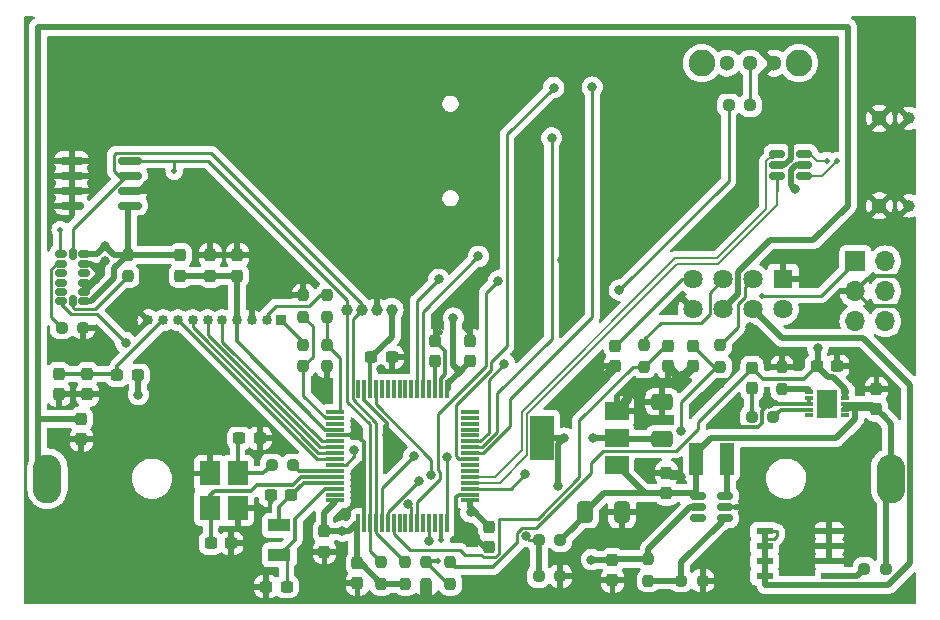
<source format=gbr>
%TF.GenerationSoftware,KiCad,Pcbnew,7.0.8*%
%TF.CreationDate,2023-11-09T17:42:37+01:00*%
%TF.ProjectId,Suspension_telemetry,53757370-656e-4736-996f-6e5f74656c65,rev?*%
%TF.SameCoordinates,Original*%
%TF.FileFunction,Copper,L2,Bot*%
%TF.FilePolarity,Positive*%
%FSLAX46Y46*%
G04 Gerber Fmt 4.6, Leading zero omitted, Abs format (unit mm)*
G04 Created by KiCad (PCBNEW 7.0.8) date 2023-11-09 17:42:37*
%MOMM*%
%LPD*%
G01*
G04 APERTURE LIST*
G04 Aperture macros list*
%AMRoundRect*
0 Rectangle with rounded corners*
0 $1 Rounding radius*
0 $2 $3 $4 $5 $6 $7 $8 $9 X,Y pos of 4 corners*
0 Add a 4 corners polygon primitive as box body*
4,1,4,$2,$3,$4,$5,$6,$7,$8,$9,$2,$3,0*
0 Add four circle primitives for the rounded corners*
1,1,$1+$1,$2,$3*
1,1,$1+$1,$4,$5*
1,1,$1+$1,$6,$7*
1,1,$1+$1,$8,$9*
0 Add four rect primitives between the rounded corners*
20,1,$1+$1,$2,$3,$4,$5,0*
20,1,$1+$1,$4,$5,$6,$7,0*
20,1,$1+$1,$6,$7,$8,$9,0*
20,1,$1+$1,$8,$9,$2,$3,0*%
G04 Aperture macros list end*
%TA.AperFunction,SMDPad,CuDef*%
%ADD10RoundRect,0.237500X-0.237500X0.250000X-0.237500X-0.250000X0.237500X-0.250000X0.237500X0.250000X0*%
%TD*%
%TA.AperFunction,SMDPad,CuDef*%
%ADD11R,1.460500X0.558800*%
%TD*%
%TA.AperFunction,ComponentPad*%
%ADD12R,0.850000X0.850000*%
%TD*%
%TA.AperFunction,ComponentPad*%
%ADD13C,0.850000*%
%TD*%
%TA.AperFunction,SMDPad,CuDef*%
%ADD14R,0.800000X0.300000*%
%TD*%
%TA.AperFunction,SMDPad,CuDef*%
%ADD15R,1.750000X2.450000*%
%TD*%
%TA.AperFunction,ComponentPad*%
%ADD16C,1.300000*%
%TD*%
%TA.AperFunction,ComponentPad*%
%ADD17C,2.250000*%
%TD*%
%TA.AperFunction,ComponentPad*%
%ADD18R,1.700000X1.700000*%
%TD*%
%TA.AperFunction,ComponentPad*%
%ADD19O,1.700000X1.700000*%
%TD*%
%TA.AperFunction,ComponentPad*%
%ADD20C,1.000000*%
%TD*%
%TA.AperFunction,ComponentPad*%
%ADD21O,2.400000X4.140000*%
%TD*%
%TA.AperFunction,ComponentPad*%
%ADD22R,1.635000X1.635000*%
%TD*%
%TA.AperFunction,ComponentPad*%
%ADD23C,1.635000*%
%TD*%
%TA.AperFunction,SMDPad,CuDef*%
%ADD24RoundRect,0.250000X-0.412500X-0.650000X0.412500X-0.650000X0.412500X0.650000X-0.412500X0.650000X0*%
%TD*%
%TA.AperFunction,SMDPad,CuDef*%
%ADD25RoundRect,0.237500X-0.237500X0.287500X-0.237500X-0.287500X0.237500X-0.287500X0.237500X0.287500X0*%
%TD*%
%TA.AperFunction,SMDPad,CuDef*%
%ADD26RoundRect,0.237500X0.250000X0.237500X-0.250000X0.237500X-0.250000X-0.237500X0.250000X-0.237500X0*%
%TD*%
%TA.AperFunction,SMDPad,CuDef*%
%ADD27RoundRect,0.237500X0.237500X-0.250000X0.237500X0.250000X-0.237500X0.250000X-0.237500X-0.250000X0*%
%TD*%
%TA.AperFunction,SMDPad,CuDef*%
%ADD28R,2.000000X1.500000*%
%TD*%
%TA.AperFunction,SMDPad,CuDef*%
%ADD29R,2.000000X3.800000*%
%TD*%
%TA.AperFunction,SMDPad,CuDef*%
%ADD30RoundRect,0.150000X0.512500X0.150000X-0.512500X0.150000X-0.512500X-0.150000X0.512500X-0.150000X0*%
%TD*%
%TA.AperFunction,SMDPad,CuDef*%
%ADD31R,1.800000X2.100000*%
%TD*%
%TA.AperFunction,SMDPad,CuDef*%
%ADD32RoundRect,0.237500X-0.300000X-0.237500X0.300000X-0.237500X0.300000X0.237500X-0.300000X0.237500X0*%
%TD*%
%TA.AperFunction,SMDPad,CuDef*%
%ADD33R,1.205000X2.700000*%
%TD*%
%TA.AperFunction,SMDPad,CuDef*%
%ADD34RoundRect,0.237500X-0.237500X0.300000X-0.237500X-0.300000X0.237500X-0.300000X0.237500X0.300000X0*%
%TD*%
%TA.AperFunction,SMDPad,CuDef*%
%ADD35RoundRect,0.250000X0.650000X-0.412500X0.650000X0.412500X-0.650000X0.412500X-0.650000X-0.412500X0*%
%TD*%
%TA.AperFunction,SMDPad,CuDef*%
%ADD36RoundRect,0.150000X-0.825000X-0.150000X0.825000X-0.150000X0.825000X0.150000X-0.825000X0.150000X0*%
%TD*%
%TA.AperFunction,SMDPad,CuDef*%
%ADD37RoundRect,0.237500X0.237500X-0.300000X0.237500X0.300000X-0.237500X0.300000X-0.237500X-0.300000X0*%
%TD*%
%TA.AperFunction,SMDPad,CuDef*%
%ADD38RoundRect,0.237500X0.237500X-0.287500X0.237500X0.287500X-0.237500X0.287500X-0.237500X-0.287500X0*%
%TD*%
%TA.AperFunction,SMDPad,CuDef*%
%ADD39R,1.900000X1.100000*%
%TD*%
%TA.AperFunction,SMDPad,CuDef*%
%ADD40RoundRect,0.237500X0.300000X0.237500X-0.300000X0.237500X-0.300000X-0.237500X0.300000X-0.237500X0*%
%TD*%
%TA.AperFunction,SMDPad,CuDef*%
%ADD41RoundRect,0.237500X0.287500X0.237500X-0.287500X0.237500X-0.287500X-0.237500X0.287500X-0.237500X0*%
%TD*%
%TA.AperFunction,SMDPad,CuDef*%
%ADD42RoundRect,0.075000X-0.700000X-0.075000X0.700000X-0.075000X0.700000X0.075000X-0.700000X0.075000X0*%
%TD*%
%TA.AperFunction,SMDPad,CuDef*%
%ADD43RoundRect,0.075000X-0.075000X-0.700000X0.075000X-0.700000X0.075000X0.700000X-0.075000X0.700000X0*%
%TD*%
%TA.AperFunction,SMDPad,CuDef*%
%ADD44RoundRect,0.150000X0.325000X0.150000X-0.325000X0.150000X-0.325000X-0.150000X0.325000X-0.150000X0*%
%TD*%
%TA.AperFunction,SMDPad,CuDef*%
%ADD45RoundRect,0.150000X0.150000X0.325000X-0.150000X0.325000X-0.150000X-0.325000X0.150000X-0.325000X0*%
%TD*%
%TA.AperFunction,SMDPad,CuDef*%
%ADD46RoundRect,0.237500X-0.250000X-0.237500X0.250000X-0.237500X0.250000X0.237500X-0.250000X0.237500X0*%
%TD*%
%TA.AperFunction,SMDPad,CuDef*%
%ADD47RoundRect,0.150000X-0.512500X-0.150000X0.512500X-0.150000X0.512500X0.150000X-0.512500X0.150000X0*%
%TD*%
%TA.AperFunction,ViaPad*%
%ADD48C,0.800000*%
%TD*%
%TA.AperFunction,ViaPad*%
%ADD49C,0.500000*%
%TD*%
%TA.AperFunction,Conductor*%
%ADD50C,0.500000*%
%TD*%
%TA.AperFunction,Conductor*%
%ADD51C,1.000000*%
%TD*%
%TA.AperFunction,Conductor*%
%ADD52C,0.300000*%
%TD*%
%TA.AperFunction,Conductor*%
%ADD53C,0.250000*%
%TD*%
%TA.AperFunction,Conductor*%
%ADD54C,0.750000*%
%TD*%
%TA.AperFunction,Conductor*%
%ADD55C,0.200000*%
%TD*%
G04 APERTURE END LIST*
D10*
%TO.P,R23,1*%
%TO.N,5V_USB*%
X106172000Y-116943500D03*
%TO.P,R23,2*%
%TO.N,CHARGE_DETECTION*%
X106172000Y-118768500D03*
%TD*%
%TO.P,R20,1*%
%TO.N,CHARGE_DETECTION*%
X104140000Y-116943500D03*
%TO.P,R20,2*%
%TO.N,GND*%
X104140000Y-118768500D03*
%TD*%
D11*
%TO.P,Q1,1,1*%
%TO.N,GND*%
X138244550Y-114300000D03*
%TO.P,Q1,2,2*%
X138244550Y-115570000D03*
%TO.P,Q1,3,3*%
X138244550Y-116840000D03*
%TO.P,Q1,4,4*%
%TO.N,Net-(Q1-Pad4)*%
X138244550Y-118110000D03*
%TO.P,Q1,5,5*%
%TO.N,PWR_SWITCH_IN*%
X132796250Y-118110000D03*
%TO.P,Q1,6,6*%
X132796250Y-116840000D03*
%TO.P,Q1,7,7*%
X132796250Y-115570000D03*
%TO.P,Q1,8,8*%
X132796250Y-114300000D03*
%TD*%
D12*
%TO.P,J4,1,1*%
%TO.N,PRESSURE_FRONT_OUT*%
X91862200Y-96442000D03*
D13*
%TO.P,J4,2,2*%
%TO.N,PRESSURE_REAR_OUT*%
X90612200Y-96442000D03*
%TO.P,J4,3,3*%
%TO.N,GND*%
X89362200Y-96442000D03*
%TO.P,J4,4,4*%
%TO.N,+3.3VA*%
X88112200Y-96442000D03*
%TO.P,J4,5,5*%
%TO.N,TRAVEL_SENOR_REAR*%
X86862200Y-96442000D03*
%TO.P,J4,6,6*%
%TO.N,TRAVEL_SENSOR_FRONT*%
X85612200Y-96442000D03*
%TO.P,J4,7,7*%
%TO.N,BRAKE_SENSOR_LEFT*%
X84362200Y-96442000D03*
%TO.P,J4,8,8*%
%TO.N,BRAKE_SENSOR_RIGHT*%
X83112200Y-96442000D03*
%TO.P,J4,9,9*%
%TO.N,+5VA*%
X81862200Y-96442000D03*
%TO.P,J4,10,10*%
%TO.N,GND*%
X80612200Y-96442000D03*
%TD*%
D14*
%TO.P,IC1,1,VDD_1*%
%TO.N,5V_USB*%
X139560400Y-102505000D03*
%TO.P,IC1,2,VDD_2*%
X139560400Y-103005000D03*
%TO.P,IC1,3,VBAT_1*%
%TO.N,/Power_Stabilizer_3_3V/V_in_P*%
X139560400Y-103505000D03*
%TO.P,IC1,4,VBAT_2*%
X139560400Y-104005000D03*
%TO.P,IC1,5,NC_1*%
%TO.N,unconnected-(IC1-NC_1-Pad5)*%
X139560400Y-104505000D03*
%TO.P,IC1,6,NC_2*%
%TO.N,unconnected-(IC1-NC_2-Pad6)*%
X136560400Y-104505000D03*
%TO.P,IC1,7,STAT*%
%TO.N,Net-(IC1-STAT)*%
X136560400Y-104005000D03*
%TO.P,IC1,8,VSS_1*%
%TO.N,GND*%
X136560400Y-103505000D03*
%TO.P,IC1,9,VSS_2*%
X136560400Y-103005000D03*
%TO.P,IC1,10,PROG*%
%TO.N,Net-(IC1-PROG)*%
X136560400Y-102505000D03*
D15*
%TO.P,IC1,11,EP*%
%TO.N,unconnected-(IC1-EP-Pad11)*%
X138060400Y-103505000D03*
%TD*%
D16*
%TO.P,S1,1,1*%
%TO.N,GND*%
X133572000Y-74676000D03*
%TO.P,S1,2,2*%
%TO.N,Net-(R9-Pad1)*%
X131572000Y-74676000D03*
%TO.P,S1,3,3*%
%TO.N,+3.3V*%
X129572000Y-74676000D03*
D17*
%TO.P,S1,4*%
%TO.N,N/C*%
X135672000Y-74676000D03*
%TO.P,S1,5*%
X127472000Y-74676000D03*
%TD*%
D18*
%TO.P,J7,1,Pin_1*%
%TO.N,NRST*%
X140468400Y-91455000D03*
D19*
%TO.P,J7,2,Pin_2*%
%TO.N,+3.3V*%
X143008400Y-91455000D03*
%TO.P,J7,3,Pin_3*%
%TO.N,GND*%
X140468400Y-93995000D03*
%TO.P,J7,4,Pin_4*%
%TO.N,SWO*%
X143008400Y-93995000D03*
%TO.P,J7,5,Pin_5*%
%TO.N,SWDIO*%
X140468400Y-96535000D03*
%TO.P,J7,6,Pin_6*%
%TO.N,SWDCLK*%
X143008400Y-96535000D03*
%TD*%
D16*
%TO.P,J1,S1,SHIELD*%
%TO.N,GND*%
X142494000Y-86758000D03*
%TO.P,J1,S2,SHIELD*%
X142494000Y-79358000D03*
D20*
%TO.P,J1,S3,SHIELD*%
X144994000Y-86758000D03*
%TO.P,J1,S4,SHIELD*%
X144994000Y-79358000D03*
%TD*%
D21*
%TO.P,BT2,+*%
%TO.N,/Power_Stabilizer_3_3V/V_in_P*%
X143460400Y-109855000D03*
%TO.P,BT2,-*%
%TO.N,PWR_SWITCH_OUT*%
X72060400Y-109855000D03*
%TD*%
D20*
%TO.P,J2,1,1*%
%TO.N,I2C1_SDA*%
X97450400Y-95562000D03*
%TO.P,J2,2,2*%
%TO.N,I2C1_SCL*%
X98700400Y-95562000D03*
%TO.P,J2,3,3*%
%TO.N,GND*%
X99950400Y-95562000D03*
%TO.P,J2,4,4*%
%TO.N,+3.3V*%
X101200400Y-95562000D03*
%TD*%
D22*
%TO.P,J5,1,1*%
%TO.N,GND*%
X134366000Y-92964000D03*
D23*
%TO.P,J5,2,2*%
%TO.N,+3.3V*%
X134366000Y-95504000D03*
%TO.P,J5,3,3*%
%TO.N,LB_PRE_DEB*%
X131826000Y-92964000D03*
%TO.P,J5,4,4*%
%TO.N,PWR_SWITCH_IN*%
X131826000Y-95504000D03*
%TO.P,J5,5,5*%
%TO.N,RB_PRE_DEB*%
X129286000Y-92964000D03*
%TO.P,J5,6,6*%
%TO.N,PWR_SWITCH_OUT*%
X129286000Y-95504000D03*
%TO.P,J5,7,7*%
%TO.N,NRST*%
X126746000Y-92964000D03*
%TO.P,J5,8,8*%
%TO.N,GND*%
X126746000Y-95504000D03*
%TD*%
D10*
%TO.P,R22,1*%
%TO.N,PRESSURE_REAR_OUT*%
X95758000Y-94337500D03*
%TO.P,R22,2*%
%TO.N,PRESSURE_SENSOR_REAR*%
X95758000Y-96162500D03*
%TD*%
D24*
%TO.P,C9,1*%
%TO.N,/Power_Stabilizer_3_3V/V_in_P*%
X117574900Y-112674400D03*
%TO.P,C9,2*%
%TO.N,GND*%
X120699900Y-112674400D03*
%TD*%
D25*
%TO.P,L2,1*%
%TO.N,+3.3V*%
X83312000Y-90946000D03*
%TO.P,L2,2*%
%TO.N,+3.3VA*%
X83312000Y-92696000D03*
%TD*%
D26*
%TO.P,R7,1*%
%TO.N,GND*%
X115477900Y-118110000D03*
%TO.P,R7,2*%
%TO.N,BATTERY_LEVEL*%
X113652900Y-118110000D03*
%TD*%
D27*
%TO.P,R27,1*%
%TO.N,RIGHT_BUTTON*%
X122555000Y-100380000D03*
%TO.P,R27,2*%
%TO.N,RB_PRE_DEB*%
X122555000Y-98555000D03*
%TD*%
%TO.P,R24,1*%
%TO.N,PRESSURE_SENSOR_FRONT*%
X93726000Y-96162500D03*
%TO.P,R24,2*%
%TO.N,GND*%
X93726000Y-94337500D03*
%TD*%
D26*
%TO.P,R10,1*%
%TO.N,GND*%
X75097900Y-97074200D03*
%TO.P,R10,2*%
%TO.N,Net-(U4-SDO{slash}ADDR)*%
X73272900Y-97074200D03*
%TD*%
D27*
%TO.P,R1,1*%
%TO.N,Net-(IC1-PROG)*%
X134250400Y-102258500D03*
%TO.P,R1,2*%
%TO.N,GND*%
X134250400Y-100433500D03*
%TD*%
D28*
%TO.P,U3,1,GND*%
%TO.N,GND*%
X120255400Y-104126000D03*
%TO.P,U3,2,VO*%
%TO.N,+3.3V*%
X120255400Y-106426000D03*
D29*
X113955400Y-106426000D03*
D28*
%TO.P,U3,3,VI*%
%TO.N,/Power_Stabilizer_3_3V/V_in_P*%
X120255400Y-108726000D03*
%TD*%
D30*
%TO.P,U2,1,SW*%
%TO.N,Net-(U2-SW)*%
X129418900Y-111318000D03*
%TO.P,U2,2,GND*%
%TO.N,GND*%
X129418900Y-112268000D03*
%TO.P,U2,3,FB*%
%TO.N,Net-(U2-FB)*%
X129418900Y-113218000D03*
%TO.P,U2,4,EN*%
%TO.N,unconnected-(U2-EN-Pad4)*%
X127143900Y-113218000D03*
%TO.P,U2,5,VOUT*%
%TO.N,+5V*%
X127143900Y-112268000D03*
%TO.P,U2,6,VI*%
%TO.N,/Power_Stabilizer_3_3V/V_in_P*%
X127143900Y-111318000D03*
%TD*%
D31*
%TO.P,Y1,1,1*%
%TO.N,HSE_IN*%
X85856400Y-112321000D03*
%TO.P,Y1,2,2*%
%TO.N,GND*%
X85856400Y-109421000D03*
%TO.P,Y1,3,3*%
%TO.N,Net-(C19-Pad1)*%
X88156400Y-109421000D03*
%TO.P,Y1,4,4*%
%TO.N,GND*%
X88156400Y-112321000D03*
%TD*%
D32*
%TO.P,C14,1*%
%TO.N,+3.3V*%
X99478900Y-99568000D03*
%TO.P,C14,2*%
%TO.N,GND*%
X101203900Y-99568000D03*
%TD*%
D33*
%TO.P,L1,1,1*%
%TO.N,/Power_Stabilizer_3_3V/V_in_P*%
X126978900Y-108204000D03*
%TO.P,L1,2,2*%
%TO.N,Net-(U2-SW)*%
X129583900Y-108204000D03*
%TD*%
D34*
%TO.P,C12,1*%
%TO.N,+3.3V*%
X109485400Y-113945500D03*
%TO.P,C12,2*%
%TO.N,GND*%
X109485400Y-115670500D03*
%TD*%
D35*
%TO.P,C8,1*%
%TO.N,+3.3V*%
X124090400Y-106464500D03*
%TO.P,C8,2*%
%TO.N,GND*%
X124090400Y-103339500D03*
%TD*%
D36*
%TO.P,U6,1,A0*%
%TO.N,GND*%
X74106000Y-86741000D03*
%TO.P,U6,2,A1*%
X74106000Y-85471000D03*
%TO.P,U6,3,A2*%
X74106000Y-84201000D03*
%TO.P,U6,4,GND*%
X74106000Y-82931000D03*
%TO.P,U6,5,SDA*%
%TO.N,I2C1_SDA*%
X79056000Y-82931000D03*
%TO.P,U6,6,SCL*%
%TO.N,I2C1_SCL*%
X79056000Y-84201000D03*
%TO.P,U6,7,WP*%
%TO.N,GND*%
X79056000Y-85471000D03*
%TO.P,U6,8,VCC*%
%TO.N,+3.3V*%
X79056000Y-86741000D03*
%TD*%
D10*
%TO.P,R2,1*%
%TO.N,+5V*%
X122947400Y-116658500D03*
%TO.P,R2,2*%
%TO.N,Net-(U2-FB)*%
X122947400Y-118483500D03*
%TD*%
D32*
%TO.P,C1,1*%
%TO.N,5V_USB*%
X137197900Y-100330000D03*
%TO.P,C1,2*%
%TO.N,GND*%
X138922900Y-100330000D03*
%TD*%
D37*
%TO.P,C18,1*%
%TO.N,+3.3VA*%
X88138000Y-92683500D03*
%TO.P,C18,2*%
%TO.N,GND*%
X88138000Y-90958500D03*
%TD*%
D38*
%TO.P,D2,1,K*%
%TO.N,Net-(D2-K)*%
X131710400Y-102221000D03*
%TO.P,D2,2,A*%
%TO.N,5V_USB*%
X131710400Y-100471000D03*
%TD*%
D39*
%TO.P,Y2,1,1*%
%TO.N,RCC_32_IN*%
X91705400Y-116312000D03*
%TO.P,Y2,2,2*%
%TO.N,RCC_32_OUT*%
X91705400Y-113812000D03*
%TD*%
D40*
%TO.P,C24,1*%
%TO.N,RCC_32_OUT*%
X92694900Y-111252000D03*
%TO.P,C24,2*%
%TO.N,GND*%
X90969900Y-111252000D03*
%TD*%
D37*
%TO.P,C6,1*%
%TO.N,/Power_Stabilizer_3_3V/V_in_P*%
X142251400Y-103986500D03*
%TO.P,C6,2*%
%TO.N,GND*%
X142251400Y-102261500D03*
%TD*%
D34*
%TO.P,C2,1*%
%TO.N,GND*%
X124471400Y-109373500D03*
%TO.P,C2,2*%
%TO.N,/Power_Stabilizer_3_3V/V_in_P*%
X124471400Y-111098500D03*
%TD*%
D26*
%TO.P,R4,1*%
%TO.N,Net-(IC1-STAT)*%
X133511900Y-104648000D03*
%TO.P,R4,2*%
%TO.N,Net-(D2-K)*%
X131686900Y-104648000D03*
%TD*%
D41*
%TO.P,L3,1*%
%TO.N,+5V*%
X79728000Y-101092000D03*
%TO.P,L3,2*%
%TO.N,+5VA*%
X77978000Y-101092000D03*
%TD*%
D34*
%TO.P,C13,1*%
%TO.N,+3.3V*%
X98309400Y-116993500D03*
%TO.P,C13,2*%
%TO.N,GND*%
X98309400Y-118718500D03*
%TD*%
D10*
%TO.P,R25,1*%
%TO.N,PRESSURE_FRONT_OUT*%
X93726000Y-98505000D03*
%TO.P,R25,2*%
%TO.N,PRESSURE_SENSOR_FRONT*%
X93726000Y-100330000D03*
%TD*%
D42*
%TO.P,U1,1,VBAT*%
%TO.N,+3.3V*%
X96444400Y-111700000D03*
%TO.P,U1,2,PC13*%
%TO.N,unconnected-(U1-PC13-Pad2)*%
X96444400Y-111200000D03*
%TO.P,U1,3,PC14*%
%TO.N,RCC_32_IN*%
X96444400Y-110700000D03*
%TO.P,U1,4,PC15*%
%TO.N,RCC_32_OUT*%
X96444400Y-110200000D03*
%TO.P,U1,5,PH0*%
%TO.N,HSE_IN*%
X96444400Y-109700000D03*
%TO.P,U1,6,PH1*%
%TO.N,HSE_OUT*%
X96444400Y-109200000D03*
%TO.P,U1,7,NRST*%
%TO.N,NRST*%
X96444400Y-108700000D03*
%TO.P,U1,8,PC0*%
%TO.N,BRAKE_SENSOR_RIGHT*%
X96444400Y-108200000D03*
%TO.P,U1,9,PC1*%
%TO.N,BRAKE_SENSOR_LEFT*%
X96444400Y-107700000D03*
%TO.P,U1,10,PC2*%
%TO.N,TRAVEL_SENSOR_FRONT*%
X96444400Y-107200000D03*
%TO.P,U1,11,PC3*%
%TO.N,TRAVEL_SENOR_REAR*%
X96444400Y-106700000D03*
%TO.P,U1,12,VSSA*%
%TO.N,GND*%
X96444400Y-106200000D03*
%TO.P,U1,13,VDDA*%
%TO.N,+3.3VA*%
X96444400Y-105700000D03*
%TO.P,U1,14,PA0*%
%TO.N,unconnected-(U1-PA0-Pad14)*%
X96444400Y-105200000D03*
%TO.P,U1,15,PA1*%
%TO.N,PRESSURE_SENSOR_FRONT*%
X96444400Y-104700000D03*
%TO.P,U1,16,PA2*%
%TO.N,PRESSURE_SENSOR_REAR*%
X96444400Y-104200000D03*
D43*
%TO.P,U1,17,PA3*%
%TO.N,unconnected-(U1-PA3-Pad17)*%
X98369400Y-102275000D03*
%TO.P,U1,18,VSS*%
%TO.N,GND*%
X98869400Y-102275000D03*
%TO.P,U1,19,VDD*%
%TO.N,+3.3V*%
X99369400Y-102275000D03*
%TO.P,U1,20,PA4*%
%TO.N,BATTERY_LEVEL*%
X99869400Y-102275000D03*
%TO.P,U1,21,PA5*%
%TO.N,unconnected-(U1-PA5-Pad21)*%
X100369400Y-102275000D03*
%TO.P,U1,22,PA6*%
%TO.N,unconnected-(U1-PA6-Pad22)*%
X100869400Y-102275000D03*
%TO.P,U1,23,PA7*%
%TO.N,unconnected-(U1-PA7-Pad23)*%
X101369400Y-102275000D03*
%TO.P,U1,24,PC4*%
%TO.N,unconnected-(U1-PC4-Pad24)*%
X101869400Y-102275000D03*
%TO.P,U1,25,PC5*%
%TO.N,unconnected-(U1-PC5-Pad25)*%
X102369400Y-102275000D03*
%TO.P,U1,26,PB0*%
%TO.N,unconnected-(U1-PB0-Pad26)*%
X102869400Y-102275000D03*
%TO.P,U1,27,PB1*%
%TO.N,SDIO_D2*%
X103369400Y-102275000D03*
%TO.P,U1,28,PB2*%
%TO.N,SDIO_CK*%
X103869400Y-102275000D03*
%TO.P,U1,29,PB10*%
%TO.N,unconnected-(U1-PB10-Pad29)*%
X104369400Y-102275000D03*
%TO.P,U1,30,VCAP_1*%
%TO.N,Net-(U1-VCAP_1)*%
X104869400Y-102275000D03*
%TO.P,U1,31,VSS*%
%TO.N,GND*%
X105369400Y-102275000D03*
%TO.P,U1,32,VDD*%
%TO.N,+3.3V*%
X105869400Y-102275000D03*
D42*
%TO.P,U1,33,PB12*%
%TO.N,unconnected-(U1-PB12-Pad33)*%
X107794400Y-104200000D03*
%TO.P,U1,34,PB13*%
%TO.N,unconnected-(U1-PB13-Pad34)*%
X107794400Y-104700000D03*
%TO.P,U1,35,PB14*%
%TO.N,unconnected-(U1-PB14-Pad35)*%
X107794400Y-105200000D03*
%TO.P,U1,36,PB15*%
%TO.N,unconnected-(U1-PB15-Pad36)*%
X107794400Y-105700000D03*
%TO.P,U1,37,PC6*%
%TO.N,unconnected-(U1-PC6-Pad37)*%
X107794400Y-106200000D03*
%TO.P,U1,38,PC7*%
%TO.N,ACCELEROMETER_INT0*%
X107794400Y-106700000D03*
%TO.P,U1,39,PC8*%
%TO.N,SDIO_D0*%
X107794400Y-107200000D03*
%TO.P,U1,40,PC9*%
%TO.N,SDIO_D1*%
X107794400Y-107700000D03*
%TO.P,U1,41,PA8*%
%TO.N,SD_detection*%
X107794400Y-108200000D03*
%TO.P,U1,42,PA9*%
%TO.N,unconnected-(U1-PA9-Pad42)*%
X107794400Y-108700000D03*
%TO.P,U1,43,PA10*%
%TO.N,unconnected-(U1-PA10-Pad43)*%
X107794400Y-109200000D03*
%TO.P,U1,44,PA11*%
%TO.N,USB_OTG_FS_D-*%
X107794400Y-109700000D03*
%TO.P,U1,45,PA12*%
%TO.N,USB_OTG_FS_D+*%
X107794400Y-110200000D03*
%TO.P,U1,46,PA13*%
%TO.N,SWDIO*%
X107794400Y-110700000D03*
%TO.P,U1,47,VSS*%
%TO.N,GND*%
X107794400Y-111200000D03*
%TO.P,U1,48,VDD*%
%TO.N,+3.3V*%
X107794400Y-111700000D03*
D43*
%TO.P,U1,49,PA14*%
%TO.N,SWDCLK*%
X105869400Y-113625000D03*
%TO.P,U1,50,PA15*%
%TO.N,CHARGE_DETECTION*%
X105369400Y-113625000D03*
%TO.P,U1,51,PC10*%
%TO.N,unconnected-(U1-PC10-Pad51)*%
X104869400Y-113625000D03*
%TO.P,U1,52,PC11*%
%TO.N,SDIO_D3*%
X104369400Y-113625000D03*
%TO.P,U1,53,PC12*%
%TO.N,unconnected-(U1-PC12-Pad53)*%
X103869400Y-113625000D03*
%TO.P,U1,54,PD2*%
%TO.N,SDIO_CMD*%
X103369400Y-113625000D03*
%TO.P,U1,55,PB3*%
%TO.N,SWO*%
X102869400Y-113625000D03*
%TO.P,U1,56,PB4*%
%TO.N,unconnected-(U1-PB4-Pad56)*%
X102369400Y-113625000D03*
%TO.P,U1,57,PB5*%
%TO.N,unconnected-(U1-PB5-Pad57)*%
X101869400Y-113625000D03*
%TO.P,U1,58,PB6*%
%TO.N,RIGHT_BUTTON*%
X101369400Y-113625000D03*
%TO.P,U1,59,PB7*%
%TO.N,LEFT_BUTTON*%
X100869400Y-113625000D03*
%TO.P,U1,60,BOOT0*%
%TO.N,BOOT*%
X100369400Y-113625000D03*
%TO.P,U1,61,PB8*%
%TO.N,I2C1_SCL*%
X99869400Y-113625000D03*
%TO.P,U1,62,PB9*%
%TO.N,I2C1_SDA*%
X99369400Y-113625000D03*
%TO.P,U1,63,VSS*%
%TO.N,GND*%
X98869400Y-113625000D03*
%TO.P,U1,64,VDD*%
%TO.N,+3.3V*%
X98369400Y-113625000D03*
%TD*%
D27*
%TO.P,R29,1*%
%TO.N,LEFT_BUTTON*%
X129032000Y-100380000D03*
%TO.P,R29,2*%
%TO.N,LB_PRE_DEB*%
X129032000Y-98555000D03*
%TD*%
D37*
%TO.P,C15,1*%
%TO.N,+3.3V*%
X107823000Y-99922500D03*
%TO.P,C15,2*%
%TO.N,GND*%
X107823000Y-98197500D03*
%TD*%
D26*
%TO.P,R3,1*%
%TO.N,GND*%
X127531500Y-118491000D03*
%TO.P,R3,2*%
%TO.N,Net-(U2-FB)*%
X125706500Y-118491000D03*
%TD*%
D10*
%TO.P,R19,1*%
%TO.N,+3.3V*%
X78867000Y-90908500D03*
%TO.P,R19,2*%
%TO.N,Net-(U4-~{CS})*%
X78867000Y-92733500D03*
%TD*%
D34*
%TO.P,C5,1*%
%TO.N,NRST*%
X120142000Y-98605000D03*
%TO.P,C5,2*%
%TO.N,GND*%
X120142000Y-100330000D03*
%TD*%
D44*
%TO.P,U4,1,Vdd_I/O*%
%TO.N,+3.3V*%
X75195400Y-90856000D03*
%TO.P,U4,2,GND*%
%TO.N,GND*%
X75195400Y-91656000D03*
%TO.P,U4,3,RES*%
%TO.N,unconnected-(U4-RES-Pad3)*%
X75195400Y-92456000D03*
%TO.P,U4,4,GND*%
%TO.N,GND*%
X75195400Y-93256000D03*
%TO.P,U4,5,GND*%
X75195400Y-94056000D03*
%TO.P,U4,6,Vs*%
%TO.N,+3.3V*%
X75195400Y-94856000D03*
D45*
%TO.P,U4,7,~{CS}*%
%TO.N,Net-(U4-~{CS})*%
X74195400Y-94856000D03*
D44*
%TO.P,U4,8,INT1*%
%TO.N,ACCELEROMETER_INT0*%
X73195400Y-94856000D03*
%TO.P,U4,9,INT2*%
%TO.N,unconnected-(U4-INT2-Pad9)*%
X73195400Y-94056000D03*
%TO.P,U4,10,NC*%
%TO.N,unconnected-(U4-NC-Pad10)*%
X73195400Y-93256000D03*
%TO.P,U4,11,RES*%
%TO.N,unconnected-(U4-RES-Pad11)*%
X73195400Y-92456000D03*
%TO.P,U4,12,SDO/ADDR*%
%TO.N,Net-(U4-SDO{slash}ADDR)*%
X73195400Y-91656000D03*
%TO.P,U4,13,SDA/SDI/SDIO*%
%TO.N,I2C1_SDA*%
X73195400Y-90856000D03*
D45*
%TO.P,U4,14,SCL/SCLK*%
%TO.N,I2C1_SCL*%
X74195400Y-90856000D03*
%TD*%
D32*
%TO.P,C19,1*%
%TO.N,Net-(C19-Pad1)*%
X88302900Y-106426000D03*
%TO.P,C19,2*%
%TO.N,GND*%
X90027900Y-106426000D03*
%TD*%
D10*
%TO.P,R12,1*%
%TO.N,I2C1_SDA*%
X100341400Y-116943500D03*
%TO.P,R12,2*%
%TO.N,+3.3V*%
X100341400Y-118768500D03*
%TD*%
D34*
%TO.P,C4,1*%
%TO.N,RIGHT_BUTTON*%
X124587000Y-98605000D03*
%TO.P,C4,2*%
%TO.N,GND*%
X124587000Y-100330000D03*
%TD*%
D37*
%TO.P,C3,1*%
%TO.N,GND*%
X119899400Y-118464500D03*
%TO.P,C3,2*%
%TO.N,+5V*%
X119899400Y-116739500D03*
%TD*%
D34*
%TO.P,C26,1*%
%TO.N,+5VA*%
X75438000Y-100991500D03*
%TO.P,C26,2*%
%TO.N,GND*%
X75438000Y-102716500D03*
%TD*%
%TO.P,C10,1*%
%TO.N,PWR_SWITCH_OUT*%
X74930000Y-104801500D03*
%TO.P,C10,2*%
%TO.N,GND*%
X74930000Y-106526500D03*
%TD*%
D26*
%TO.P,R8,1*%
%TO.N,HSE_OUT*%
X92871900Y-108712000D03*
%TO.P,R8,2*%
%TO.N,Net-(C19-Pad1)*%
X91046900Y-108712000D03*
%TD*%
D34*
%TO.P,C7,1*%
%TO.N,LEFT_BUTTON*%
X126746000Y-98605000D03*
%TO.P,C7,2*%
%TO.N,GND*%
X126746000Y-100330000D03*
%TD*%
D37*
%TO.P,C17,1*%
%TO.N,+3.3VA*%
X85852000Y-92683500D03*
%TO.P,C17,2*%
%TO.N,GND*%
X85852000Y-90958500D03*
%TD*%
D10*
%TO.P,R11,1*%
%TO.N,I2C1_SCL*%
X102373400Y-116943500D03*
%TO.P,R11,2*%
%TO.N,+3.3V*%
X102373400Y-118768500D03*
%TD*%
D40*
%TO.P,C23,1*%
%TO.N,RCC_32_IN*%
X92313900Y-118999000D03*
%TO.P,C23,2*%
%TO.N,GND*%
X90588900Y-118999000D03*
%TD*%
D26*
%TO.P,R5,1*%
%TO.N,/Power_Stabilizer_3_3V/V_in_P*%
X143060400Y-117475000D03*
%TO.P,R5,2*%
%TO.N,Net-(Q1-Pad4)*%
X141235400Y-117475000D03*
%TD*%
D46*
%TO.P,R6,1*%
%TO.N,BATTERY_LEVEL*%
X113652900Y-115062000D03*
%TO.P,R6,2*%
%TO.N,/Power_Stabilizer_3_3V/V_in_P*%
X115477900Y-115062000D03*
%TD*%
D34*
%TO.P,C27,1*%
%TO.N,+5VA*%
X73025000Y-100991500D03*
%TO.P,C27,2*%
%TO.N,GND*%
X73025000Y-102716500D03*
%TD*%
%TO.P,C16,1*%
%TO.N,+3.3V*%
X95515400Y-114326500D03*
%TO.P,C16,2*%
%TO.N,GND*%
X95515400Y-116051500D03*
%TD*%
D10*
%TO.P,R21,1*%
%TO.N,PRESSURE_SENSOR_REAR*%
X95758000Y-98505000D03*
%TO.P,R21,2*%
%TO.N,GND*%
X95758000Y-100330000D03*
%TD*%
D26*
%TO.P,R9,1*%
%TO.N,Net-(R9-Pad1)*%
X131559500Y-78232000D03*
%TO.P,R9,2*%
%TO.N,BOOT*%
X129734500Y-78232000D03*
%TD*%
D47*
%TO.P,U5,1,I/O1*%
%TO.N,USB_OTG_FS_D+*%
X133863500Y-84262000D03*
%TO.P,U5,2,GND*%
%TO.N,GND*%
X133863500Y-83312000D03*
%TO.P,U5,3,I/O2*%
%TO.N,USB_OTG_FS_D-*%
X133863500Y-82362000D03*
%TO.P,U5,4,I/O2*%
%TO.N,DATAN*%
X136138500Y-82362000D03*
%TO.P,U5,5,VBUS*%
%TO.N,5V_USB*%
X136138500Y-83312000D03*
%TO.P,U5,6,I/O1*%
%TO.N,DATAP*%
X136138500Y-84262000D03*
%TD*%
D37*
%TO.P,C22,1*%
%TO.N,Net-(U1-VCAP_1)*%
X104913400Y-99922500D03*
%TO.P,C22,2*%
%TO.N,GND*%
X104913400Y-98197500D03*
%TD*%
D32*
%TO.P,C20,1*%
%TO.N,HSE_IN*%
X85889900Y-115316000D03*
%TO.P,C20,2*%
%TO.N,GND*%
X87614900Y-115316000D03*
%TD*%
D48*
%TO.N,GND*%
X131572000Y-97028000D03*
D49*
%TO.N,CHARGE_DETECTION*%
X105410000Y-115062000D03*
X105156000Y-116840000D03*
D48*
%TO.N,GND*%
X115204800Y-73756000D03*
X142698700Y-81963900D03*
X115655000Y-91333600D03*
X89408000Y-94488000D03*
X86868000Y-94488000D03*
X100838000Y-106172000D03*
X107696000Y-118872000D03*
X107696000Y-114808000D03*
X141732000Y-105918000D03*
X133186548Y-103505000D03*
X104817200Y-90785000D03*
X104817200Y-75554600D03*
X141732000Y-100330000D03*
X124206000Y-112776000D03*
X76962000Y-91440000D03*
X121158000Y-102362000D03*
X98298000Y-106172000D03*
X76962000Y-98298000D03*
X123444000Y-80518000D03*
X125476000Y-101854000D03*
X92710000Y-92202000D03*
X129032000Y-101854000D03*
X95758000Y-101854000D03*
X118872000Y-101346000D03*
X76962000Y-102616000D03*
X100330000Y-100584000D03*
X125730000Y-109728000D03*
X144272000Y-99060000D03*
X115265700Y-79334300D03*
X95250000Y-89662000D03*
X78486000Y-96266000D03*
%TO.N,+3.3V*%
X118237000Y-106426000D03*
X97028000Y-114300000D03*
X106910200Y-100749300D03*
X115316000Y-110490000D03*
X115824000Y-106426000D03*
X76962000Y-90170000D03*
X106426000Y-96266000D03*
X107913400Y-112705900D03*
%TO.N,+5V*%
X79756000Y-102743000D03*
X118110000Y-116713000D03*
D49*
%TO.N,NRST*%
X132588000Y-94361000D03*
D48*
X98044000Y-107455600D03*
%TO.N,SDIO_D2*%
X105181400Y-92984400D03*
%TO.N,SDIO_D3*%
X104335400Y-115177900D03*
%TO.N,SDIO_CMD*%
X110244200Y-93106300D03*
%TO.N,SDIO_CK*%
X108546200Y-91036200D03*
%TO.N,SDIO_D0*%
X114752000Y-81018200D03*
%TO.N,SDIO_D1*%
X118186400Y-76708000D03*
%TO.N,SWDCLK*%
X105888800Y-108009300D03*
%TO.N,SWO*%
X102589900Y-112014800D03*
%TO.N,BOOT*%
X103079800Y-107957300D03*
X120471200Y-93890200D03*
%TO.N,LEFT_BUTTON*%
X125730000Y-105862100D03*
X103500700Y-110031100D03*
D49*
%TO.N,I2C1_SDA*%
X82804000Y-83820000D03*
X73152000Y-88773000D03*
D48*
%TO.N,SWDIO*%
X112522000Y-109460800D03*
%TO.N,SD_detection*%
X114930000Y-76751600D03*
%TO.N,5V_USB*%
X137287000Y-98806000D03*
X135382000Y-85344000D03*
D49*
%TO.N,DATAP*%
X138938000Y-82958500D03*
%TO.N,DATAN*%
X138049520Y-82920689D03*
D48*
%TO.N,BATTERY_LEVEL*%
X112547900Y-114751800D03*
X104566700Y-109587400D03*
%TO.N,ACCELEROMETER_INT0*%
X110744200Y-100115400D03*
X78672900Y-98330400D03*
%TD*%
D50*
%TO.N,GND*%
X131572000Y-97028000D02*
X131826000Y-97028000D01*
D51*
X104140000Y-118768500D02*
X104140000Y-119634000D01*
D52*
X106680000Y-111961642D02*
X106680000Y-112776000D01*
X106669400Y-111448958D02*
X106669400Y-111951042D01*
X106669400Y-111951042D02*
X106680000Y-111961642D01*
X106918358Y-111200000D02*
X106669400Y-111448958D01*
X107794400Y-111200000D02*
X106918358Y-111200000D01*
%TO.N,CHARGE_DETECTION*%
X104243500Y-116840000D02*
X104140000Y-116943500D01*
X105156000Y-116840000D02*
X104243500Y-116840000D01*
X105369400Y-115021400D02*
X105369400Y-113625000D01*
X105410000Y-115062000D02*
X105369400Y-115021400D01*
X105965000Y-118768500D02*
X104140000Y-116943500D01*
X106172000Y-118768500D02*
X105965000Y-118768500D01*
%TO.N,5V_USB*%
X111822900Y-115337747D02*
X109812647Y-117348000D01*
X111822900Y-115302392D02*
X111822900Y-115337747D01*
X109812647Y-117348000D02*
X106576500Y-117348000D01*
X106576500Y-117348000D02*
X106172000Y-116943500D01*
D53*
%TO.N,RIGHT_BUTTON*%
X121616000Y-100380000D02*
X122555000Y-100380000D01*
X117105400Y-104890600D02*
X121616000Y-100380000D01*
X113596705Y-113234600D02*
X117105400Y-109725905D01*
X110285400Y-113234600D02*
X113596705Y-113234600D01*
X110285400Y-116203496D02*
X110285400Y-113234600D01*
X109955896Y-116533000D02*
X110285400Y-116203496D01*
X108776904Y-116295000D02*
X109014904Y-116533000D01*
X107395695Y-116295000D02*
X108776904Y-116295000D01*
X107003595Y-115902900D02*
X107395695Y-116295000D01*
X102735100Y-115902900D02*
X107003595Y-115902900D01*
X117105400Y-109725905D02*
X117105400Y-104890600D01*
X101369400Y-114537200D02*
X102735100Y-115902900D01*
X101369400Y-113625000D02*
X101369400Y-114537200D01*
X109014904Y-116533000D02*
X109955896Y-116533000D01*
%TO.N,5V_USB*%
X111822900Y-114451495D02*
X111822900Y-115302392D01*
X112247595Y-114026800D02*
X111822900Y-114451495D01*
X113440901Y-114026800D02*
X112247595Y-114026800D01*
X118110000Y-108511780D02*
X118110000Y-109357701D01*
X119120780Y-107501000D02*
X118110000Y-108511780D01*
X127151000Y-105619780D02*
X125269780Y-107501000D01*
X118110000Y-109357701D02*
X113440901Y-114026800D01*
X127151000Y-105030400D02*
X127151000Y-105619780D01*
X125269780Y-107501000D02*
X119120780Y-107501000D01*
X131710400Y-100471000D02*
X127151000Y-105030400D01*
%TO.N,LEFT_BUTTON*%
X125730000Y-105862100D02*
X125730000Y-103343300D01*
X125730000Y-103343300D02*
X128693300Y-100380000D01*
D50*
%TO.N,+3.3V*%
X115316000Y-106934000D02*
X115824000Y-106426000D01*
X115316000Y-110490000D02*
X115316000Y-106934000D01*
%TO.N,/Power_Stabilizer_3_3V/V_in_P*%
X130372796Y-106404000D02*
X130394796Y-106426000D01*
D53*
X126979000Y-111153100D02*
X126979000Y-111153000D01*
D50*
X140462000Y-104790000D02*
X140462000Y-103905000D01*
X142855500Y-104591000D02*
X142251000Y-103986000D01*
X142170000Y-103905000D02*
X141870000Y-103605000D01*
D53*
X143260000Y-110055000D02*
X143260400Y-110055000D01*
X120255400Y-108726000D02*
X120255200Y-108726200D01*
D50*
X117575000Y-112819500D02*
X117575000Y-112965000D01*
X143460000Y-105196000D02*
X142855500Y-104591000D01*
D53*
X143060400Y-113865400D02*
X143060400Y-117475000D01*
D50*
X143060000Y-113865000D02*
X143060000Y-110255000D01*
D53*
X117575000Y-112819500D02*
X117574900Y-112819400D01*
D50*
X143060000Y-117475000D02*
X143060000Y-113865000D01*
D53*
X124471400Y-111098500D02*
X124471400Y-111098000D01*
X142855500Y-104591000D02*
X142251400Y-103986900D01*
X126978900Y-107696000D02*
X126979000Y-107696000D01*
D50*
X138826000Y-106426000D02*
X140462000Y-104790000D01*
D53*
X116526400Y-114013500D02*
X115477900Y-115062000D01*
D50*
X139560400Y-103905000D02*
X139560000Y-103905000D01*
D53*
X117574900Y-112819400D02*
X117574900Y-112674400D01*
D50*
X126924000Y-111098000D02*
X126979000Y-111153000D01*
X126979000Y-111153000D02*
X126979000Y-107696000D01*
X117575000Y-112965000D02*
X116526500Y-114013500D01*
X124471400Y-111098000D02*
X126924000Y-111098000D01*
D53*
X139660400Y-103605000D02*
X139560400Y-103505000D01*
X139560400Y-104005000D02*
X139560400Y-103905000D01*
D50*
X142251000Y-103986000D02*
X142170000Y-103905000D01*
X130394796Y-106426000D02*
X138826000Y-106426000D01*
X117575000Y-112674000D02*
X117575000Y-112819500D01*
X122628000Y-111098000D02*
X124471400Y-111098000D01*
D53*
X143060000Y-113865000D02*
X143060400Y-113865400D01*
D50*
X126979000Y-107696000D02*
X128271000Y-106404000D01*
X120255200Y-108726200D02*
X120255000Y-108726000D01*
X143460000Y-109855000D02*
X143460000Y-105196000D01*
X141870000Y-103605000D02*
X139660400Y-103605000D01*
X122628000Y-111098000D02*
X120255200Y-108726200D01*
X143060000Y-110255000D02*
X143260000Y-110055000D01*
D53*
X116526500Y-114013500D02*
X116526400Y-114013500D01*
X142251400Y-103986900D02*
X142251400Y-103986500D01*
D50*
X119151000Y-111098000D02*
X117575000Y-112674000D01*
X139660400Y-103605000D02*
X139560000Y-103605000D01*
X140462000Y-103905000D02*
X139560400Y-103905000D01*
X143260000Y-110055000D02*
X143460000Y-109855000D01*
D53*
X127143900Y-111318000D02*
X126979000Y-111153100D01*
D50*
X128271000Y-106404000D02*
X130372796Y-106404000D01*
X140462000Y-103905000D02*
X142170000Y-103905000D01*
X122628000Y-111098000D02*
X119151000Y-111098000D01*
X116526500Y-114013500D02*
X115478000Y-115062000D01*
D53*
X143260400Y-110055000D02*
X143460400Y-109855000D01*
D54*
%TO.N,GND*%
X120255400Y-104026600D02*
X120255400Y-104126000D01*
D52*
X105369400Y-102275000D02*
X105368988Y-102274588D01*
X105368988Y-101387012D02*
X105738400Y-101017600D01*
X141753400Y-92710000D02*
X144018000Y-92710000D01*
D50*
X133863500Y-83312000D02*
X134424528Y-83312000D01*
X75195400Y-94056000D02*
X76327000Y-92924400D01*
D52*
X140468400Y-93995000D02*
X141753400Y-92710000D01*
D50*
X79883000Y-85471000D02*
X80518000Y-84836000D01*
X75781000Y-93256000D02*
X76327000Y-92710000D01*
X104913400Y-98197500D02*
X104913400Y-97778600D01*
X74106000Y-86741000D02*
X74106000Y-85471000D01*
D54*
X121158000Y-102362000D02*
X121158000Y-103124000D01*
D50*
X124825900Y-109728000D02*
X124471400Y-109373500D01*
D52*
X105738400Y-99022500D02*
X104913400Y-98197500D01*
X105738400Y-101017600D02*
X105738400Y-99022500D01*
D50*
X79056000Y-85471000D02*
X79883000Y-85471000D01*
D52*
X136560400Y-103505000D02*
X133186548Y-103505000D01*
D54*
X125476000Y-101219000D02*
X124587000Y-100330000D01*
D52*
X132524400Y-104167148D02*
X132524400Y-105128852D01*
D50*
X75195400Y-91656000D02*
X75718900Y-91656000D01*
X76105450Y-92042550D02*
X76327000Y-92264100D01*
D52*
X136560400Y-103005000D02*
X136560400Y-103505000D01*
D50*
X89362200Y-95295800D02*
X89408000Y-94488000D01*
X107823000Y-98197500D02*
X107823000Y-97409000D01*
D52*
X98869400Y-103218052D02*
X98869400Y-102275000D01*
D50*
X99950400Y-94108400D02*
X99822000Y-93980000D01*
D52*
X100838000Y-106172000D02*
X100838000Y-105186652D01*
X98869400Y-106743400D02*
X98298000Y-106172000D01*
D54*
X121158000Y-102362000D02*
X121920000Y-102362000D01*
D52*
X133186548Y-103505000D02*
X132524400Y-104167148D01*
D50*
X76327000Y-92264100D02*
X76327000Y-92710000D01*
D52*
X100838000Y-105186652D02*
X98869400Y-103218052D01*
X105368988Y-102274588D02*
X105368988Y-101387012D01*
X98869400Y-113625000D02*
X98869400Y-106743400D01*
D50*
X107823000Y-97409000D02*
X107442000Y-97028000D01*
D52*
X130619000Y-105473000D02*
X130048000Y-104902000D01*
D50*
X99950400Y-95562000D02*
X99950400Y-94108400D01*
X125730000Y-109728000D02*
X124825900Y-109728000D01*
X109066500Y-115670500D02*
X109485400Y-115670500D01*
X89362200Y-96442000D02*
X89362200Y-95295800D01*
X76359450Y-92042550D02*
X76105450Y-92042550D01*
X75718900Y-91656000D02*
X76105450Y-92042550D01*
D52*
X98270000Y-106200000D02*
X98298000Y-106172000D01*
D50*
X104913400Y-97778600D02*
X105283000Y-97409000D01*
X134976000Y-81128000D02*
X134874000Y-81026000D01*
D52*
X132180252Y-105473000D02*
X130619000Y-105473000D01*
X140468400Y-93995000D02*
X141723400Y-95250000D01*
D54*
X126746000Y-100330000D02*
X125476000Y-101600000D01*
X120142000Y-100330000D02*
X119126000Y-101346000D01*
X121920000Y-102362000D02*
X121920000Y-102362000D01*
X125476000Y-101600000D02*
X125476000Y-101854000D01*
D50*
X95758000Y-101854000D02*
X95758000Y-100330000D01*
D52*
X132524400Y-105128852D02*
X132180252Y-105473000D01*
D50*
X75195400Y-93256000D02*
X75781000Y-93256000D01*
D52*
X85839500Y-90308500D02*
X85852000Y-90296000D01*
X141723400Y-95250000D02*
X144272000Y-95250000D01*
D50*
X76962000Y-91440000D02*
X76359450Y-92042550D01*
D54*
X119126000Y-101346000D02*
X118872000Y-101346000D01*
D50*
X134424528Y-83312000D02*
X134976000Y-82760528D01*
X109066500Y-115670500D02*
X108458000Y-115062000D01*
X134976000Y-82760528D02*
X134976000Y-81128000D01*
D54*
X121158000Y-103124000D02*
X120255400Y-104026600D01*
D52*
X96444400Y-106200000D02*
X98270000Y-106200000D01*
D54*
X125476000Y-101854000D02*
X125476000Y-101219000D01*
D50*
X76327000Y-92924400D02*
X76327000Y-92710000D01*
X89408000Y-94488000D02*
X89662000Y-94996000D01*
%TO.N,PWR_SWITCH_OUT*%
X71247000Y-104775000D02*
X71247000Y-109042000D01*
X136906000Y-89662000D02*
X139827000Y-86741000D01*
X71247000Y-71628000D02*
X71247000Y-104775000D01*
X74930000Y-104802000D02*
X74929500Y-104802000D01*
X139827000Y-71628000D02*
X71247000Y-71628000D01*
X139827000Y-86741000D02*
X139827000Y-71628000D01*
X129286000Y-95504000D02*
X130554000Y-94236500D01*
D53*
X74929500Y-104802000D02*
X74930000Y-104801500D01*
D50*
X133223000Y-89662000D02*
X136906000Y-89662000D01*
X130554000Y-92331500D02*
X133223000Y-89662000D01*
X71273500Y-104802000D02*
X71247000Y-104775000D01*
X71247000Y-109042000D02*
X72060400Y-109855000D01*
X74929500Y-104802000D02*
X71273500Y-104802000D01*
X130554000Y-94236500D02*
X130554000Y-92331500D01*
%TO.N,Net-(U2-FB)*%
X125706000Y-116930000D02*
X125706000Y-118491000D01*
D53*
X122951000Y-118487500D02*
X122947400Y-118483900D01*
D50*
X122951000Y-118487500D02*
X122947000Y-118484000D01*
D53*
X122947400Y-118483900D02*
X122947400Y-118483500D01*
X125706500Y-118491000D02*
X125706000Y-118491000D01*
D50*
X122955000Y-118491000D02*
X122951000Y-118487500D01*
X129047700Y-113589200D02*
X125706000Y-116930000D01*
X125706000Y-118491000D02*
X122955000Y-118491000D01*
X129419000Y-113218000D02*
X129047700Y-113589200D01*
D53*
X129047700Y-113589200D02*
X129418900Y-113218000D01*
D50*
%TO.N,+3.3V*%
X124089900Y-106464000D02*
X124090000Y-106464000D01*
D53*
X106953900Y-100791400D02*
X106911800Y-100749300D01*
D50*
X99478900Y-99568000D02*
X101200000Y-97846500D01*
D53*
X105869400Y-102275000D02*
X105969000Y-102275000D01*
D50*
X102372900Y-118768000D02*
X102373000Y-118768000D01*
X115824000Y-106426000D02*
X113955400Y-106426000D01*
D53*
X107913500Y-112704300D02*
X107913400Y-112704300D01*
X109485400Y-113945500D02*
X109485300Y-113945500D01*
D50*
X76962000Y-90170000D02*
X76276000Y-90856000D01*
D53*
X107913400Y-112704300D02*
X107913400Y-112705900D01*
D50*
X97028000Y-114300000D02*
X97001500Y-114326000D01*
X76276000Y-90856000D02*
X75195400Y-90856000D01*
X101200000Y-97846500D02*
X101200000Y-95562000D01*
X97001500Y-114326000D02*
X95515900Y-114326000D01*
X77724000Y-90932000D02*
X78843500Y-90932000D01*
X78843500Y-90932000D02*
X78867000Y-90908500D01*
X77724000Y-92051500D02*
X78843500Y-90932000D01*
X108078800Y-112539000D02*
X107794000Y-112254000D01*
D53*
X108078800Y-112539000D02*
X107913500Y-112704300D01*
X98289900Y-116974000D02*
X98309400Y-116993500D01*
D50*
X106426000Y-96266000D02*
X106426000Y-100265100D01*
X98269400Y-113625000D02*
X98269400Y-116954000D01*
D53*
X106911800Y-100749300D02*
X106910200Y-100749300D01*
X95515900Y-114326000D02*
X95515400Y-114326500D01*
D50*
X109484900Y-113945900D02*
X108078800Y-112539000D01*
X120294000Y-106464000D02*
X124089900Y-106464000D01*
X98309400Y-116994000D02*
X98566400Y-116994000D01*
X100341000Y-118768000D02*
X100341900Y-118768000D01*
D53*
X100341900Y-118768000D02*
X100341400Y-118768500D01*
D50*
X95515400Y-112729000D02*
X96444400Y-111800000D01*
X97594400Y-114300000D02*
X97931900Y-113962500D01*
D53*
X102372900Y-118768000D02*
X102373400Y-118768500D01*
D50*
X120274500Y-106445000D02*
X120294000Y-106464000D01*
D53*
X107794400Y-111700000D02*
X107794000Y-111700400D01*
X96444400Y-111800000D02*
X96444400Y-111700000D01*
X120274400Y-106445000D02*
X120255400Y-106426000D01*
D50*
X105969000Y-101776000D02*
X105969000Y-102275000D01*
D53*
X101200400Y-95562000D02*
X101200000Y-95562000D01*
D50*
X83312000Y-90946000D02*
X78904500Y-90946000D01*
X120255000Y-106426000D02*
X120274500Y-106445000D01*
D53*
X120274500Y-106445000D02*
X120274400Y-106445000D01*
D50*
X100341900Y-118768000D02*
X102372900Y-118768000D01*
X113955400Y-106426000D02*
X113955000Y-106426000D01*
X98269400Y-116954000D02*
X98289400Y-116974000D01*
X78867000Y-86930000D02*
X79056000Y-86741000D01*
X106426000Y-100265100D02*
X106910200Y-100749300D01*
D52*
X99369400Y-99677500D02*
X99369400Y-102275000D01*
X99478900Y-99568000D02*
X99369400Y-99677500D01*
D50*
X75718900Y-94856000D02*
X77724000Y-92850900D01*
X75195400Y-94856000D02*
X75718900Y-94856000D01*
X107823000Y-99922500D02*
X106953900Y-100791400D01*
X106953900Y-100791400D02*
X105969000Y-101776000D01*
D53*
X109485300Y-113945500D02*
X109484900Y-113945900D01*
D50*
X118237000Y-106426000D02*
X120255000Y-106426000D01*
X95515900Y-114326000D02*
X95515400Y-114326000D01*
X109485000Y-113946000D02*
X109484900Y-113945900D01*
X97028000Y-114300000D02*
X97594400Y-114300000D01*
D53*
X98289400Y-116974000D02*
X98289900Y-116974000D01*
X124089900Y-106464000D02*
X124090400Y-106464500D01*
D50*
X98289400Y-116974000D02*
X98309400Y-116994000D01*
X78867000Y-90908500D02*
X78867000Y-86930000D01*
X78843500Y-90932000D02*
X78867000Y-90908500D01*
X76962000Y-90170000D02*
X77724000Y-90932000D01*
X107794000Y-112254000D02*
X107794000Y-111800000D01*
X98566400Y-116994000D02*
X100341000Y-118768000D01*
X77724000Y-92850900D02*
X77724000Y-92051500D01*
D53*
X98031900Y-113962500D02*
X98369400Y-113625000D01*
X97931900Y-113962500D02*
X98031900Y-113962500D01*
X107794000Y-111700400D02*
X107794000Y-111800000D01*
D50*
X78904500Y-90946000D02*
X78867000Y-90908500D01*
X95515400Y-114326000D02*
X95515400Y-112729000D01*
X97931900Y-113962500D02*
X98269400Y-113625000D01*
D53*
%TO.N,+5V*%
X119923900Y-116715000D02*
X119899400Y-116739500D01*
D50*
X119899000Y-116740000D02*
X118136000Y-116740000D01*
X122947000Y-116246000D02*
X122947000Y-116690000D01*
D53*
X119924000Y-116715000D02*
X119923900Y-116715000D01*
D50*
X79756000Y-102743000D02*
X79756000Y-101120000D01*
X127144000Y-112268000D02*
X127143900Y-112268000D01*
X122947000Y-116690000D02*
X119949000Y-116690000D01*
X122947000Y-115802000D02*
X122947000Y-116246000D01*
X79756000Y-101120000D02*
X79728000Y-101092000D01*
X127143900Y-112268000D02*
X126481000Y-112268000D01*
X119949000Y-116690000D02*
X119924000Y-116715000D01*
D53*
X122947400Y-116246400D02*
X122947400Y-116658500D01*
D50*
X119924000Y-116715000D02*
X119899000Y-116740000D01*
X126481000Y-112268000D02*
X122947000Y-115802000D01*
X118136000Y-116740000D02*
X118110000Y-116713000D01*
D53*
X122947000Y-116246000D02*
X122947400Y-116246400D01*
D50*
%TO.N,+3.3VA*%
X88138000Y-96416200D02*
X88112200Y-96442000D01*
D52*
X95568400Y-105700000D02*
X96444400Y-105700000D01*
D50*
X85852000Y-92683500D02*
X83324500Y-92683500D01*
X85852000Y-92683500D02*
X88138000Y-92683500D01*
X88138000Y-92683500D02*
X88138000Y-96416200D01*
D52*
X88112200Y-98243800D02*
X95568400Y-105700000D01*
D50*
X83324500Y-92683500D02*
X83312000Y-92696000D01*
D52*
X88112200Y-96442000D02*
X88112200Y-98243800D01*
D53*
%TO.N,NRST*%
X140468000Y-91455000D02*
X139673100Y-92249900D01*
X97311000Y-108700000D02*
X96444400Y-108700000D01*
X125783000Y-92964000D02*
X120142000Y-98605000D01*
X98044000Y-107455600D02*
X98044000Y-107967000D01*
X139673500Y-92249900D02*
X140468400Y-91455000D01*
X132588000Y-94361000D02*
X137562000Y-94361000D01*
X98044000Y-107967000D02*
X97311000Y-108700000D01*
X126746000Y-92964000D02*
X125783000Y-92964000D01*
X139673100Y-92249900D02*
X139673500Y-92249900D01*
X137562000Y-94361000D02*
X139673100Y-92249900D01*
D52*
%TO.N,HSE_IN*%
X85889900Y-112354000D02*
X85856400Y-112321000D01*
X85889900Y-115316000D02*
X85889900Y-112354000D01*
X92812800Y-110427000D02*
X93539800Y-109700000D01*
X85856400Y-112321000D02*
X85856400Y-111271000D01*
X89764600Y-110427000D02*
X92812800Y-110427000D01*
X85856400Y-111271000D02*
X86206400Y-110921000D01*
X89270600Y-110921000D02*
X89764600Y-110427000D01*
X86206400Y-110921000D02*
X89270600Y-110921000D01*
X93539800Y-109700000D02*
X96444400Y-109700000D01*
D53*
%TO.N,Net-(D2-K)*%
X131687000Y-104360000D02*
X131686900Y-104360100D01*
D52*
X131687000Y-102244000D02*
X131710000Y-102221000D01*
X131687000Y-104360000D02*
X131687000Y-102244000D01*
X131687000Y-104648000D02*
X131687000Y-104360000D01*
D53*
X131686900Y-104360100D02*
X131686900Y-104648000D01*
X131710400Y-102221000D02*
X131710000Y-102221000D01*
%TO.N,Net-(U1-VCAP_1)*%
X104891400Y-99944500D02*
X104913400Y-99922500D01*
X104869400Y-101121100D02*
X104869400Y-102275000D01*
X104891000Y-99944500D02*
X104891400Y-99944500D01*
X104869000Y-101120700D02*
X104869400Y-101121100D01*
D52*
X104891000Y-99944500D02*
X104869000Y-99966500D01*
X104913000Y-99922500D02*
X104891000Y-99944500D01*
X104869000Y-101120700D02*
X104869000Y-102275000D01*
X104869000Y-99966500D02*
X104869000Y-101120700D01*
%TO.N,RCC_32_IN*%
X92313900Y-115703500D02*
X93005400Y-115012000D01*
D53*
X92313900Y-115703500D02*
X92313900Y-118999000D01*
D52*
X93005400Y-115012000D02*
X93005400Y-113263000D01*
X91705400Y-116312000D02*
X92313900Y-115703500D01*
X93005400Y-113263000D02*
X95568400Y-110700000D01*
X95568400Y-110700000D02*
X96444400Y-110700000D01*
%TO.N,RCC_32_OUT*%
X91705400Y-112242000D02*
X92694900Y-111252000D01*
X92694900Y-111252000D02*
X93746900Y-110200000D01*
X93746900Y-110200000D02*
X96444400Y-110200000D01*
X91705400Y-113812000D02*
X91705400Y-112242000D01*
%TO.N,+5VA*%
X75438500Y-100992000D02*
X77877500Y-100992000D01*
X73025000Y-100992000D02*
X73025500Y-100992000D01*
D53*
X73025500Y-100992000D02*
X73025000Y-100991500D01*
D52*
X77877500Y-100992000D02*
X77978000Y-101092000D01*
X73025500Y-100992000D02*
X75438500Y-100992000D01*
D53*
X75438500Y-100992000D02*
X75438000Y-100991500D01*
D52*
X77978000Y-101092000D02*
X77978000Y-100326000D01*
X77978000Y-100326000D02*
X81862200Y-96442000D01*
D53*
%TO.N,SDIO_D2*%
X105181400Y-92984400D02*
X103369400Y-94796400D01*
X103369400Y-94796400D02*
X103369400Y-102275000D01*
%TO.N,SDIO_D3*%
X104335400Y-115177900D02*
X104369400Y-115143900D01*
X104369400Y-115143900D02*
X104369400Y-113625000D01*
%TO.N,SDIO_CMD*%
X103369400Y-111812700D02*
X105293600Y-109888500D01*
X105293600Y-109286300D02*
X105135000Y-109127700D01*
X105135000Y-109127700D02*
X105135000Y-104357900D01*
X103369400Y-113625000D02*
X103369400Y-111812700D01*
X109185700Y-94164800D02*
X110244200Y-93106300D01*
X109185700Y-100307200D02*
X109185700Y-94164800D01*
X105135000Y-104357900D02*
X109185700Y-100307200D01*
X105293600Y-109888500D02*
X105293600Y-109286300D01*
%TO.N,SDIO_CK*%
X103869400Y-95713000D02*
X103869400Y-102275000D01*
X108546200Y-91036200D02*
X103869400Y-95713000D01*
%TO.N,SDIO_D0*%
X108810800Y-107200000D02*
X107794400Y-107200000D01*
X114752000Y-81018200D02*
X114752000Y-98005200D01*
X114752000Y-98005200D02*
X110129100Y-102628100D01*
X110129100Y-102628100D02*
X110129100Y-105881700D01*
X110129100Y-105881700D02*
X108810800Y-107200000D01*
%TO.N,SDIO_D1*%
X111252000Y-105398500D02*
X108950500Y-107700000D01*
X108950500Y-107700000D02*
X107794400Y-107700000D01*
X118186400Y-96194500D02*
X111252000Y-103128900D01*
X111252000Y-103128900D02*
X111252000Y-105398500D01*
X118186400Y-76708000D02*
X118186400Y-96194500D01*
%TO.N,SWDCLK*%
X105869400Y-108028700D02*
X105888800Y-108009300D01*
X105869400Y-113625000D02*
X105869400Y-108028700D01*
%TO.N,SWO*%
X102869400Y-113625000D02*
X102869400Y-112294300D01*
X102869400Y-112294300D02*
X102589900Y-112014800D01*
D52*
%TO.N,HSE_OUT*%
X92871900Y-108712000D02*
X93359900Y-109200000D01*
X93359900Y-109200000D02*
X96444400Y-109200000D01*
D53*
%TO.N,BOOT*%
X103079800Y-107957300D02*
X100369400Y-110667700D01*
X100369400Y-110667700D02*
X100369400Y-113625000D01*
X129734500Y-84641500D02*
X120485800Y-93890200D01*
X120485800Y-93890200D02*
X120471200Y-93890200D01*
X129734500Y-78232000D02*
X129734500Y-84641500D01*
%TO.N,RIGHT_BUTTON*%
X124587000Y-98605000D02*
X124330000Y-98605000D01*
X124330000Y-98605000D02*
X122555000Y-100380000D01*
%TO.N,LEFT_BUTTON*%
X128693300Y-100380000D02*
X128521000Y-100380000D01*
X103500700Y-110031100D02*
X100869400Y-112662400D01*
X128521000Y-100380000D02*
X126746000Y-98605000D01*
X100869400Y-112662400D02*
X100869400Y-113625000D01*
X129032000Y-100380000D02*
X128693300Y-100380000D01*
%TO.N,I2C1_SDA*%
X99369400Y-105252000D02*
X97444400Y-103327000D01*
X82804000Y-83820000D02*
X82804000Y-82931000D01*
X99855200Y-116458000D02*
X99855900Y-116458000D01*
X100341000Y-116944000D02*
X99855200Y-116458000D01*
X97444400Y-103327000D02*
X97444400Y-95568000D01*
X82804000Y-82931000D02*
X79056000Y-82931000D01*
X85634500Y-82931000D02*
X82804000Y-82931000D01*
X73152000Y-88773000D02*
X73152000Y-90812600D01*
X99855900Y-116458000D02*
X100341400Y-116943500D01*
X99369400Y-113625000D02*
X99369400Y-105252000D01*
X97450400Y-95562000D02*
X97450400Y-94746900D01*
X99369400Y-115972000D02*
X99369400Y-113625000D01*
X97450400Y-94746900D02*
X85634500Y-82931000D01*
X73152000Y-90812600D02*
X73195400Y-90856000D01*
X99855200Y-116458000D02*
X99369400Y-115972000D01*
X97444400Y-95568000D02*
X97450400Y-95562000D01*
%TO.N,I2C1_SCL*%
X78679200Y-84201000D02*
X74195400Y-88684800D01*
X98700400Y-95562000D02*
X98700400Y-95067100D01*
X85939300Y-82306000D02*
X77841000Y-82306000D01*
X98700400Y-95067100D02*
X85939300Y-82306000D01*
X77724000Y-83844000D02*
X78081000Y-84201000D01*
X97894400Y-96368000D02*
X98700400Y-95562000D01*
X99869400Y-105116000D02*
X97894400Y-103141000D01*
X102372900Y-116944000D02*
X102338000Y-116944000D01*
X99869400Y-114474000D02*
X99869400Y-113625000D01*
X78679200Y-84201000D02*
X79056000Y-84201000D01*
X78081000Y-84201000D02*
X78679200Y-84201000D01*
X77724000Y-82423000D02*
X77724000Y-83844000D01*
X97894400Y-103141000D02*
X97894400Y-96368000D01*
X102373000Y-116944000D02*
X102372900Y-116944000D01*
X102372900Y-116944000D02*
X102373400Y-116943500D01*
X79056000Y-84201000D02*
X78679200Y-84201000D01*
X99869400Y-113625000D02*
X99869400Y-105116000D01*
X74195400Y-88684800D02*
X74195400Y-90856000D01*
X102338000Y-116944000D02*
X99869400Y-114474000D01*
X77841000Y-82306000D02*
X77724000Y-82423000D01*
%TO.N,Net-(IC1-STAT)*%
X136560400Y-104005000D02*
X136560000Y-104005000D01*
X133512000Y-104648000D02*
X133511900Y-104648000D01*
D52*
X134155000Y-104005000D02*
X133512000Y-104648000D01*
X136560000Y-104005000D02*
X134155000Y-104005000D01*
D53*
%TO.N,Net-(IC1-PROG)*%
X136560400Y-102505000D02*
X136560000Y-102504600D01*
X134250900Y-102258000D02*
X134250400Y-102258500D01*
X136560000Y-102504600D02*
X136560000Y-102405000D01*
D50*
X136414000Y-102258000D02*
X136560000Y-102405000D01*
X134250900Y-102258000D02*
X136414000Y-102258000D01*
X134250000Y-102258000D02*
X134250900Y-102258000D01*
D53*
%TO.N,SWDIO*%
X112522000Y-109460800D02*
X111282800Y-110700000D01*
X111282800Y-110700000D02*
X107794400Y-110700000D01*
%TO.N,PRESSURE_REAR_OUT*%
X94234000Y-95250000D02*
X91379200Y-95250000D01*
X91379200Y-95250000D02*
X90612200Y-96017000D01*
X95146500Y-94337500D02*
X94234000Y-95250000D01*
X90612200Y-96017000D02*
X90612200Y-96442000D01*
X95758000Y-94337500D02*
X95146500Y-94337500D01*
%TO.N,PRESSURE_FRONT_OUT*%
X93726000Y-98305800D02*
X91862200Y-96442000D01*
X93726000Y-98505000D02*
X93726000Y-98305800D01*
%TO.N,TRAVEL_SENOR_REAR*%
X95279300Y-106700000D02*
X96444400Y-106700000D01*
X86862200Y-96442000D02*
X86862200Y-98282800D01*
X86862200Y-98282800D02*
X95279300Y-106700000D01*
%TO.N,SD_detection*%
X109637600Y-100619700D02*
X106642600Y-103614700D01*
X110972900Y-98610300D02*
X109637600Y-99945600D01*
X106642600Y-107914000D02*
X106928600Y-108200000D01*
X106928600Y-108200000D02*
X107794400Y-108200000D01*
X114930000Y-76751600D02*
X110972900Y-80708700D01*
X106642600Y-103614700D02*
X106642600Y-107914000D01*
X109637600Y-99945600D02*
X109637600Y-100619700D01*
X110972900Y-80708700D02*
X110972900Y-98610300D01*
%TO.N,TRAVEL_SENSOR_FRONT*%
X85612200Y-97669200D02*
X95142900Y-107200000D01*
X95142900Y-107200000D02*
X96444400Y-107200000D01*
X85612200Y-96442000D02*
X85612200Y-97669200D01*
D55*
%TO.N,USB_OTG_FS_D-*%
X112205000Y-107473000D02*
X109978000Y-109700000D01*
X125222000Y-91186000D02*
X112205000Y-104203000D01*
X133863500Y-82362500D02*
X133514000Y-82712000D01*
X107794400Y-109700000D02*
X107794000Y-109700000D01*
D53*
X133863500Y-82362500D02*
X133863500Y-82362000D01*
D55*
X133514000Y-82712000D02*
X133165000Y-82712000D01*
X132901000Y-82975600D02*
X132901000Y-86998800D01*
X112205000Y-104203000D02*
X112205000Y-107473000D01*
X128713800Y-91186000D02*
X125222000Y-91186000D01*
X109978000Y-109700000D02*
X107794400Y-109700000D01*
X132901000Y-86998800D02*
X128713800Y-91186000D01*
X133165000Y-82712000D02*
X132901000Y-82975600D01*
X133864000Y-82362000D02*
X133863500Y-82362500D01*
%TO.N,USB_OTG_FS_D+*%
X125363000Y-91694000D02*
X112655000Y-104402000D01*
X112655000Y-104402000D02*
X112655000Y-107881000D01*
X112655000Y-107881000D02*
X110336000Y-110200000D01*
X133864000Y-85467300D02*
X133864000Y-86672700D01*
X133864000Y-86672700D02*
X128842700Y-91694000D01*
D53*
X133863500Y-85466800D02*
X133863500Y-84262000D01*
D55*
X107794400Y-110200000D02*
X107794000Y-110200000D01*
X110336000Y-110200000D02*
X107794400Y-110200000D01*
D53*
X133864000Y-85467300D02*
X133863500Y-85466800D01*
D55*
X128842700Y-91694000D02*
X125363000Y-91694000D01*
X133864000Y-84262000D02*
X133864000Y-85467300D01*
D53*
%TO.N,BRAKE_SENSOR_LEFT*%
X84362200Y-96442000D02*
X84362200Y-97055600D01*
X95006600Y-107700000D02*
X96444400Y-107700000D01*
X84362200Y-97055600D02*
X95006600Y-107700000D01*
%TO.N,BRAKE_SENSOR_RIGHT*%
X94870200Y-108200000D02*
X96444400Y-108200000D01*
X83112200Y-96442000D02*
X94870200Y-108200000D01*
D52*
%TO.N,Net-(C19-Pad1)*%
X88156400Y-109421000D02*
X90337900Y-109421000D01*
X88156400Y-109421000D02*
X88156400Y-106572000D01*
X88156400Y-106572000D02*
X88302900Y-106426000D01*
X90337900Y-109421000D02*
X91046900Y-108712000D01*
D50*
%TO.N,5V_USB*%
X137287000Y-98806000D02*
X137287000Y-100241000D01*
X137198000Y-100330000D02*
X138123000Y-101255000D01*
D52*
X136107000Y-101421000D02*
X132660000Y-101421000D01*
D53*
X139560400Y-103005000D02*
X139560000Y-103004600D01*
D52*
X132660000Y-101421000D02*
X131710200Y-100471200D01*
D53*
X131710400Y-100471000D02*
X131710200Y-100471200D01*
X136138500Y-83312000D02*
X136138000Y-83312000D01*
D50*
X136138000Y-83312000D02*
X135476000Y-83312000D01*
D53*
X137197900Y-100330100D02*
X137197900Y-100330000D01*
X139560400Y-102586600D02*
X139560400Y-102505000D01*
D50*
X138123000Y-101255000D02*
X138547000Y-101255000D01*
D53*
X139560000Y-102587000D02*
X139560400Y-102586600D01*
D50*
X139560000Y-102269000D02*
X139560000Y-102587000D01*
X135026000Y-84988000D02*
X135382000Y-85344000D01*
X135476000Y-83312000D02*
X135026000Y-83762000D01*
D52*
X131710200Y-100471200D02*
X131710000Y-100471000D01*
X137197900Y-100330100D02*
X136107000Y-101421000D01*
D50*
X139560000Y-102587000D02*
X139560000Y-102905000D01*
D53*
X139560000Y-103004600D02*
X139560000Y-102905000D01*
D50*
X135026000Y-83762000D02*
X135026000Y-84988000D01*
X138547000Y-101255000D02*
X139560000Y-102269000D01*
D52*
X137198000Y-100330000D02*
X137197900Y-100330100D01*
D50*
X137287000Y-100241000D02*
X137198000Y-100330000D01*
D55*
%TO.N,DATAP*%
X137634500Y-84262000D02*
X136138500Y-84262000D01*
X136138500Y-84262000D02*
X136138000Y-84262000D01*
X138938000Y-82958500D02*
X137634500Y-84262000D01*
%TO.N,DATAN*%
X136138500Y-82362500D02*
X136138000Y-82362000D01*
D53*
X136138500Y-82362500D02*
X136138500Y-82362000D01*
D55*
X136658500Y-82362500D02*
X136138500Y-82362500D01*
X137216689Y-82920689D02*
X136658500Y-82362500D01*
X138049520Y-82920689D02*
X137216689Y-82920689D01*
D53*
%TO.N,RB_PRE_DEB*%
X128144000Y-94106500D02*
X129286000Y-92964000D01*
X122555000Y-98555000D02*
X122555000Y-98067500D01*
X127382000Y-96646500D02*
X128144000Y-95884500D01*
X128144000Y-95884500D02*
X128144000Y-94106500D01*
X122555000Y-98067500D02*
X123976000Y-96646500D01*
X123976000Y-96646500D02*
X127382000Y-96646500D01*
%TO.N,LB_PRE_DEB*%
X129032000Y-98555000D02*
X130556000Y-97031000D01*
X130556000Y-97031000D02*
X130556000Y-95047513D01*
X131129001Y-94474512D02*
X131129001Y-93660999D01*
X131129001Y-93660999D02*
X131826000Y-92964000D01*
X130556000Y-95047513D02*
X131129001Y-94474512D01*
D50*
%TO.N,PWR_SWITCH_IN*%
X141136000Y-97956000D02*
X145110000Y-101930000D01*
X132796000Y-118110000D02*
X132796000Y-117983000D01*
D53*
X133853300Y-114716600D02*
X133853300Y-114300000D01*
X132796000Y-115633500D02*
X132796200Y-115633300D01*
X132796200Y-117983200D02*
X132796200Y-118110000D01*
X132796200Y-115633300D02*
X132796200Y-115570000D01*
D50*
X132796000Y-117983000D02*
X132796000Y-117856000D01*
X134278000Y-97956000D02*
X141136000Y-97956000D01*
D53*
X132796000Y-116744700D02*
X132796200Y-116744900D01*
D50*
X145110000Y-101930000D02*
X145110000Y-117018000D01*
D53*
X132796200Y-114300000D02*
X133853300Y-114300000D01*
D50*
X145110000Y-117018000D02*
X143256000Y-118872000D01*
X143256000Y-118872000D02*
X132842000Y-118872000D01*
X132842000Y-118872000D02*
X132842000Y-117902000D01*
D53*
X132796200Y-116744900D02*
X132796200Y-116840000D01*
D50*
X132842000Y-117902000D02*
X132796000Y-117856000D01*
X132796000Y-114966700D02*
X132796000Y-114300000D01*
D53*
X132796000Y-114966700D02*
X133603200Y-114966700D01*
X132796000Y-117983000D02*
X132796200Y-117983200D01*
D50*
X132796000Y-117856000D02*
X132796000Y-116744700D01*
X132796000Y-116744700D02*
X132796000Y-115633500D01*
X131826000Y-95504000D02*
X134278000Y-97956000D01*
X132796000Y-115633500D02*
X132796000Y-114966700D01*
D53*
X133603200Y-114966700D02*
X133853300Y-114716600D01*
%TO.N,Net-(U2-SW)*%
X129501500Y-111235500D02*
X129501400Y-111235500D01*
D50*
X129584000Y-111153000D02*
X129501500Y-111235500D01*
D53*
X129583900Y-109306500D02*
X129583900Y-107696000D01*
X129584000Y-109306600D02*
X129583900Y-109306500D01*
D50*
X129501500Y-111235500D02*
X129419000Y-111318000D01*
X129584000Y-107696000D02*
X129584000Y-109306600D01*
X129584000Y-109306600D02*
X129584000Y-111153000D01*
D53*
X129501400Y-111235500D02*
X129418900Y-111318000D01*
D50*
%TO.N,Net-(Q1-Pad4)*%
X140600000Y-118110000D02*
X138245000Y-118110000D01*
X141235000Y-117475000D02*
X140917500Y-117792500D01*
D53*
X138244500Y-118110000D02*
X138245000Y-118110000D01*
D50*
X140917500Y-117792500D02*
X140600000Y-118110000D01*
D53*
X140917500Y-117792500D02*
X140917900Y-117792500D01*
X140917900Y-117792500D02*
X141235400Y-117475000D01*
%TO.N,Net-(R9-Pad1)*%
X131572000Y-78219500D02*
X131572000Y-74676000D01*
%TO.N,Net-(U4-SDO{slash}ADDR)*%
X72395400Y-96196700D02*
X72395400Y-92109200D01*
X72848700Y-91656000D02*
X73195400Y-91656000D01*
X72395400Y-92109200D02*
X72848700Y-91656000D01*
X73272900Y-97074200D02*
X72395400Y-96196700D01*
%TO.N,Net-(U4-~{CS})*%
X76119500Y-95481000D02*
X78867000Y-92733500D01*
X74195400Y-94856000D02*
X74195400Y-95331000D01*
X74195400Y-95331000D02*
X74345400Y-95481000D01*
X74345400Y-95481000D02*
X76119500Y-95481000D01*
%TO.N,BATTERY_LEVEL*%
X112858100Y-115062000D02*
X112547900Y-114751800D01*
X113652900Y-116204900D02*
X113652900Y-115062000D01*
X113652900Y-117348100D02*
X113652900Y-118110000D01*
D50*
X113653000Y-116205000D02*
X113653000Y-115062000D01*
D53*
X99869400Y-103546300D02*
X104566700Y-108243600D01*
X113652900Y-115062000D02*
X112858100Y-115062000D01*
D50*
X113653000Y-118110000D02*
X113653000Y-117348000D01*
D53*
X113653000Y-117348000D02*
X113652900Y-117348100D01*
D50*
X113653000Y-117348000D02*
X113653000Y-116205000D01*
D53*
X99869400Y-102275000D02*
X99869400Y-103546300D01*
X104566700Y-108243600D02*
X104566700Y-109587400D01*
X113653000Y-116205000D02*
X113652900Y-116204900D01*
%TO.N,PRESSURE_SENSOR_REAR*%
X95758000Y-96162500D02*
X95758000Y-98505000D01*
X96469400Y-104225000D02*
X96444400Y-104200000D01*
X96859000Y-104225000D02*
X96469400Y-104225000D01*
X96859000Y-99606000D02*
X96859000Y-104225000D01*
X95758000Y-98505000D02*
X96859000Y-99606000D01*
%TO.N,PRESSURE_SENSOR_FRONT*%
X93726000Y-96162500D02*
X94526000Y-96962500D01*
X93726000Y-100330000D02*
X93726000Y-102822000D01*
X93726000Y-102822000D02*
X95603700Y-104700000D01*
X94526000Y-99530000D02*
X93726000Y-100330000D01*
X95603700Y-104700000D02*
X96444400Y-104700000D01*
X94526000Y-96962500D02*
X94526000Y-99530000D01*
%TO.N,ACCELEROMETER_INT0*%
X109413500Y-105956000D02*
X108669500Y-106700000D01*
X110744200Y-100152200D02*
X109413500Y-101482900D01*
X108669500Y-106700000D02*
X107794400Y-106700000D01*
X110744200Y-100115400D02*
X110744200Y-100152200D01*
X109413500Y-101482900D02*
X109413500Y-105956000D01*
X76285300Y-95942800D02*
X78672900Y-98330400D01*
X74066700Y-95942800D02*
X76285300Y-95942800D01*
X73195400Y-94856000D02*
X73195400Y-95071500D01*
X73195400Y-95071500D02*
X74066700Y-95942800D01*
%TD*%
%TA.AperFunction,Conductor*%
%TO.N,GND*%
G36*
X70936195Y-70730585D02*
G01*
X70981950Y-70783389D01*
X70991894Y-70852547D01*
X70962869Y-70916103D01*
X70914333Y-70949517D01*
X70914336Y-70949522D01*
X70914303Y-70949538D01*
X70911569Y-70951421D01*
X70907883Y-70952762D01*
X70907881Y-70952763D01*
X70898502Y-70958931D01*
X70879498Y-70969177D01*
X70869204Y-70973618D01*
X70869189Y-70973626D01*
X70817794Y-71011889D01*
X70814841Y-71013957D01*
X70761306Y-71049168D01*
X70753606Y-71057329D01*
X70737469Y-71071689D01*
X70728470Y-71078388D01*
X70687274Y-71127483D01*
X70684883Y-71130169D01*
X70674766Y-71140893D01*
X70640905Y-71176784D01*
X70635300Y-71186493D01*
X70622909Y-71204191D01*
X70615699Y-71212783D01*
X70586940Y-71270047D01*
X70585229Y-71273220D01*
X70553188Y-71328717D01*
X70553187Y-71328719D01*
X70549968Y-71339470D01*
X70541996Y-71359537D01*
X70536960Y-71369565D01*
X70536959Y-71369569D01*
X70522182Y-71431912D01*
X70521249Y-71435393D01*
X70502869Y-71496792D01*
X70502217Y-71507990D01*
X70499087Y-71529361D01*
X70496500Y-71540279D01*
X70496500Y-71604358D01*
X70496395Y-71607963D01*
X70492669Y-71671934D01*
X70492669Y-71671935D01*
X70494616Y-71682977D01*
X70496500Y-71704509D01*
X70496500Y-104707180D01*
X70495018Y-104726295D01*
X70491949Y-104745965D01*
X70496312Y-104801844D01*
X70496500Y-104806672D01*
X70496500Y-108282165D01*
X70483625Y-108337185D01*
X70478540Y-108347455D01*
X70401776Y-108590021D01*
X70399759Y-108596395D01*
X70359900Y-108854445D01*
X70359900Y-110790177D01*
X70372170Y-110950000D01*
X70374884Y-110985342D01*
X70374884Y-110985347D01*
X70434378Y-111239583D01*
X70434381Y-111239593D01*
X70531981Y-111481758D01*
X70531986Y-111481767D01*
X70594718Y-111587286D01*
X70665418Y-111706208D01*
X70831548Y-111907652D01*
X70831550Y-111907654D01*
X71026471Y-112081368D01*
X71026488Y-112081381D01*
X71245642Y-112223304D01*
X71245645Y-112223304D01*
X71245647Y-112223306D01*
X71483911Y-112330118D01*
X71735687Y-112399307D01*
X71995075Y-112429252D01*
X72255993Y-112419251D01*
X72512327Y-112369538D01*
X72512330Y-112369537D01*
X72758063Y-112281281D01*
X72758064Y-112281280D01*
X72758068Y-112281279D01*
X72987457Y-112156541D01*
X73195116Y-111998250D01*
X73376178Y-111810114D01*
X73526399Y-111596544D01*
X73642259Y-111362547D01*
X73721041Y-111113605D01*
X73760900Y-110855555D01*
X73760900Y-109789675D01*
X79206148Y-109789675D01*
X79216148Y-110050593D01*
X79265862Y-110306928D01*
X79265862Y-110306930D01*
X79354118Y-110552663D01*
X79354121Y-110552668D01*
X79473552Y-110772298D01*
X79478861Y-110782060D01*
X79637146Y-110989711D01*
X79637150Y-110989716D01*
X79825286Y-111170778D01*
X79825291Y-111170781D01*
X79825295Y-111170785D01*
X80038841Y-111320989D01*
X80038845Y-111320991D01*
X80038856Y-111320999D01*
X80222061Y-111411710D01*
X80272855Y-111436860D01*
X80355833Y-111463119D01*
X80521795Y-111515641D01*
X80779845Y-111555500D01*
X80779849Y-111555500D01*
X80975577Y-111555500D01*
X81170744Y-111540516D01*
X81424986Y-111481021D01*
X81525211Y-111440627D01*
X81667158Y-111383418D01*
X81667163Y-111383415D01*
X81667166Y-111383414D01*
X81891608Y-111249982D01*
X82093052Y-111083852D01*
X82266775Y-110888920D01*
X82307109Y-110826637D01*
X82408704Y-110669757D01*
X82408704Y-110669755D01*
X82408706Y-110669753D01*
X82515518Y-110431489D01*
X82584707Y-110179713D01*
X82614652Y-109920325D01*
X82604651Y-109659407D01*
X82597572Y-109622908D01*
X82582851Y-109547000D01*
X82554938Y-109403073D01*
X82554937Y-109403069D01*
X82471588Y-109171000D01*
X84456400Y-109171000D01*
X85606400Y-109171000D01*
X85606400Y-107871000D01*
X84908555Y-107871000D01*
X84849027Y-107877401D01*
X84849020Y-107877403D01*
X84714313Y-107927645D01*
X84714306Y-107927649D01*
X84599212Y-108013809D01*
X84599209Y-108013812D01*
X84513049Y-108128906D01*
X84513045Y-108128913D01*
X84462803Y-108263620D01*
X84462801Y-108263627D01*
X84456400Y-108323155D01*
X84456400Y-109171000D01*
X82471588Y-109171000D01*
X82466681Y-109157336D01*
X82464118Y-109152622D01*
X82341941Y-108927943D01*
X82183650Y-108720284D01*
X81995514Y-108539222D01*
X81995508Y-108539218D01*
X81995504Y-108539214D01*
X81781958Y-108389010D01*
X81781951Y-108389006D01*
X81781944Y-108389001D01*
X81655877Y-108326581D01*
X81547944Y-108273139D01*
X81299008Y-108194360D01*
X81299005Y-108194359D01*
X81040955Y-108154500D01*
X80845223Y-108154500D01*
X80650056Y-108169484D01*
X80650052Y-108169484D01*
X80395816Y-108228978D01*
X80395806Y-108228981D01*
X80153641Y-108326581D01*
X80153632Y-108326586D01*
X79929193Y-108460017D01*
X79727745Y-108626150D01*
X79554031Y-108821071D01*
X79554018Y-108821088D01*
X79412095Y-109040242D01*
X79412094Y-109040246D01*
X79305281Y-109278511D01*
X79236093Y-109530285D01*
X79206148Y-109789675D01*
X73760900Y-109789675D01*
X73760900Y-108919823D01*
X73745916Y-108724656D01*
X73686421Y-108470414D01*
X73686418Y-108470406D01*
X73588818Y-108228241D01*
X73588813Y-108228232D01*
X73538022Y-108142799D01*
X73455382Y-108003792D01*
X73289252Y-107802348D01*
X73263580Y-107779469D01*
X73094328Y-107628631D01*
X73094311Y-107628618D01*
X72875157Y-107486695D01*
X72875153Y-107486694D01*
X72636888Y-107379881D01*
X72385114Y-107310693D01*
X72125722Y-107280747D01*
X72120977Y-107280566D01*
X72121021Y-107279414D01*
X72058480Y-107263610D01*
X72010748Y-107212586D01*
X71997500Y-107156818D01*
X71997500Y-106776500D01*
X73955001Y-106776500D01*
X73955001Y-106875654D01*
X73965319Y-106976652D01*
X74019546Y-107140300D01*
X74019551Y-107140311D01*
X74110052Y-107287034D01*
X74110055Y-107287038D01*
X74231961Y-107408944D01*
X74231965Y-107408947D01*
X74378688Y-107499448D01*
X74378699Y-107499453D01*
X74542347Y-107553680D01*
X74643352Y-107563999D01*
X74680000Y-107563999D01*
X74680000Y-106776500D01*
X75180000Y-106776500D01*
X75180000Y-107563999D01*
X75216640Y-107563999D01*
X75216654Y-107563998D01*
X75317652Y-107553680D01*
X75481300Y-107499453D01*
X75481311Y-107499448D01*
X75628034Y-107408947D01*
X75628038Y-107408944D01*
X75749944Y-107287038D01*
X75749947Y-107287034D01*
X75840448Y-107140311D01*
X75840453Y-107140300D01*
X75894680Y-106976652D01*
X75904999Y-106875654D01*
X75905000Y-106875641D01*
X75905000Y-106776500D01*
X75180000Y-106776500D01*
X74680000Y-106776500D01*
X73955001Y-106776500D01*
X71997500Y-106776500D01*
X71997500Y-105676500D01*
X72017185Y-105609461D01*
X72069989Y-105563706D01*
X72121500Y-105552500D01*
X74024155Y-105552500D01*
X74091194Y-105572185D01*
X74136949Y-105624989D01*
X74146893Y-105694147D01*
X74117868Y-105757703D01*
X74111836Y-105764181D01*
X74110055Y-105765961D01*
X74110052Y-105765965D01*
X74019551Y-105912688D01*
X74019546Y-105912699D01*
X73965319Y-106076347D01*
X73955000Y-106177345D01*
X73955000Y-106276500D01*
X75904999Y-106276500D01*
X75904999Y-106177360D01*
X75904998Y-106177345D01*
X75894680Y-106076347D01*
X75840453Y-105912699D01*
X75840448Y-105912688D01*
X75749947Y-105765965D01*
X75749944Y-105765961D01*
X75736017Y-105752034D01*
X75702532Y-105690711D01*
X75707516Y-105621019D01*
X75736017Y-105576672D01*
X75750340Y-105562350D01*
X75840908Y-105415516D01*
X75895174Y-105251753D01*
X75905500Y-105150677D01*
X75905499Y-104452324D01*
X75901758Y-104415706D01*
X75895174Y-104351247D01*
X75890816Y-104338095D01*
X75840908Y-104187484D01*
X75750340Y-104040650D01*
X75672396Y-103962706D01*
X75638911Y-103901383D01*
X75643895Y-103831691D01*
X75685767Y-103775758D01*
X75747475Y-103751667D01*
X75825652Y-103743680D01*
X75989300Y-103689453D01*
X75989311Y-103689448D01*
X76136034Y-103598947D01*
X76136038Y-103598944D01*
X76257944Y-103477038D01*
X76257947Y-103477034D01*
X76348448Y-103330311D01*
X76348453Y-103330300D01*
X76402680Y-103166652D01*
X76412999Y-103065654D01*
X76413000Y-103065641D01*
X76413000Y-102966500D01*
X74463001Y-102966500D01*
X74463001Y-103065654D01*
X74473319Y-103166652D01*
X74527546Y-103330300D01*
X74527551Y-103330311D01*
X74618052Y-103477034D01*
X74618055Y-103477038D01*
X74695788Y-103554771D01*
X74729273Y-103616094D01*
X74724289Y-103685786D01*
X74682417Y-103741719D01*
X74620710Y-103765810D01*
X74542246Y-103773826D01*
X74378484Y-103828092D01*
X74378481Y-103828093D01*
X74231651Y-103918659D01*
X74135128Y-104015182D01*
X74073804Y-104048666D01*
X74047447Y-104051500D01*
X72121500Y-104051500D01*
X72054461Y-104031815D01*
X72008706Y-103979011D01*
X71997500Y-103927500D01*
X71997500Y-103568845D01*
X72017185Y-103501806D01*
X72069989Y-103456051D01*
X72139147Y-103446107D01*
X72202703Y-103475132D01*
X72209181Y-103481164D01*
X72326961Y-103598944D01*
X72326965Y-103598947D01*
X72473688Y-103689448D01*
X72473699Y-103689453D01*
X72637347Y-103743680D01*
X72738352Y-103753999D01*
X72775000Y-103753999D01*
X72775000Y-102966500D01*
X73275000Y-102966500D01*
X73275000Y-103753999D01*
X73311640Y-103753999D01*
X73311654Y-103753998D01*
X73412652Y-103743680D01*
X73576300Y-103689453D01*
X73576311Y-103689448D01*
X73723034Y-103598947D01*
X73723038Y-103598944D01*
X73844944Y-103477038D01*
X73844947Y-103477034D01*
X73935448Y-103330311D01*
X73935453Y-103330300D01*
X73989680Y-103166652D01*
X73999999Y-103065654D01*
X74000000Y-103065641D01*
X74000000Y-102966500D01*
X73275000Y-102966500D01*
X72775000Y-102966500D01*
X72775000Y-102590500D01*
X72794685Y-102523461D01*
X72847489Y-102477706D01*
X72899000Y-102466500D01*
X73999999Y-102466500D01*
X73999999Y-102367360D01*
X73999998Y-102367345D01*
X73989680Y-102266347D01*
X73935453Y-102102699D01*
X73935448Y-102102688D01*
X73844947Y-101955965D01*
X73844944Y-101955961D01*
X73831017Y-101942034D01*
X73797532Y-101880711D01*
X73802516Y-101811019D01*
X73831017Y-101766672D01*
X73845340Y-101752350D01*
X73876764Y-101701402D01*
X73928712Y-101654679D01*
X73982303Y-101642500D01*
X74480697Y-101642500D01*
X74547736Y-101662185D01*
X74586235Y-101701402D01*
X74617659Y-101752349D01*
X74617661Y-101752351D01*
X74631982Y-101766672D01*
X74665467Y-101827995D01*
X74660483Y-101897687D01*
X74631985Y-101942032D01*
X74618052Y-101955965D01*
X74527551Y-102102688D01*
X74527546Y-102102699D01*
X74473319Y-102266347D01*
X74463000Y-102367345D01*
X74463000Y-102466500D01*
X76412999Y-102466500D01*
X76412999Y-102367360D01*
X76412998Y-102367345D01*
X76402680Y-102266347D01*
X76348453Y-102102699D01*
X76348448Y-102102688D01*
X76257947Y-101955965D01*
X76257944Y-101955961D01*
X76244017Y-101942034D01*
X76210532Y-101880711D01*
X76215516Y-101811019D01*
X76244017Y-101766672D01*
X76258340Y-101752350D01*
X76289764Y-101701402D01*
X76341712Y-101654679D01*
X76395303Y-101642500D01*
X76947259Y-101642500D01*
X77014298Y-101662185D01*
X77052797Y-101701402D01*
X77070886Y-101730730D01*
X77104920Y-101785909D01*
X77107660Y-101790350D01*
X77229650Y-101912340D01*
X77376484Y-102002908D01*
X77540247Y-102057174D01*
X77641323Y-102067500D01*
X78314676Y-102067499D01*
X78314684Y-102067498D01*
X78314687Y-102067498D01*
X78370030Y-102061844D01*
X78415753Y-102057174D01*
X78579516Y-102002908D01*
X78726350Y-101912340D01*
X78765319Y-101873371D01*
X78826642Y-101839886D01*
X78896334Y-101844870D01*
X78940681Y-101873371D01*
X78969181Y-101901871D01*
X79002666Y-101963194D01*
X79005500Y-101989552D01*
X79005500Y-102208677D01*
X78988887Y-102270677D01*
X78928821Y-102374714D01*
X78870327Y-102554740D01*
X78870326Y-102554744D01*
X78850540Y-102743000D01*
X78870326Y-102931256D01*
X78870327Y-102931259D01*
X78928818Y-103111277D01*
X78928821Y-103111284D01*
X79023467Y-103275216D01*
X79125676Y-103388730D01*
X79150129Y-103415888D01*
X79303265Y-103527148D01*
X79303270Y-103527151D01*
X79476192Y-103604142D01*
X79476197Y-103604144D01*
X79661354Y-103643500D01*
X79661355Y-103643500D01*
X79850644Y-103643500D01*
X79850646Y-103643500D01*
X80035803Y-103604144D01*
X80208730Y-103527151D01*
X80361871Y-103415888D01*
X80488533Y-103275216D01*
X80583179Y-103111284D01*
X80641674Y-102931256D01*
X80661460Y-102743000D01*
X80641674Y-102554744D01*
X80583179Y-102374716D01*
X80578932Y-102367360D01*
X80523113Y-102270677D01*
X80506500Y-102208677D01*
X80506500Y-101933552D01*
X80526185Y-101866513D01*
X80542819Y-101845871D01*
X80560695Y-101827995D01*
X80598340Y-101790350D01*
X80688908Y-101643516D01*
X80743174Y-101479753D01*
X80753500Y-101378677D01*
X80753499Y-100805324D01*
X80746986Y-100741569D01*
X80743174Y-100704247D01*
X80688908Y-100540484D01*
X80598340Y-100393650D01*
X80476350Y-100271660D01*
X80329516Y-100181092D01*
X80165753Y-100126826D01*
X80165751Y-100126825D01*
X80064684Y-100116500D01*
X79406852Y-100116500D01*
X79339813Y-100096815D01*
X79294058Y-100044011D01*
X79284114Y-99974853D01*
X79313139Y-99911297D01*
X79319148Y-99904842D01*
X81820304Y-97403815D01*
X81881628Y-97370333D01*
X81907983Y-97367500D01*
X81959474Y-97367500D01*
X82149771Y-97327051D01*
X82327499Y-97247922D01*
X82414316Y-97184844D01*
X82480120Y-97161366D01*
X82548174Y-97177191D01*
X82560073Y-97184837D01*
X82618932Y-97227601D01*
X82646902Y-97247923D01*
X82705860Y-97274172D01*
X82824629Y-97327051D01*
X83014926Y-97367500D01*
X83101748Y-97367500D01*
X83168787Y-97387185D01*
X83189429Y-97403819D01*
X93315588Y-107529979D01*
X93349073Y-107591302D01*
X93344089Y-107660994D01*
X93302217Y-107716927D01*
X93236753Y-107741344D01*
X93215305Y-107741018D01*
X93171079Y-107736500D01*
X92572730Y-107736500D01*
X92572712Y-107736501D01*
X92471647Y-107746825D01*
X92307884Y-107801092D01*
X92307881Y-107801093D01*
X92161048Y-107891661D01*
X92047081Y-108005629D01*
X91985758Y-108039114D01*
X91916066Y-108034130D01*
X91871719Y-108005629D01*
X91757751Y-107891661D01*
X91757750Y-107891660D01*
X91631096Y-107813539D01*
X91610918Y-107801093D01*
X91610913Y-107801091D01*
X91601618Y-107798011D01*
X91447153Y-107746826D01*
X91447151Y-107746825D01*
X91346078Y-107736500D01*
X90747730Y-107736500D01*
X90747712Y-107736501D01*
X90646647Y-107746825D01*
X90482884Y-107801092D01*
X90482881Y-107801093D01*
X90336048Y-107891661D01*
X90214061Y-108013648D01*
X90123493Y-108160481D01*
X90123491Y-108160486D01*
X90103145Y-108221888D01*
X90069226Y-108324247D01*
X90069226Y-108324248D01*
X90069225Y-108324248D01*
X90058900Y-108425316D01*
X90058900Y-108425323D01*
X90058900Y-108596395D01*
X90058901Y-108646499D01*
X90039217Y-108713539D01*
X89986413Y-108759294D01*
X89934901Y-108770500D01*
X89680899Y-108770500D01*
X89613860Y-108750815D01*
X89568105Y-108698011D01*
X89556899Y-108646500D01*
X89556899Y-108323129D01*
X89556898Y-108323123D01*
X89555646Y-108311477D01*
X89550491Y-108263517D01*
X89550467Y-108263453D01*
X89500197Y-108128671D01*
X89500193Y-108128664D01*
X89413947Y-108013455D01*
X89413944Y-108013452D01*
X89298735Y-107927206D01*
X89298728Y-107927202D01*
X89163882Y-107876908D01*
X89163883Y-107876908D01*
X89104283Y-107870501D01*
X89104281Y-107870500D01*
X89104273Y-107870500D01*
X89104265Y-107870500D01*
X88930900Y-107870500D01*
X88863861Y-107850815D01*
X88818106Y-107798011D01*
X88806900Y-107746500D01*
X88806900Y-107462904D01*
X88826585Y-107395865D01*
X88879389Y-107350110D01*
X88891901Y-107345197D01*
X88916911Y-107336910D01*
X88916912Y-107336909D01*
X88916916Y-107336908D01*
X89063750Y-107246340D01*
X89078071Y-107232018D01*
X89139389Y-107198533D01*
X89209081Y-107203514D01*
X89253434Y-107232017D01*
X89267361Y-107245944D01*
X89267365Y-107245947D01*
X89414088Y-107336448D01*
X89414099Y-107336453D01*
X89577747Y-107390680D01*
X89678751Y-107400999D01*
X89777900Y-107400998D01*
X89777900Y-106676000D01*
X90277900Y-106676000D01*
X90277900Y-107400999D01*
X90377040Y-107400999D01*
X90377054Y-107400998D01*
X90478052Y-107390680D01*
X90641700Y-107336453D01*
X90641711Y-107336448D01*
X90788434Y-107245947D01*
X90788438Y-107245944D01*
X90910344Y-107124038D01*
X90910347Y-107124034D01*
X91000848Y-106977311D01*
X91000853Y-106977300D01*
X91055080Y-106813652D01*
X91065399Y-106712654D01*
X91065400Y-106712641D01*
X91065400Y-106676000D01*
X90277900Y-106676000D01*
X89777900Y-106676000D01*
X89777900Y-105451000D01*
X90277900Y-105451000D01*
X90277900Y-106176000D01*
X91065399Y-106176000D01*
X91065399Y-106139360D01*
X91065398Y-106139345D01*
X91055080Y-106038347D01*
X91000853Y-105874699D01*
X91000848Y-105874688D01*
X90910347Y-105727965D01*
X90910344Y-105727961D01*
X90788438Y-105606055D01*
X90788434Y-105606052D01*
X90641711Y-105515551D01*
X90641700Y-105515546D01*
X90478052Y-105461319D01*
X90377054Y-105451000D01*
X90277900Y-105451000D01*
X89777900Y-105451000D01*
X89777900Y-105450999D01*
X89678760Y-105451000D01*
X89678744Y-105451001D01*
X89577747Y-105461319D01*
X89414099Y-105515546D01*
X89414088Y-105515551D01*
X89267365Y-105606052D01*
X89253432Y-105619985D01*
X89192108Y-105653468D01*
X89122416Y-105648482D01*
X89078072Y-105619982D01*
X89063751Y-105605661D01*
X89063750Y-105605660D01*
X88949406Y-105535132D01*
X88916918Y-105515093D01*
X88916913Y-105515091D01*
X88896920Y-105508466D01*
X88753153Y-105460826D01*
X88753151Y-105460825D01*
X88652078Y-105450500D01*
X87953730Y-105450500D01*
X87953712Y-105450501D01*
X87852647Y-105460825D01*
X87688884Y-105515092D01*
X87688881Y-105515093D01*
X87542048Y-105605661D01*
X87420061Y-105727648D01*
X87329493Y-105874481D01*
X87329491Y-105874486D01*
X87322606Y-105895265D01*
X87275226Y-106038247D01*
X87275226Y-106038248D01*
X87275225Y-106038248D01*
X87264900Y-106139315D01*
X87264900Y-106712669D01*
X87264901Y-106712687D01*
X87275225Y-106813752D01*
X87311509Y-106923249D01*
X87329420Y-106977300D01*
X87329492Y-106977515D01*
X87329493Y-106977518D01*
X87363795Y-107033129D01*
X87411710Y-107110813D01*
X87420061Y-107124351D01*
X87469581Y-107173871D01*
X87503066Y-107235194D01*
X87505900Y-107261552D01*
X87505900Y-107746500D01*
X87486215Y-107813539D01*
X87433411Y-107859294D01*
X87381901Y-107870500D01*
X87208530Y-107870500D01*
X87208523Y-107870501D01*
X87148915Y-107876909D01*
X87049017Y-107914168D01*
X86979326Y-107919152D01*
X86962352Y-107914168D01*
X86863780Y-107877403D01*
X86863772Y-107877401D01*
X86804244Y-107871000D01*
X86106400Y-107871000D01*
X86106400Y-109547000D01*
X86086715Y-109614039D01*
X86033911Y-109659794D01*
X85982400Y-109671000D01*
X84456400Y-109671000D01*
X84456400Y-110518844D01*
X84462801Y-110578372D01*
X84462803Y-110578379D01*
X84513045Y-110713086D01*
X84513046Y-110713088D01*
X84575318Y-110796272D01*
X84599735Y-110861736D01*
X84584884Y-110930009D01*
X84575318Y-110944894D01*
X84512604Y-111028669D01*
X84512602Y-111028671D01*
X84462308Y-111163517D01*
X84455901Y-111223116D01*
X84455900Y-111223135D01*
X84455900Y-113418870D01*
X84455901Y-113418876D01*
X84462308Y-113478483D01*
X84512602Y-113613328D01*
X84512606Y-113613335D01*
X84598852Y-113728544D01*
X84598855Y-113728547D01*
X84714064Y-113814793D01*
X84714071Y-113814797D01*
X84731483Y-113821291D01*
X84848917Y-113865091D01*
X84908527Y-113871500D01*
X85115400Y-113871499D01*
X85182439Y-113891183D01*
X85228194Y-113943987D01*
X85239400Y-113995499D01*
X85239400Y-114358388D01*
X85219715Y-114425427D01*
X85180498Y-114463926D01*
X85129050Y-114495659D01*
X85007061Y-114617648D01*
X84916493Y-114764481D01*
X84916491Y-114764486D01*
X84912426Y-114776753D01*
X84862226Y-114928247D01*
X84862226Y-114928248D01*
X84862225Y-114928248D01*
X84851900Y-115029315D01*
X84851900Y-115602669D01*
X84851901Y-115602687D01*
X84862225Y-115703752D01*
X84883775Y-115768784D01*
X84916420Y-115867300D01*
X84916492Y-115867515D01*
X84916493Y-115867518D01*
X84932798Y-115893952D01*
X85007060Y-116014350D01*
X85129050Y-116136340D01*
X85275884Y-116226908D01*
X85439647Y-116281174D01*
X85540723Y-116291500D01*
X86239076Y-116291499D01*
X86239084Y-116291498D01*
X86239087Y-116291498D01*
X86294430Y-116285844D01*
X86340153Y-116281174D01*
X86503916Y-116226908D01*
X86650750Y-116136340D01*
X86665071Y-116122018D01*
X86726389Y-116088533D01*
X86796081Y-116093514D01*
X86840434Y-116122017D01*
X86854361Y-116135944D01*
X86854365Y-116135947D01*
X87001088Y-116226448D01*
X87001099Y-116226453D01*
X87164747Y-116280680D01*
X87265751Y-116290999D01*
X87364900Y-116290998D01*
X87364900Y-115566000D01*
X87864900Y-115566000D01*
X87864900Y-116290999D01*
X87964040Y-116290999D01*
X87964054Y-116290998D01*
X88065052Y-116280680D01*
X88228700Y-116226453D01*
X88228711Y-116226448D01*
X88375434Y-116135947D01*
X88375438Y-116135944D01*
X88497344Y-116014038D01*
X88497347Y-116014034D01*
X88587848Y-115867311D01*
X88587853Y-115867300D01*
X88642080Y-115703652D01*
X88652399Y-115602654D01*
X88652400Y-115602641D01*
X88652400Y-115566000D01*
X87864900Y-115566000D01*
X87364900Y-115566000D01*
X87364900Y-114341000D01*
X87864900Y-114341000D01*
X87864900Y-115066000D01*
X88652399Y-115066000D01*
X88652399Y-115029360D01*
X88652398Y-115029345D01*
X88642080Y-114928347D01*
X88587853Y-114764699D01*
X88587848Y-114764688D01*
X88497347Y-114617965D01*
X88497344Y-114617961D01*
X88375438Y-114496055D01*
X88375434Y-114496052D01*
X88228711Y-114405551D01*
X88228700Y-114405546D01*
X88065052Y-114351319D01*
X87964054Y-114341000D01*
X87864900Y-114341000D01*
X87364900Y-114341000D01*
X87364900Y-114340999D01*
X87265760Y-114341000D01*
X87265744Y-114341001D01*
X87164747Y-114351319D01*
X87001099Y-114405546D01*
X87001088Y-114405551D01*
X86854365Y-114496052D01*
X86840432Y-114509985D01*
X86779108Y-114543468D01*
X86709416Y-114538482D01*
X86665072Y-114509982D01*
X86650749Y-114495659D01*
X86599302Y-114463926D01*
X86552578Y-114411978D01*
X86540400Y-114358388D01*
X86540400Y-113995499D01*
X86560085Y-113928460D01*
X86612889Y-113882705D01*
X86664400Y-113871499D01*
X86804271Y-113871499D01*
X86804272Y-113871499D01*
X86863883Y-113865091D01*
X86963782Y-113827830D01*
X87033472Y-113822847D01*
X87050447Y-113827831D01*
X87149020Y-113864596D01*
X87149027Y-113864598D01*
X87208555Y-113870999D01*
X87208572Y-113871000D01*
X87906400Y-113871000D01*
X87906400Y-112571000D01*
X88406400Y-112571000D01*
X88406400Y-113871000D01*
X89104228Y-113871000D01*
X89104244Y-113870999D01*
X89163772Y-113864598D01*
X89163779Y-113864596D01*
X89298486Y-113814354D01*
X89298493Y-113814350D01*
X89413587Y-113728190D01*
X89413590Y-113728187D01*
X89499750Y-113613093D01*
X89499754Y-113613086D01*
X89549996Y-113478379D01*
X89549998Y-113478372D01*
X89556399Y-113418844D01*
X89556400Y-113418827D01*
X89556400Y-112571000D01*
X88406400Y-112571000D01*
X87906400Y-112571000D01*
X87906400Y-112195000D01*
X87926085Y-112127961D01*
X87978889Y-112082206D01*
X88030400Y-112071000D01*
X89556400Y-112071000D01*
X89556400Y-111580596D01*
X89576085Y-111513557D01*
X89607509Y-111480282D01*
X89625781Y-111467006D01*
X89630643Y-111463813D01*
X89672465Y-111439081D01*
X89687470Y-111424075D01*
X89702268Y-111411436D01*
X89719437Y-111398963D01*
X89719443Y-111398954D01*
X89723510Y-111395137D01*
X89785853Y-111363590D01*
X89855354Y-111370757D01*
X89909947Y-111414360D01*
X89932301Y-111480558D01*
X89932400Y-111485521D01*
X89932400Y-111538638D01*
X89932401Y-111538655D01*
X89942719Y-111639652D01*
X89996946Y-111803300D01*
X89996951Y-111803311D01*
X90087452Y-111950034D01*
X90087455Y-111950038D01*
X90209361Y-112071944D01*
X90209365Y-112071947D01*
X90356088Y-112162448D01*
X90356099Y-112162453D01*
X90519747Y-112216680D01*
X90620751Y-112226999D01*
X90719900Y-112226998D01*
X90719900Y-111201500D01*
X90739585Y-111134461D01*
X90792389Y-111088706D01*
X90843900Y-111077500D01*
X91095900Y-111077500D01*
X91162939Y-111097185D01*
X91208694Y-111149989D01*
X91219900Y-111201500D01*
X91219900Y-111759646D01*
X91200215Y-111826685D01*
X91186296Y-111844526D01*
X91174951Y-111856607D01*
X91174950Y-111856609D01*
X91164675Y-111875298D01*
X91154016Y-111891528D01*
X91140956Y-111908373D01*
X91140954Y-111908377D01*
X91121704Y-111952889D01*
X91119133Y-111958138D01*
X91110199Y-111974391D01*
X91095772Y-112000633D01*
X91090469Y-112021288D01*
X91084181Y-112039659D01*
X91078110Y-112053703D01*
X91075717Y-112059236D01*
X91068146Y-112107118D01*
X91066958Y-112112856D01*
X91054900Y-112159820D01*
X91054900Y-112181142D01*
X91053378Y-112200510D01*
X91050048Y-112221568D01*
X91050047Y-112221569D01*
X91054623Y-112269840D01*
X91054900Y-112275694D01*
X91054900Y-112637500D01*
X91035215Y-112704539D01*
X90982411Y-112750294D01*
X90930901Y-112761500D01*
X90707530Y-112761500D01*
X90707523Y-112761501D01*
X90647916Y-112767908D01*
X90513071Y-112818202D01*
X90513064Y-112818206D01*
X90397855Y-112904452D01*
X90397852Y-112904455D01*
X90311606Y-113019664D01*
X90311602Y-113019671D01*
X90261308Y-113154517D01*
X90254901Y-113214116D01*
X90254900Y-113214135D01*
X90254900Y-114409870D01*
X90254901Y-114409876D01*
X90261308Y-114469483D01*
X90311602Y-114604328D01*
X90311606Y-114604335D01*
X90397852Y-114719544D01*
X90397855Y-114719547D01*
X90513064Y-114805793D01*
X90513071Y-114805797D01*
X90647917Y-114856091D01*
X90647916Y-114856091D01*
X90654844Y-114856835D01*
X90707527Y-114862500D01*
X91935592Y-114862499D01*
X92002631Y-114882184D01*
X92048386Y-114934987D01*
X92058330Y-115004146D01*
X92029305Y-115067702D01*
X92023274Y-115074180D01*
X91912034Y-115185420D01*
X91872269Y-115225183D01*
X91810945Y-115258667D01*
X91784590Y-115261500D01*
X90707529Y-115261500D01*
X90707523Y-115261501D01*
X90647916Y-115267908D01*
X90513071Y-115318202D01*
X90513064Y-115318206D01*
X90397855Y-115404452D01*
X90397852Y-115404455D01*
X90311606Y-115519664D01*
X90311602Y-115519671D01*
X90261308Y-115654517D01*
X90254901Y-115714116D01*
X90254900Y-115714135D01*
X90254900Y-116909870D01*
X90254901Y-116909876D01*
X90261308Y-116969483D01*
X90311602Y-117104328D01*
X90311606Y-117104335D01*
X90397852Y-117219544D01*
X90397855Y-117219547D01*
X90513064Y-117305793D01*
X90513071Y-117305797D01*
X90647917Y-117356091D01*
X90647916Y-117356091D01*
X90654844Y-117356835D01*
X90707527Y-117362500D01*
X91564400Y-117362499D01*
X91631439Y-117382183D01*
X91677194Y-117434987D01*
X91688400Y-117486499D01*
X91688400Y-118025968D01*
X91668715Y-118093007D01*
X91629497Y-118131506D01*
X91553053Y-118178657D01*
X91553048Y-118178661D01*
X91538725Y-118192984D01*
X91477401Y-118226468D01*
X91407709Y-118221482D01*
X91363365Y-118192982D01*
X91349438Y-118179055D01*
X91349434Y-118179052D01*
X91202711Y-118088551D01*
X91202700Y-118088546D01*
X91039052Y-118034319D01*
X90938054Y-118024000D01*
X90838900Y-118024000D01*
X90838900Y-119973999D01*
X90938040Y-119973999D01*
X90938054Y-119973998D01*
X91039052Y-119963680D01*
X91202700Y-119909453D01*
X91202711Y-119909448D01*
X91349435Y-119818947D01*
X91363360Y-119805021D01*
X91424682Y-119771533D01*
X91494373Y-119776514D01*
X91538727Y-119805017D01*
X91553050Y-119819340D01*
X91699884Y-119909908D01*
X91863647Y-119964174D01*
X91964723Y-119974500D01*
X92663076Y-119974499D01*
X92663084Y-119974498D01*
X92663087Y-119974498D01*
X92718430Y-119968844D01*
X92764153Y-119964174D01*
X92927916Y-119909908D01*
X93074750Y-119819340D01*
X93196740Y-119697350D01*
X93287308Y-119550516D01*
X93341574Y-119386753D01*
X93351900Y-119285677D01*
X93351899Y-118968500D01*
X97334401Y-118968500D01*
X97334401Y-119067654D01*
X97344719Y-119168652D01*
X97398946Y-119332300D01*
X97398951Y-119332311D01*
X97489452Y-119479034D01*
X97489455Y-119479038D01*
X97611361Y-119600944D01*
X97611365Y-119600947D01*
X97758088Y-119691448D01*
X97758099Y-119691453D01*
X97921747Y-119745680D01*
X98022752Y-119755999D01*
X98059400Y-119755999D01*
X98059400Y-118968500D01*
X97334401Y-118968500D01*
X93351899Y-118968500D01*
X93351899Y-118712324D01*
X93344766Y-118642500D01*
X93341574Y-118611247D01*
X93334861Y-118590989D01*
X93287308Y-118447484D01*
X93196740Y-118300650D01*
X93074750Y-118178660D01*
X93074746Y-118178657D01*
X92998303Y-118131506D01*
X92951578Y-118079558D01*
X92939400Y-118025968D01*
X92939400Y-117336671D01*
X92959085Y-117269632D01*
X92989085Y-117237407D01*
X93012946Y-117219546D01*
X93099196Y-117104331D01*
X93149491Y-116969483D01*
X93155900Y-116909873D01*
X93155899Y-116301500D01*
X94540401Y-116301500D01*
X94540401Y-116400654D01*
X94550719Y-116501652D01*
X94604946Y-116665300D01*
X94604951Y-116665311D01*
X94695452Y-116812034D01*
X94695455Y-116812038D01*
X94817361Y-116933944D01*
X94817365Y-116933947D01*
X94964088Y-117024448D01*
X94964099Y-117024453D01*
X95127747Y-117078680D01*
X95228752Y-117088999D01*
X95265400Y-117088999D01*
X95265400Y-116301500D01*
X95765400Y-116301500D01*
X95765400Y-117088999D01*
X95802040Y-117088999D01*
X95802054Y-117088998D01*
X95903052Y-117078680D01*
X96066700Y-117024453D01*
X96066711Y-117024448D01*
X96213434Y-116933947D01*
X96213438Y-116933944D01*
X96335344Y-116812038D01*
X96335347Y-116812034D01*
X96425848Y-116665311D01*
X96425853Y-116665300D01*
X96480080Y-116501652D01*
X96490399Y-116400654D01*
X96490400Y-116400641D01*
X96490400Y-116301500D01*
X95765400Y-116301500D01*
X95265400Y-116301500D01*
X94540401Y-116301500D01*
X93155899Y-116301500D01*
X93155899Y-115832806D01*
X93175583Y-115765768D01*
X93192213Y-115745131D01*
X93404913Y-115532431D01*
X93417479Y-115522365D01*
X93417325Y-115522178D01*
X93423337Y-115517204D01*
X93423337Y-115517203D01*
X93423340Y-115517202D01*
X93472590Y-115464755D01*
X93494312Y-115443034D01*
X93498802Y-115437244D01*
X93502584Y-115432814D01*
X93535848Y-115397393D01*
X93546074Y-115378789D01*
X93556747Y-115362541D01*
X93569763Y-115345763D01*
X93589052Y-115301187D01*
X93591624Y-115295936D01*
X93595444Y-115288987D01*
X93615027Y-115253368D01*
X93620304Y-115232808D01*
X93626606Y-115214403D01*
X93635036Y-115194926D01*
X93642635Y-115146945D01*
X93643817Y-115141234D01*
X93655900Y-115094177D01*
X93655900Y-115072955D01*
X93657427Y-115053555D01*
X93657854Y-115050858D01*
X93660747Y-115032595D01*
X93656175Y-114984227D01*
X93655900Y-114978389D01*
X93655900Y-113583807D01*
X93675585Y-113516768D01*
X93692214Y-113496131D01*
X94552684Y-112635660D01*
X94614007Y-112602176D01*
X94683699Y-112607160D01*
X94739632Y-112649032D01*
X94764049Y-112714496D01*
X94764312Y-112719734D01*
X94764900Y-112739916D01*
X94764900Y-113444448D01*
X94745215Y-113511487D01*
X94728581Y-113532129D01*
X94695061Y-113565648D01*
X94604493Y-113712481D01*
X94604491Y-113712486D01*
X94582693Y-113778269D01*
X94550226Y-113876247D01*
X94550226Y-113876248D01*
X94550225Y-113876248D01*
X94539900Y-113977315D01*
X94539900Y-114675669D01*
X94539901Y-114675687D01*
X94550225Y-114776752D01*
X94585163Y-114882184D01*
X94600426Y-114928247D01*
X94604492Y-114940515D01*
X94604493Y-114940518D01*
X94624636Y-114973174D01*
X94694980Y-115087221D01*
X94695061Y-115087351D01*
X94709382Y-115101672D01*
X94742867Y-115162995D01*
X94737883Y-115232687D01*
X94709385Y-115277032D01*
X94695452Y-115290965D01*
X94604951Y-115437688D01*
X94604946Y-115437699D01*
X94550719Y-115601347D01*
X94540400Y-115702345D01*
X94540400Y-115801500D01*
X96490399Y-115801500D01*
X96490399Y-115702360D01*
X96490398Y-115702345D01*
X96480080Y-115601347D01*
X96425853Y-115437699D01*
X96425848Y-115437688D01*
X96335347Y-115290965D01*
X96335344Y-115290961D01*
X96332564Y-115288181D01*
X96331265Y-115285802D01*
X96330867Y-115285299D01*
X96330953Y-115285230D01*
X96299079Y-115226858D01*
X96304063Y-115157166D01*
X96345935Y-115101233D01*
X96411399Y-115076816D01*
X96420245Y-115076500D01*
X96531729Y-115076500D01*
X96582165Y-115087221D01*
X96748192Y-115161142D01*
X96748197Y-115161144D01*
X96933354Y-115200500D01*
X96933355Y-115200500D01*
X97122644Y-115200500D01*
X97122646Y-115200500D01*
X97307803Y-115161144D01*
X97344465Y-115144820D01*
X97413712Y-115135535D01*
X97476989Y-115165162D01*
X97514204Y-115224297D01*
X97518900Y-115258100D01*
X97518900Y-116151811D01*
X97499215Y-116218850D01*
X97492166Y-116228722D01*
X97489062Y-116232647D01*
X97398493Y-116379481D01*
X97398491Y-116379486D01*
X97381701Y-116430155D01*
X97344226Y-116543247D01*
X97344226Y-116543248D01*
X97344225Y-116543248D01*
X97333900Y-116644315D01*
X97333900Y-117342669D01*
X97333901Y-117342687D01*
X97344225Y-117443752D01*
X97368166Y-117515999D01*
X97391806Y-117587340D01*
X97398492Y-117607515D01*
X97398493Y-117607518D01*
X97421974Y-117645586D01*
X97483989Y-117746129D01*
X97489061Y-117754351D01*
X97503382Y-117768672D01*
X97536867Y-117829995D01*
X97531883Y-117899687D01*
X97503385Y-117944032D01*
X97489452Y-117957965D01*
X97398951Y-118104688D01*
X97398946Y-118104699D01*
X97344719Y-118268347D01*
X97334400Y-118369345D01*
X97334400Y-118468500D01*
X98435400Y-118468500D01*
X98502439Y-118488185D01*
X98548194Y-118540989D01*
X98559400Y-118592500D01*
X98559400Y-119755999D01*
X98596040Y-119755999D01*
X98596054Y-119755998D01*
X98697052Y-119745680D01*
X98860700Y-119691453D01*
X98860711Y-119691448D01*
X99007434Y-119600947D01*
X99007438Y-119600944D01*
X99129343Y-119479039D01*
X99219567Y-119332764D01*
X99271515Y-119286040D01*
X99340478Y-119274817D01*
X99404560Y-119302661D01*
X99430644Y-119332763D01*
X99521060Y-119479350D01*
X99643050Y-119601340D01*
X99789884Y-119691908D01*
X99953647Y-119746174D01*
X100054723Y-119756500D01*
X100628076Y-119756499D01*
X100628084Y-119756498D01*
X100628087Y-119756498D01*
X100683430Y-119750844D01*
X100729153Y-119746174D01*
X100892916Y-119691908D01*
X101039750Y-119601340D01*
X101086271Y-119554819D01*
X101147594Y-119521334D01*
X101173952Y-119518500D01*
X101540848Y-119518500D01*
X101607887Y-119538185D01*
X101628529Y-119554819D01*
X101675050Y-119601340D01*
X101821884Y-119691908D01*
X101985647Y-119746174D01*
X102086723Y-119756500D01*
X102660076Y-119756499D01*
X102660084Y-119756498D01*
X102660087Y-119756498D01*
X102715430Y-119750844D01*
X102761153Y-119746174D01*
X102924916Y-119691908D01*
X103071750Y-119601340D01*
X103169375Y-119503714D01*
X103230694Y-119470232D01*
X103300386Y-119475216D01*
X103344734Y-119503717D01*
X103441961Y-119600944D01*
X103441965Y-119600947D01*
X103588688Y-119691448D01*
X103588699Y-119691453D01*
X103752347Y-119745680D01*
X103853352Y-119755999D01*
X103890000Y-119755999D01*
X103890000Y-118642500D01*
X103909685Y-118575461D01*
X103962489Y-118529706D01*
X104014000Y-118518500D01*
X104266000Y-118518500D01*
X104333039Y-118538185D01*
X104378794Y-118590989D01*
X104390000Y-118642500D01*
X104390000Y-119755999D01*
X104426640Y-119755999D01*
X104426654Y-119755998D01*
X104527652Y-119745680D01*
X104691300Y-119691453D01*
X104691311Y-119691448D01*
X104838034Y-119600947D01*
X104838038Y-119600944D01*
X104959943Y-119479039D01*
X105050167Y-119332764D01*
X105102115Y-119286040D01*
X105171078Y-119274817D01*
X105235160Y-119302661D01*
X105261244Y-119332763D01*
X105351660Y-119479350D01*
X105473650Y-119601340D01*
X105620484Y-119691908D01*
X105784247Y-119746174D01*
X105885323Y-119756500D01*
X106458676Y-119756499D01*
X106458684Y-119756498D01*
X106458687Y-119756498D01*
X106514030Y-119750844D01*
X106559753Y-119746174D01*
X106723516Y-119691908D01*
X106870350Y-119601340D01*
X106992340Y-119479350D01*
X107082908Y-119332516D01*
X107137174Y-119168753D01*
X107147500Y-119067677D01*
X107147499Y-118469324D01*
X107140074Y-118396641D01*
X107137174Y-118368247D01*
X107134441Y-118360000D01*
X107082908Y-118204484D01*
X107072491Y-118187595D01*
X107054052Y-118120202D01*
X107074976Y-118053539D01*
X107128618Y-118008771D01*
X107178031Y-117998500D01*
X109727142Y-117998500D01*
X109743152Y-118000267D01*
X109743175Y-118000026D01*
X109750936Y-118000758D01*
X109750943Y-118000760D01*
X109822850Y-117998500D01*
X109853572Y-117998500D01*
X109860837Y-117997581D01*
X109866663Y-117997122D01*
X109915216Y-117995597D01*
X109935603Y-117989673D01*
X109954643Y-117985731D01*
X109975705Y-117983071D01*
X110020882Y-117965183D01*
X110026382Y-117963300D01*
X110073045Y-117949744D01*
X110091312Y-117938939D01*
X110108783Y-117930380D01*
X110128518Y-117922568D01*
X110167824Y-117894010D01*
X110172690Y-117890813D01*
X110214512Y-117866081D01*
X110229517Y-117851075D01*
X110244315Y-117838436D01*
X110261484Y-117825963D01*
X110292456Y-117788522D01*
X110296370Y-117784221D01*
X112222413Y-115858178D01*
X112234979Y-115848112D01*
X112234825Y-115847925D01*
X112240837Y-115842951D01*
X112240837Y-115842950D01*
X112240840Y-115842949D01*
X112290090Y-115790502D01*
X112311811Y-115768782D01*
X112316301Y-115762992D01*
X112320083Y-115758562D01*
X112353348Y-115723140D01*
X112356963Y-115716564D01*
X112406508Y-115667300D01*
X112465626Y-115652300D01*
X112621545Y-115652300D01*
X112670793Y-115662499D01*
X112682204Y-115667438D01*
X112715226Y-115672668D01*
X112778359Y-115702596D01*
X112801366Y-115730043D01*
X112820059Y-115760349D01*
X112866181Y-115806471D01*
X112899666Y-115867794D01*
X112902500Y-115894152D01*
X112902500Y-117277848D01*
X112882815Y-117344887D01*
X112866181Y-117365529D01*
X112820061Y-117411648D01*
X112729493Y-117558481D01*
X112729491Y-117558486D01*
X112719621Y-117588272D01*
X112675226Y-117722247D01*
X112675226Y-117722248D01*
X112675225Y-117722248D01*
X112664900Y-117823315D01*
X112664900Y-118396669D01*
X112664901Y-118396687D01*
X112675225Y-118497752D01*
X112706622Y-118592500D01*
X112729492Y-118661516D01*
X112820060Y-118808350D01*
X112942050Y-118930340D01*
X113088884Y-119020908D01*
X113252647Y-119075174D01*
X113353723Y-119085500D01*
X113952076Y-119085499D01*
X113952084Y-119085498D01*
X113952087Y-119085498D01*
X114028777Y-119077664D01*
X114053153Y-119075174D01*
X114216916Y-119020908D01*
X114363750Y-118930340D01*
X114478075Y-118816014D01*
X114539394Y-118782532D01*
X114609086Y-118787516D01*
X114653434Y-118816017D01*
X114767361Y-118929944D01*
X114767365Y-118929947D01*
X114914088Y-119020448D01*
X114914099Y-119020453D01*
X115077747Y-119074680D01*
X115178751Y-119084999D01*
X115227899Y-119084998D01*
X115227900Y-119084998D01*
X115227900Y-118360000D01*
X115727900Y-118360000D01*
X115727900Y-119084999D01*
X115777040Y-119084999D01*
X115777054Y-119084998D01*
X115878052Y-119074680D01*
X116041700Y-119020453D01*
X116041711Y-119020448D01*
X116188434Y-118929947D01*
X116188438Y-118929944D01*
X116310344Y-118808038D01*
X116310347Y-118808034D01*
X116368040Y-118714500D01*
X118924401Y-118714500D01*
X118924401Y-118813654D01*
X118934719Y-118914652D01*
X118988946Y-119078300D01*
X118988951Y-119078311D01*
X119079452Y-119225034D01*
X119079455Y-119225038D01*
X119201361Y-119346944D01*
X119201365Y-119346947D01*
X119348088Y-119437448D01*
X119348099Y-119437453D01*
X119511747Y-119491680D01*
X119612752Y-119501999D01*
X119649400Y-119501999D01*
X119649400Y-118714500D01*
X120149400Y-118714500D01*
X120149400Y-119501999D01*
X120186040Y-119501999D01*
X120186054Y-119501998D01*
X120287052Y-119491680D01*
X120450700Y-119437453D01*
X120450711Y-119437448D01*
X120597434Y-119346947D01*
X120597438Y-119346944D01*
X120719344Y-119225038D01*
X120719347Y-119225034D01*
X120809848Y-119078311D01*
X120809853Y-119078300D01*
X120864080Y-118914652D01*
X120874399Y-118813654D01*
X120874400Y-118813641D01*
X120874400Y-118714500D01*
X120149400Y-118714500D01*
X119649400Y-118714500D01*
X118924401Y-118714500D01*
X116368040Y-118714500D01*
X116400848Y-118661311D01*
X116400853Y-118661300D01*
X116455080Y-118497652D01*
X116465399Y-118396654D01*
X116465400Y-118396641D01*
X116465400Y-118360000D01*
X115727900Y-118360000D01*
X115227900Y-118360000D01*
X115227900Y-117135000D01*
X115727900Y-117135000D01*
X115727900Y-117860000D01*
X116465399Y-117860000D01*
X116465399Y-117823360D01*
X116465398Y-117823345D01*
X116455080Y-117722347D01*
X116400853Y-117558699D01*
X116400848Y-117558688D01*
X116310347Y-117411965D01*
X116310344Y-117411961D01*
X116188438Y-117290055D01*
X116188434Y-117290052D01*
X116041711Y-117199551D01*
X116041700Y-117199546D01*
X115878052Y-117145319D01*
X115777054Y-117135000D01*
X115727900Y-117135000D01*
X115227900Y-117135000D01*
X115227899Y-117134999D01*
X115178761Y-117135000D01*
X115178743Y-117135001D01*
X115077747Y-117145319D01*
X114914099Y-117199546D01*
X114914088Y-117199551D01*
X114767365Y-117290052D01*
X114653434Y-117403983D01*
X114592111Y-117437467D01*
X114522419Y-117432483D01*
X114478072Y-117403982D01*
X114439819Y-117365729D01*
X114406334Y-117304406D01*
X114403500Y-117278048D01*
X114403500Y-115893952D01*
X114423185Y-115826913D01*
X114439819Y-115806271D01*
X114477719Y-115768371D01*
X114539042Y-115734886D01*
X114608734Y-115739870D01*
X114653081Y-115768371D01*
X114767050Y-115882340D01*
X114913884Y-115972908D01*
X115077647Y-116027174D01*
X115178723Y-116037500D01*
X115777076Y-116037499D01*
X115777084Y-116037498D01*
X115777087Y-116037498D01*
X115832430Y-116031844D01*
X115878153Y-116027174D01*
X116041916Y-115972908D01*
X116188750Y-115882340D01*
X116310740Y-115760350D01*
X116401308Y-115613516D01*
X116455574Y-115449753D01*
X116465900Y-115348677D01*
X116465899Y-115186829D01*
X116485583Y-115119790D01*
X116502213Y-115099153D01*
X117088091Y-114513277D01*
X117490149Y-114111217D01*
X117551472Y-114077733D01*
X117577830Y-114074899D01*
X118037402Y-114074899D01*
X118037408Y-114074899D01*
X118140197Y-114064399D01*
X118306734Y-114009214D01*
X118456056Y-113917112D01*
X118580112Y-113793056D01*
X118672214Y-113643734D01*
X118727399Y-113477197D01*
X118737900Y-113374409D01*
X118737899Y-112924400D01*
X119537401Y-112924400D01*
X119537401Y-113374386D01*
X119547894Y-113477097D01*
X119603041Y-113643519D01*
X119603043Y-113643524D01*
X119695084Y-113792745D01*
X119819054Y-113916715D01*
X119968275Y-114008756D01*
X119968280Y-114008758D01*
X120134702Y-114063905D01*
X120134709Y-114063906D01*
X120237419Y-114074399D01*
X120449899Y-114074399D01*
X120449900Y-114074398D01*
X120449900Y-112924400D01*
X120949900Y-112924400D01*
X120949900Y-114074399D01*
X121162372Y-114074399D01*
X121162386Y-114074398D01*
X121265097Y-114063905D01*
X121431519Y-114008758D01*
X121431524Y-114008756D01*
X121580745Y-113916715D01*
X121704715Y-113792745D01*
X121796756Y-113643524D01*
X121796758Y-113643519D01*
X121851905Y-113477097D01*
X121851906Y-113477090D01*
X121862399Y-113374386D01*
X121862400Y-113374373D01*
X121862400Y-112924400D01*
X120949900Y-112924400D01*
X120449900Y-112924400D01*
X119537401Y-112924400D01*
X118737899Y-112924400D01*
X118737899Y-112623828D01*
X118757583Y-112556790D01*
X118774213Y-112536153D01*
X119325719Y-111984648D01*
X119387042Y-111951163D01*
X119456734Y-111956147D01*
X119512667Y-111998019D01*
X119537084Y-112063483D01*
X119537400Y-112072329D01*
X119537400Y-112424400D01*
X121862399Y-112424400D01*
X121862399Y-111972500D01*
X121882084Y-111905461D01*
X121934888Y-111859706D01*
X121986399Y-111848500D01*
X122538755Y-111848500D01*
X122555105Y-111850168D01*
X122555110Y-111850119D01*
X122562297Y-111850745D01*
X122562303Y-111850747D01*
X122638981Y-111848500D01*
X123588847Y-111848500D01*
X123655886Y-111868185D01*
X123676528Y-111884818D01*
X123773050Y-111981340D01*
X123919884Y-112071908D01*
X124083647Y-112126174D01*
X124184723Y-112136500D01*
X124758076Y-112136499D01*
X124758084Y-112136498D01*
X124758087Y-112136498D01*
X124824576Y-112129706D01*
X124859153Y-112126174D01*
X125022916Y-112071908D01*
X125169750Y-111981340D01*
X125266272Y-111884818D01*
X125327596Y-111851334D01*
X125353953Y-111848500D01*
X125539771Y-111848500D01*
X125606810Y-111868185D01*
X125652565Y-111920989D01*
X125662509Y-111990147D01*
X125633484Y-112053703D01*
X125627452Y-112060181D01*
X122461358Y-115226272D01*
X122447729Y-115238051D01*
X122428468Y-115252390D01*
X122394898Y-115292397D01*
X122391253Y-115296376D01*
X122385409Y-115302222D01*
X122365059Y-115327959D01*
X122315695Y-115386789D01*
X122311729Y-115392819D01*
X122311682Y-115392788D01*
X122307630Y-115399147D01*
X122307679Y-115399177D01*
X122303889Y-115405321D01*
X122271424Y-115474941D01*
X122236960Y-115543566D01*
X122234488Y-115550357D01*
X122234432Y-115550336D01*
X122231960Y-115557450D01*
X122232015Y-115557469D01*
X122229742Y-115564327D01*
X122222099Y-115601347D01*
X122214207Y-115639565D01*
X122204194Y-115681814D01*
X122196498Y-115714286D01*
X122195661Y-115721454D01*
X122195601Y-115721447D01*
X122194835Y-115728945D01*
X122194895Y-115728951D01*
X122194265Y-115736140D01*
X122196500Y-115812916D01*
X122196500Y-115815500D01*
X122176815Y-115882539D01*
X122124011Y-115928294D01*
X122072500Y-115939500D01*
X120731952Y-115939500D01*
X120664913Y-115919815D01*
X120644271Y-115903181D01*
X120597751Y-115856661D01*
X120597750Y-115856660D01*
X120475809Y-115781446D01*
X120450918Y-115766093D01*
X120450913Y-115766091D01*
X120409376Y-115752327D01*
X120287153Y-115711826D01*
X120287151Y-115711825D01*
X120186078Y-115701500D01*
X119612730Y-115701500D01*
X119612712Y-115701501D01*
X119511647Y-115711825D01*
X119347884Y-115766092D01*
X119347881Y-115766093D01*
X119201051Y-115856659D01*
X119104528Y-115953182D01*
X119043204Y-115986666D01*
X119016847Y-115989500D01*
X118686499Y-115989500D01*
X118619460Y-115969815D01*
X118613613Y-115965818D01*
X118601319Y-115956886D01*
X118562730Y-115928849D01*
X118562729Y-115928848D01*
X118389807Y-115851857D01*
X118389802Y-115851855D01*
X118234455Y-115818836D01*
X118204646Y-115812500D01*
X118015354Y-115812500D01*
X117985545Y-115818836D01*
X117830197Y-115851855D01*
X117830192Y-115851857D01*
X117657270Y-115928848D01*
X117657265Y-115928851D01*
X117504129Y-116040111D01*
X117377466Y-116180785D01*
X117282821Y-116344715D01*
X117282818Y-116344722D01*
X117225614Y-116520780D01*
X117224326Y-116524744D01*
X117204540Y-116713000D01*
X117224326Y-116901256D01*
X117224327Y-116901259D01*
X117282818Y-117081277D01*
X117282821Y-117081284D01*
X117377467Y-117245216D01*
X117483070Y-117362500D01*
X117504129Y-117385888D01*
X117657265Y-117497148D01*
X117657270Y-117497151D01*
X117830192Y-117574142D01*
X117830197Y-117574144D01*
X118015354Y-117613500D01*
X118015355Y-117613500D01*
X118204644Y-117613500D01*
X118204646Y-117613500D01*
X118389803Y-117574144D01*
X118445576Y-117549312D01*
X118553590Y-117501221D01*
X118604026Y-117490500D01*
X118993555Y-117490500D01*
X119060594Y-117510185D01*
X119106349Y-117562989D01*
X119116293Y-117632147D01*
X119087268Y-117695703D01*
X119081236Y-117702181D01*
X119079455Y-117703961D01*
X119079452Y-117703965D01*
X118988951Y-117850688D01*
X118988946Y-117850699D01*
X118934719Y-118014347D01*
X118924400Y-118115345D01*
X118924400Y-118214500D01*
X120874399Y-118214500D01*
X120874399Y-118115360D01*
X120874398Y-118115345D01*
X120864080Y-118014347D01*
X120809853Y-117850699D01*
X120809848Y-117850688D01*
X120719347Y-117703965D01*
X120719344Y-117703961D01*
X120705417Y-117690034D01*
X120671932Y-117628711D01*
X120676916Y-117559019D01*
X120705417Y-117514672D01*
X120719740Y-117500350D01*
X120720327Y-117499399D01*
X120720899Y-117498884D01*
X120724218Y-117494687D01*
X120724935Y-117495254D01*
X120772277Y-117452676D01*
X120825863Y-117440500D01*
X122146848Y-117440500D01*
X122213887Y-117460185D01*
X122234529Y-117476819D01*
X122241029Y-117483319D01*
X122274514Y-117544642D01*
X122269530Y-117614334D01*
X122241029Y-117658681D01*
X122127061Y-117772648D01*
X122036493Y-117919481D01*
X122036491Y-117919486D01*
X122010765Y-117997122D01*
X121982226Y-118083247D01*
X121982226Y-118083248D01*
X121982225Y-118083248D01*
X121971900Y-118184315D01*
X121971900Y-118782669D01*
X121971901Y-118782687D01*
X121982225Y-118883752D01*
X122011174Y-118971111D01*
X122034767Y-119042311D01*
X122036492Y-119047515D01*
X122036493Y-119047518D01*
X122059920Y-119085499D01*
X122127060Y-119194350D01*
X122249050Y-119316340D01*
X122395884Y-119406908D01*
X122559647Y-119461174D01*
X122660723Y-119471500D01*
X123234076Y-119471499D01*
X123234084Y-119471498D01*
X123234087Y-119471498D01*
X123300508Y-119464713D01*
X123335153Y-119461174D01*
X123498916Y-119406908D01*
X123645750Y-119316340D01*
X123684271Y-119277819D01*
X123745594Y-119244334D01*
X123771952Y-119241500D01*
X124874448Y-119241500D01*
X124941487Y-119261185D01*
X124962129Y-119277819D01*
X124995650Y-119311340D01*
X125142484Y-119401908D01*
X125306247Y-119456174D01*
X125407323Y-119466500D01*
X126005676Y-119466499D01*
X126005684Y-119466498D01*
X126005687Y-119466498D01*
X126061030Y-119460844D01*
X126106753Y-119456174D01*
X126270516Y-119401908D01*
X126417350Y-119311340D01*
X126531675Y-119197014D01*
X126592994Y-119163532D01*
X126662686Y-119168516D01*
X126707034Y-119197017D01*
X126820961Y-119310944D01*
X126820965Y-119310947D01*
X126967688Y-119401448D01*
X126967699Y-119401453D01*
X127131347Y-119455680D01*
X127232351Y-119465999D01*
X127281499Y-119465998D01*
X127281500Y-119465998D01*
X127281500Y-118741000D01*
X127781500Y-118741000D01*
X127781500Y-119465999D01*
X127830640Y-119465999D01*
X127830654Y-119465998D01*
X127931652Y-119455680D01*
X128095300Y-119401453D01*
X128095311Y-119401448D01*
X128242034Y-119310947D01*
X128242038Y-119310944D01*
X128363944Y-119189038D01*
X128363947Y-119189034D01*
X128454448Y-119042311D01*
X128454453Y-119042300D01*
X128508680Y-118878652D01*
X128518999Y-118777654D01*
X128519000Y-118777641D01*
X128519000Y-118741000D01*
X127781500Y-118741000D01*
X127281500Y-118741000D01*
X127281500Y-117516000D01*
X127781500Y-117516000D01*
X127781500Y-118241000D01*
X128518999Y-118241000D01*
X128518999Y-118204360D01*
X128518998Y-118204345D01*
X128508680Y-118103347D01*
X128454453Y-117939699D01*
X128454448Y-117939688D01*
X128363947Y-117792965D01*
X128363944Y-117792961D01*
X128242038Y-117671055D01*
X128242034Y-117671052D01*
X128095311Y-117580551D01*
X128095300Y-117580546D01*
X127931652Y-117526319D01*
X127830654Y-117516000D01*
X127781500Y-117516000D01*
X127281500Y-117516000D01*
X127281499Y-117515999D01*
X127232361Y-117516000D01*
X127232343Y-117516001D01*
X127131347Y-117526319D01*
X126967699Y-117580546D01*
X126967688Y-117580551D01*
X126820965Y-117671052D01*
X126707034Y-117784983D01*
X126645711Y-117818467D01*
X126576019Y-117813483D01*
X126531672Y-117784982D01*
X126492819Y-117746129D01*
X126459334Y-117684806D01*
X126456500Y-117658448D01*
X126456500Y-117292297D01*
X126476185Y-117225258D01*
X126492827Y-117204607D01*
X129506067Y-114192178D01*
X129506071Y-114192176D01*
X129516274Y-114181975D01*
X129516276Y-114181975D01*
X129643479Y-114054805D01*
X129704805Y-114021330D01*
X129731147Y-114018500D01*
X129997096Y-114018500D01*
X130015531Y-114017049D01*
X130033969Y-114015598D01*
X130033971Y-114015597D01*
X130033973Y-114015597D01*
X130100499Y-113996269D01*
X130191798Y-113969744D01*
X130333265Y-113886081D01*
X130449481Y-113769865D01*
X130533144Y-113628398D01*
X130576731Y-113478372D01*
X130578997Y-113470573D01*
X130578998Y-113470567D01*
X130581900Y-113433696D01*
X130581900Y-113002304D01*
X130578998Y-112965432D01*
X130578997Y-112965426D01*
X130536224Y-112818204D01*
X130533144Y-112807602D01*
X130531974Y-112805624D01*
X130531530Y-112803874D01*
X130530047Y-112800446D01*
X130530600Y-112800206D01*
X130514796Y-112737901D01*
X130530153Y-112685603D01*
X130529584Y-112685357D01*
X130531582Y-112680738D01*
X130531981Y-112679382D01*
X130532681Y-112678197D01*
X130578500Y-112520486D01*
X130578695Y-112518001D01*
X130578695Y-112518000D01*
X130313215Y-112518000D01*
X130250094Y-112500732D01*
X130206639Y-112475033D01*
X130191798Y-112466256D01*
X130191797Y-112466255D01*
X130191796Y-112466255D01*
X130191793Y-112466254D01*
X130033973Y-112420402D01*
X130033967Y-112420401D01*
X129997096Y-112417500D01*
X129997094Y-112417500D01*
X129292900Y-112417500D01*
X129225861Y-112397815D01*
X129180106Y-112345011D01*
X129168900Y-112293500D01*
X129168900Y-112242500D01*
X129188585Y-112175461D01*
X129241389Y-112129706D01*
X129292900Y-112118500D01*
X129997096Y-112118500D01*
X130015531Y-112117049D01*
X130033969Y-112115598D01*
X130033971Y-112115597D01*
X130033973Y-112115597D01*
X130075591Y-112103505D01*
X130191798Y-112069744D01*
X130250094Y-112035268D01*
X130313215Y-112018000D01*
X130578695Y-112018000D01*
X130578695Y-112017998D01*
X130578500Y-112015511D01*
X130578499Y-112015505D01*
X130532683Y-111857806D01*
X130532681Y-111857801D01*
X130531978Y-111856612D01*
X130531710Y-111855558D01*
X130529584Y-111850644D01*
X130530376Y-111850300D01*
X130514795Y-111788888D01*
X130530409Y-111735714D01*
X130530046Y-111735557D01*
X130531320Y-111732612D01*
X130531979Y-111730369D01*
X130533142Y-111728401D01*
X130533144Y-111728398D01*
X130571447Y-111596558D01*
X130578997Y-111570573D01*
X130578998Y-111570567D01*
X130581900Y-111533696D01*
X130581900Y-111102304D01*
X130578998Y-111065432D01*
X130578997Y-111065426D01*
X130533145Y-110907606D01*
X130533144Y-110907603D01*
X130533144Y-110907602D01*
X130449481Y-110766135D01*
X130449479Y-110766133D01*
X130449476Y-110766129D01*
X130370819Y-110687472D01*
X130337334Y-110626149D01*
X130334500Y-110599791D01*
X130334500Y-110119036D01*
X130354185Y-110051997D01*
X130406989Y-110006242D01*
X130415146Y-110002862D01*
X130428731Y-109997796D01*
X130430885Y-109996184D01*
X130492578Y-109950000D01*
X130543946Y-109911546D01*
X130630196Y-109796331D01*
X130632679Y-109789675D01*
X132906148Y-109789675D01*
X132916148Y-110050593D01*
X132965862Y-110306928D01*
X132965862Y-110306930D01*
X133054118Y-110552663D01*
X133054121Y-110552668D01*
X133173552Y-110772298D01*
X133178861Y-110782060D01*
X133337146Y-110989711D01*
X133337150Y-110989716D01*
X133525286Y-111170778D01*
X133525291Y-111170781D01*
X133525295Y-111170785D01*
X133738841Y-111320989D01*
X133738845Y-111320991D01*
X133738856Y-111320999D01*
X133922061Y-111411710D01*
X133972855Y-111436860D01*
X134055833Y-111463119D01*
X134221795Y-111515641D01*
X134479845Y-111555500D01*
X134479849Y-111555500D01*
X134675577Y-111555500D01*
X134870744Y-111540516D01*
X135124986Y-111481021D01*
X135225211Y-111440627D01*
X135367158Y-111383418D01*
X135367163Y-111383415D01*
X135367166Y-111383414D01*
X135591608Y-111249982D01*
X135793052Y-111083852D01*
X135966775Y-110888920D01*
X136007109Y-110826637D01*
X136108704Y-110669757D01*
X136108704Y-110669755D01*
X136108706Y-110669753D01*
X136215518Y-110431489D01*
X136284707Y-110179713D01*
X136314652Y-109920325D01*
X136304651Y-109659407D01*
X136297572Y-109622908D01*
X136282851Y-109547000D01*
X136254938Y-109403073D01*
X136254937Y-109403069D01*
X136166681Y-109157336D01*
X136164118Y-109152622D01*
X136041941Y-108927943D01*
X135883650Y-108720284D01*
X135695514Y-108539222D01*
X135695508Y-108539218D01*
X135695504Y-108539214D01*
X135481958Y-108389010D01*
X135481951Y-108389006D01*
X135481944Y-108389001D01*
X135355877Y-108326581D01*
X135247944Y-108273139D01*
X134999008Y-108194360D01*
X134999005Y-108194359D01*
X134740955Y-108154500D01*
X134545223Y-108154500D01*
X134350056Y-108169484D01*
X134350052Y-108169484D01*
X134095816Y-108228978D01*
X134095806Y-108228981D01*
X133853641Y-108326581D01*
X133853632Y-108326586D01*
X133629193Y-108460017D01*
X133427745Y-108626150D01*
X133254031Y-108821071D01*
X133254018Y-108821088D01*
X133112095Y-109040242D01*
X133112094Y-109040246D01*
X133005281Y-109278511D01*
X132936093Y-109530285D01*
X132906148Y-109789675D01*
X130632679Y-109789675D01*
X130680491Y-109661483D01*
X130686900Y-109601873D01*
X130686899Y-107300499D01*
X130706584Y-107233461D01*
X130759387Y-107187706D01*
X130810899Y-107176500D01*
X138762295Y-107176500D01*
X138780265Y-107177809D01*
X138804023Y-107181289D01*
X138856068Y-107176735D01*
X138861470Y-107176500D01*
X138869704Y-107176500D01*
X138869709Y-107176500D01*
X138881327Y-107175141D01*
X138902276Y-107172693D01*
X138915028Y-107171577D01*
X138978797Y-107165999D01*
X138978805Y-107165996D01*
X138985866Y-107164539D01*
X138985878Y-107164598D01*
X138993243Y-107162965D01*
X138993229Y-107162906D01*
X139000246Y-107161241D01*
X139000255Y-107161241D01*
X139072423Y-107134974D01*
X139145334Y-107110814D01*
X139145343Y-107110807D01*
X139151882Y-107107760D01*
X139151908Y-107107816D01*
X139158690Y-107104532D01*
X139158663Y-107104478D01*
X139165106Y-107101240D01*
X139165117Y-107101237D01*
X139229283Y-107059034D01*
X139294656Y-107018712D01*
X139294662Y-107018705D01*
X139300325Y-107014229D01*
X139300362Y-107014277D01*
X139306204Y-107009518D01*
X139306164Y-107009471D01*
X139311686Y-107004836D01*
X139311696Y-107004830D01*
X139337466Y-106977515D01*
X139364386Y-106948982D01*
X140154420Y-106158946D01*
X140947638Y-105365727D01*
X140961267Y-105353950D01*
X140966714Y-105349895D01*
X140980530Y-105339610D01*
X140980532Y-105339606D01*
X140980534Y-105339606D01*
X141003697Y-105312000D01*
X141014113Y-105299585D01*
X141017767Y-105295599D01*
X141023589Y-105289778D01*
X141043928Y-105264054D01*
X141054250Y-105251753D01*
X141093302Y-105205214D01*
X141093304Y-105205209D01*
X141097272Y-105199179D01*
X141097323Y-105199212D01*
X141101369Y-105192860D01*
X141101317Y-105192828D01*
X141105109Y-105186679D01*
X141105111Y-105186677D01*
X141137569Y-105117069D01*
X141172040Y-105048433D01*
X141172043Y-105048417D01*
X141174510Y-105041644D01*
X141174568Y-105041665D01*
X141177043Y-105034546D01*
X141176985Y-105034527D01*
X141179256Y-105027672D01*
X141188402Y-104983379D01*
X141194784Y-104952467D01*
X141212500Y-104877721D01*
X141212500Y-104877720D01*
X141213339Y-104870548D01*
X141213397Y-104870554D01*
X141214164Y-104863056D01*
X141214104Y-104863051D01*
X141214733Y-104855861D01*
X141214583Y-104850708D01*
X141214074Y-104833213D01*
X141231801Y-104765630D01*
X141283251Y-104718359D01*
X141352091Y-104706408D01*
X141416464Y-104733572D01*
X141425466Y-104742729D01*
X141425953Y-104742243D01*
X141431060Y-104747350D01*
X141553050Y-104869340D01*
X141699884Y-104959908D01*
X141863647Y-105014174D01*
X141964723Y-105024500D01*
X142176318Y-105024499D01*
X142243358Y-105044183D01*
X142264036Y-105060854D01*
X142355494Y-105152387D01*
X142673217Y-105470372D01*
X142706677Y-105531709D01*
X142709500Y-105558017D01*
X142709500Y-107383948D01*
X142689815Y-107450987D01*
X142644738Y-107492883D01*
X142533341Y-107553459D01*
X142325688Y-107711746D01*
X142325684Y-107711749D01*
X142325684Y-107711750D01*
X142238493Y-107802348D01*
X142144623Y-107899885D01*
X142144614Y-107899895D01*
X141994410Y-108113441D01*
X141994399Y-108113460D01*
X141878539Y-108347455D01*
X141801776Y-108590021D01*
X141799759Y-108596395D01*
X141759900Y-108854445D01*
X141759900Y-110790177D01*
X141772170Y-110950000D01*
X141774884Y-110985342D01*
X141774884Y-110985347D01*
X141834378Y-111239583D01*
X141834381Y-111239593D01*
X141931981Y-111481758D01*
X141931986Y-111481767D01*
X142065419Y-111706210D01*
X142065419Y-111706211D01*
X142231545Y-111907649D01*
X142231547Y-111907651D01*
X142231548Y-111907652D01*
X142268000Y-111940137D01*
X142304952Y-111999435D01*
X142309500Y-112032710D01*
X142309500Y-116643348D01*
X142289815Y-116710387D01*
X142273181Y-116731029D01*
X142235581Y-116768629D01*
X142174258Y-116802114D01*
X142104566Y-116797130D01*
X142060219Y-116768629D01*
X141946251Y-116654661D01*
X141946250Y-116654660D01*
X141799416Y-116564092D01*
X141635653Y-116509826D01*
X141635651Y-116509825D01*
X141534578Y-116499500D01*
X140936230Y-116499500D01*
X140936212Y-116499501D01*
X140835147Y-116509825D01*
X140671384Y-116564092D01*
X140671381Y-116564093D01*
X140524548Y-116654661D01*
X140402561Y-116776648D01*
X140311993Y-116923481D01*
X140311991Y-116923486D01*
X140306231Y-116940868D01*
X140257726Y-117087247D01*
X140257726Y-117087248D01*
X140257725Y-117087248D01*
X140247401Y-117188308D01*
X140247400Y-117188328D01*
X140247400Y-117235500D01*
X140227715Y-117302539D01*
X140174911Y-117348294D01*
X140123400Y-117359500D01*
X139592174Y-117359500D01*
X139525135Y-117339815D01*
X139479380Y-117287011D01*
X139468885Y-117222243D01*
X139474799Y-117167241D01*
X139474800Y-117167227D01*
X139474800Y-117090000D01*
X137014300Y-117090000D01*
X137014300Y-117167244D01*
X137020701Y-117226772D01*
X137020703Y-117226779D01*
X137070945Y-117361486D01*
X137070946Y-117361488D01*
X137099980Y-117400273D01*
X137124396Y-117465738D01*
X137109544Y-117534011D01*
X137099980Y-117548892D01*
X137070505Y-117588265D01*
X137070502Y-117588271D01*
X137020533Y-117722247D01*
X137020209Y-117723117D01*
X137013800Y-117782727D01*
X137013800Y-117949744D01*
X137013801Y-117997499D01*
X136994117Y-118064539D01*
X136941313Y-118110294D01*
X136889801Y-118121500D01*
X134151000Y-118121500D01*
X134083961Y-118101815D01*
X134038206Y-118049011D01*
X134027000Y-117997501D01*
X134026999Y-117782730D01*
X134026998Y-117782723D01*
X134026436Y-117777499D01*
X134020591Y-117723117D01*
X134019732Y-117720815D01*
X133970297Y-117588272D01*
X133970296Y-117588269D01*
X133941129Y-117549307D01*
X133916713Y-117483848D01*
X133931564Y-117415575D01*
X133941121Y-117400702D01*
X133970296Y-117361731D01*
X134020591Y-117226883D01*
X134027000Y-117167273D01*
X134026999Y-116512728D01*
X134020603Y-116453227D01*
X134020591Y-116453116D01*
X133970297Y-116318272D01*
X133970296Y-116318269D01*
X133941129Y-116279307D01*
X133916713Y-116213848D01*
X133931564Y-116145575D01*
X133941121Y-116130702D01*
X133970296Y-116091731D01*
X134020591Y-115956883D01*
X134027000Y-115897273D01*
X134027000Y-115820000D01*
X137014300Y-115820000D01*
X137014300Y-115897244D01*
X137020701Y-115956772D01*
X137020703Y-115956779D01*
X137070945Y-116091486D01*
X137070947Y-116091489D01*
X137100292Y-116130689D01*
X137124709Y-116196154D01*
X137109857Y-116264426D01*
X137100292Y-116279311D01*
X137070947Y-116318510D01*
X137070945Y-116318513D01*
X137020703Y-116453220D01*
X137020701Y-116453227D01*
X137014300Y-116512755D01*
X137014300Y-116590000D01*
X137994550Y-116590000D01*
X137994550Y-115820000D01*
X138494550Y-115820000D01*
X138494550Y-116590000D01*
X139474800Y-116590000D01*
X139474800Y-116512772D01*
X139474799Y-116512755D01*
X139468398Y-116453227D01*
X139468397Y-116453223D01*
X139418152Y-116318511D01*
X139418151Y-116318510D01*
X139388807Y-116279312D01*
X139364389Y-116213848D01*
X139379240Y-116145575D01*
X139388807Y-116130688D01*
X139418151Y-116091489D01*
X139418152Y-116091488D01*
X139468397Y-115956776D01*
X139468398Y-115956772D01*
X139474799Y-115897244D01*
X139474800Y-115897227D01*
X139474800Y-115820000D01*
X138494550Y-115820000D01*
X137994550Y-115820000D01*
X137014300Y-115820000D01*
X134027000Y-115820000D01*
X134026999Y-115480348D01*
X134046683Y-115413310D01*
X134055444Y-115401322D01*
X134064499Y-115390376D01*
X134068411Y-115386077D01*
X134237093Y-115217396D01*
X134249349Y-115207579D01*
X134249167Y-115207358D01*
X134255176Y-115202387D01*
X134302527Y-115151963D01*
X134323415Y-115131076D01*
X134323415Y-115131075D01*
X134323420Y-115131071D01*
X134327679Y-115125578D01*
X134331452Y-115121161D01*
X134363362Y-115087182D01*
X134373015Y-115069620D01*
X134383689Y-115053370D01*
X134395973Y-115037536D01*
X134414480Y-114994767D01*
X134417049Y-114989524D01*
X134423171Y-114978389D01*
X134439497Y-114948692D01*
X134444477Y-114929291D01*
X134450778Y-114910888D01*
X134458738Y-114892496D01*
X134466030Y-114846449D01*
X134467211Y-114840752D01*
X134478800Y-114795619D01*
X134478800Y-114775583D01*
X134480327Y-114756182D01*
X134483460Y-114736404D01*
X134479075Y-114690015D01*
X134478800Y-114684177D01*
X134478800Y-114550000D01*
X137014300Y-114550000D01*
X137014300Y-114627244D01*
X137020701Y-114686772D01*
X137020703Y-114686779D01*
X137070945Y-114821486D01*
X137070947Y-114821489D01*
X137100292Y-114860689D01*
X137124709Y-114926154D01*
X137109857Y-114994426D01*
X137100292Y-115009311D01*
X137070947Y-115048510D01*
X137070945Y-115048513D01*
X137020703Y-115183220D01*
X137020701Y-115183227D01*
X137014300Y-115242755D01*
X137014300Y-115320000D01*
X137994550Y-115320000D01*
X137994550Y-114550000D01*
X138494550Y-114550000D01*
X138494550Y-115320000D01*
X139474800Y-115320000D01*
X139474800Y-115242772D01*
X139474799Y-115242755D01*
X139468398Y-115183227D01*
X139468397Y-115183223D01*
X139418152Y-115048511D01*
X139418151Y-115048510D01*
X139388807Y-115009312D01*
X139364389Y-114943848D01*
X139379240Y-114875575D01*
X139388807Y-114860688D01*
X139418151Y-114821489D01*
X139418152Y-114821488D01*
X139468397Y-114686776D01*
X139468398Y-114686772D01*
X139474799Y-114627244D01*
X139474800Y-114627227D01*
X139474800Y-114550000D01*
X138494550Y-114550000D01*
X137994550Y-114550000D01*
X137014300Y-114550000D01*
X134478800Y-114550000D01*
X134478800Y-114370844D01*
X134480997Y-114347606D01*
X134482527Y-114339588D01*
X134478921Y-114282275D01*
X134478800Y-114278403D01*
X134478800Y-114260650D01*
X134476570Y-114243002D01*
X134476210Y-114239191D01*
X134472604Y-114181862D01*
X134470079Y-114174092D01*
X134464987Y-114151314D01*
X134463964Y-114143208D01*
X134442820Y-114089806D01*
X134441511Y-114086170D01*
X134429759Y-114050000D01*
X137014300Y-114050000D01*
X137994550Y-114050000D01*
X137994550Y-113520600D01*
X138494550Y-113520600D01*
X138494550Y-114050000D01*
X139474800Y-114050000D01*
X139474800Y-113972772D01*
X139474799Y-113972755D01*
X139468398Y-113913227D01*
X139468396Y-113913220D01*
X139418154Y-113778513D01*
X139418150Y-113778506D01*
X139331990Y-113663412D01*
X139331987Y-113663409D01*
X139216893Y-113577249D01*
X139216886Y-113577245D01*
X139082179Y-113527003D01*
X139082172Y-113527001D01*
X139022644Y-113520600D01*
X138494550Y-113520600D01*
X137994550Y-113520600D01*
X137466455Y-113520600D01*
X137406927Y-113527001D01*
X137406920Y-113527003D01*
X137272213Y-113577245D01*
X137272206Y-113577249D01*
X137157112Y-113663409D01*
X137157109Y-113663412D01*
X137070949Y-113778506D01*
X137070945Y-113778513D01*
X137020703Y-113913220D01*
X137020701Y-113913227D01*
X137014300Y-113972755D01*
X137014300Y-114050000D01*
X134429759Y-114050000D01*
X134423767Y-114031559D01*
X134419389Y-114024661D01*
X134408795Y-114003868D01*
X134405786Y-113996268D01*
X134372036Y-113949815D01*
X134369845Y-113946592D01*
X134368192Y-113943987D01*
X134339086Y-113898123D01*
X134333133Y-113892533D01*
X134317698Y-113875025D01*
X134312894Y-113868413D01*
X134312891Y-113868411D01*
X134312891Y-113868410D01*
X134268661Y-113831820D01*
X134265738Y-113829243D01*
X134223885Y-113789940D01*
X134223877Y-113789934D01*
X134216715Y-113785997D01*
X134197414Y-113772880D01*
X134191124Y-113767676D01*
X134139178Y-113743232D01*
X134135717Y-113741469D01*
X134085392Y-113713803D01*
X134085389Y-113713802D01*
X134085385Y-113713800D01*
X134077474Y-113711769D01*
X134055522Y-113703866D01*
X134048125Y-113700385D01*
X134048121Y-113700384D01*
X133991744Y-113689630D01*
X133987944Y-113688780D01*
X133932323Y-113674500D01*
X133925169Y-113673597D01*
X133866395Y-113649840D01*
X133768835Y-113576806D01*
X133768828Y-113576802D01*
X133633982Y-113526508D01*
X133633983Y-113526508D01*
X133574383Y-113520101D01*
X133574381Y-113520100D01*
X133574373Y-113520100D01*
X133574364Y-113520100D01*
X132018129Y-113520100D01*
X132018123Y-113520101D01*
X131958516Y-113526508D01*
X131823671Y-113576802D01*
X131823664Y-113576806D01*
X131708455Y-113663052D01*
X131708452Y-113663055D01*
X131622206Y-113778264D01*
X131622202Y-113778271D01*
X131577501Y-113898123D01*
X131571909Y-113913117D01*
X131565500Y-113972727D01*
X131565500Y-113972734D01*
X131565500Y-113972735D01*
X131565500Y-114627270D01*
X131565501Y-114627276D01*
X131571908Y-114686883D01*
X131622202Y-114821728D01*
X131622203Y-114821730D01*
X131651368Y-114860690D01*
X131675784Y-114926155D01*
X131660932Y-114994428D01*
X131651368Y-115009310D01*
X131622203Y-115048269D01*
X131622202Y-115048271D01*
X131571910Y-115183113D01*
X131571909Y-115183117D01*
X131565500Y-115242727D01*
X131565500Y-115242734D01*
X131565500Y-115242735D01*
X131565500Y-115897270D01*
X131565501Y-115897276D01*
X131571908Y-115956883D01*
X131622202Y-116091728D01*
X131622203Y-116091730D01*
X131651368Y-116130690D01*
X131675784Y-116196155D01*
X131660932Y-116264428D01*
X131651368Y-116279310D01*
X131622203Y-116318269D01*
X131622202Y-116318271D01*
X131580473Y-116430155D01*
X131571909Y-116453117D01*
X131565500Y-116512727D01*
X131565500Y-116512734D01*
X131565500Y-116512735D01*
X131565500Y-117167270D01*
X131565501Y-117167276D01*
X131571908Y-117226883D01*
X131622202Y-117361728D01*
X131622203Y-117361730D01*
X131651368Y-117400690D01*
X131675784Y-117466155D01*
X131660932Y-117534428D01*
X131651368Y-117549310D01*
X131622203Y-117588269D01*
X131622202Y-117588271D01*
X131572233Y-117722247D01*
X131571909Y-117723117D01*
X131565500Y-117782727D01*
X131565500Y-117782734D01*
X131565500Y-117782735D01*
X131565500Y-118437270D01*
X131565501Y-118437276D01*
X131571908Y-118496883D01*
X131622202Y-118631728D01*
X131622206Y-118631735D01*
X131708452Y-118746944D01*
X131708455Y-118746947D01*
X131823664Y-118833193D01*
X131823671Y-118833197D01*
X131958517Y-118883491D01*
X131958516Y-118883491D01*
X131990964Y-118886980D01*
X132055515Y-118913718D01*
X132095363Y-118971111D01*
X132100869Y-118995872D01*
X132106757Y-119046248D01*
X132106761Y-119046264D01*
X132110594Y-119056795D01*
X132116186Y-119077664D01*
X132118133Y-119088708D01*
X132118134Y-119088710D01*
X132143510Y-119147538D01*
X132144842Y-119150890D01*
X132166762Y-119211116D01*
X132172924Y-119220484D01*
X132183179Y-119239504D01*
X132187620Y-119249799D01*
X132187624Y-119249806D01*
X132225891Y-119301207D01*
X132227960Y-119304162D01*
X132263170Y-119357696D01*
X132271330Y-119365395D01*
X132285690Y-119381531D01*
X132292390Y-119390530D01*
X132341484Y-119431725D01*
X132344179Y-119434124D01*
X132390779Y-119478090D01*
X132390780Y-119478090D01*
X132390782Y-119478092D01*
X132392963Y-119479351D01*
X132400489Y-119483696D01*
X132418195Y-119496094D01*
X132426786Y-119503302D01*
X132426787Y-119503302D01*
X132426789Y-119503304D01*
X132446459Y-119513182D01*
X132484076Y-119532073D01*
X132487212Y-119533765D01*
X132542719Y-119565812D01*
X132553463Y-119569028D01*
X132573544Y-119577006D01*
X132583567Y-119582040D01*
X132596997Y-119585223D01*
X132645929Y-119596821D01*
X132649387Y-119597746D01*
X132710790Y-119616130D01*
X132721978Y-119616781D01*
X132743372Y-119619914D01*
X132754279Y-119622500D01*
X132818359Y-119622500D01*
X132821959Y-119622604D01*
X132885935Y-119626331D01*
X132896977Y-119624384D01*
X132918509Y-119622500D01*
X143192295Y-119622500D01*
X143210265Y-119623809D01*
X143234023Y-119627289D01*
X143286068Y-119622735D01*
X143291470Y-119622500D01*
X143299704Y-119622500D01*
X143299709Y-119622500D01*
X143321822Y-119619915D01*
X143332276Y-119618693D01*
X143354143Y-119616780D01*
X143408797Y-119611999D01*
X143408805Y-119611996D01*
X143415866Y-119610539D01*
X143415878Y-119610598D01*
X143423243Y-119608965D01*
X143423229Y-119608906D01*
X143430246Y-119607241D01*
X143430255Y-119607241D01*
X143502423Y-119580974D01*
X143575334Y-119556814D01*
X143575343Y-119556807D01*
X143581882Y-119553760D01*
X143581908Y-119553816D01*
X143588690Y-119550532D01*
X143588663Y-119550478D01*
X143595106Y-119547240D01*
X143595117Y-119547237D01*
X143659283Y-119505034D01*
X143724656Y-119464712D01*
X143724662Y-119464705D01*
X143730325Y-119460229D01*
X143730363Y-119460277D01*
X143736200Y-119455522D01*
X143736161Y-119455475D01*
X143741696Y-119450830D01*
X143794385Y-119394983D01*
X145395225Y-117794142D01*
X145456548Y-117760657D01*
X145526240Y-117765641D01*
X145582173Y-117807513D01*
X145606590Y-117872977D01*
X145606906Y-117881823D01*
X145606906Y-120325500D01*
X145587221Y-120392539D01*
X145534417Y-120438294D01*
X145482906Y-120449500D01*
X70185906Y-120449500D01*
X70118867Y-120429815D01*
X70073112Y-120377011D01*
X70061906Y-120325500D01*
X70061906Y-119249000D01*
X89551401Y-119249000D01*
X89551401Y-119285654D01*
X89561719Y-119386652D01*
X89615946Y-119550300D01*
X89615951Y-119550311D01*
X89706452Y-119697034D01*
X89706455Y-119697038D01*
X89828361Y-119818944D01*
X89828365Y-119818947D01*
X89975088Y-119909448D01*
X89975099Y-119909453D01*
X90138747Y-119963680D01*
X90239751Y-119973999D01*
X90338900Y-119973998D01*
X90338900Y-119249000D01*
X89551401Y-119249000D01*
X70061906Y-119249000D01*
X70061906Y-118749000D01*
X89551400Y-118749000D01*
X90338900Y-118749000D01*
X90338900Y-118023999D01*
X90239760Y-118024000D01*
X90239744Y-118024001D01*
X90138747Y-118034319D01*
X89975099Y-118088546D01*
X89975088Y-118088551D01*
X89828365Y-118179052D01*
X89828361Y-118179055D01*
X89706455Y-118300961D01*
X89706452Y-118300965D01*
X89615951Y-118447688D01*
X89615946Y-118447699D01*
X89561719Y-118611347D01*
X89551400Y-118712345D01*
X89551400Y-118749000D01*
X70061906Y-118749000D01*
X70061906Y-70834900D01*
X70081591Y-70767861D01*
X70134395Y-70722106D01*
X70185906Y-70710900D01*
X70869156Y-70710900D01*
X70936195Y-70730585D01*
G37*
%TD.AperFunction*%
%TA.AperFunction,Conductor*%
G36*
X106694385Y-112193459D02*
G01*
X106731017Y-112221568D01*
X106804165Y-112277697D01*
X106804169Y-112277699D01*
X106812817Y-112281281D01*
X106944164Y-112335687D01*
X106944176Y-112335688D01*
X106949196Y-112337034D01*
X107008859Y-112373395D01*
X107039392Y-112436240D01*
X107035042Y-112495126D01*
X107027727Y-112517639D01*
X107027726Y-112517643D01*
X107010757Y-112679099D01*
X107007940Y-112705900D01*
X107027726Y-112894156D01*
X107027727Y-112894159D01*
X107086218Y-113074177D01*
X107086221Y-113074184D01*
X107180867Y-113238116D01*
X107299425Y-113369788D01*
X107307529Y-113378788D01*
X107460665Y-113490048D01*
X107460670Y-113490051D01*
X107633592Y-113567042D01*
X107633597Y-113567044D01*
X107818754Y-113606400D01*
X107818755Y-113606400D01*
X108008048Y-113606400D01*
X108014507Y-113605721D01*
X108014717Y-113607721D01*
X108074894Y-113612301D01*
X108118735Y-113640627D01*
X108462012Y-113984100D01*
X108473606Y-113995700D01*
X108507074Y-114057032D01*
X108509900Y-114083355D01*
X108509900Y-114294668D01*
X108509901Y-114294687D01*
X108520225Y-114395752D01*
X108542816Y-114463926D01*
X108574492Y-114559516D01*
X108654984Y-114690015D01*
X108665061Y-114706351D01*
X108679382Y-114720672D01*
X108712867Y-114781995D01*
X108707883Y-114851687D01*
X108679385Y-114896032D01*
X108665452Y-114909965D01*
X108574951Y-115056688D01*
X108574946Y-115056699D01*
X108520719Y-115220347D01*
X108510400Y-115321345D01*
X108510400Y-115545500D01*
X108490715Y-115612539D01*
X108437911Y-115658294D01*
X108386400Y-115669500D01*
X107706148Y-115669500D01*
X107639109Y-115649815D01*
X107618467Y-115633181D01*
X107504398Y-115519112D01*
X107494575Y-115506850D01*
X107494354Y-115507034D01*
X107489381Y-115501023D01*
X107471692Y-115484412D01*
X107438959Y-115453673D01*
X107428315Y-115443029D01*
X107418070Y-115432783D01*
X107412581Y-115428525D01*
X107408156Y-115424747D01*
X107374177Y-115392838D01*
X107374175Y-115392836D01*
X107374172Y-115392835D01*
X107356624Y-115383188D01*
X107340358Y-115372504D01*
X107324531Y-115360227D01*
X107324530Y-115360226D01*
X107324528Y-115360225D01*
X107281763Y-115341718D01*
X107276517Y-115339148D01*
X107235688Y-115316703D01*
X107235687Y-115316702D01*
X107216288Y-115311722D01*
X107197876Y-115305418D01*
X107179493Y-115297462D01*
X107179487Y-115297460D01*
X107133469Y-115290172D01*
X107127747Y-115288987D01*
X107082616Y-115277400D01*
X107082614Y-115277400D01*
X107062579Y-115277400D01*
X107043181Y-115275873D01*
X107035757Y-115274697D01*
X107023400Y-115272740D01*
X107023399Y-115272740D01*
X106977011Y-115277125D01*
X106971173Y-115277400D01*
X106279735Y-115277400D01*
X106212696Y-115257715D01*
X106166941Y-115204911D01*
X106156515Y-115139516D01*
X106165249Y-115062002D01*
X106165249Y-115061997D01*
X106153569Y-114958336D01*
X106165623Y-114889514D01*
X106212972Y-114838134D01*
X106229335Y-114829892D01*
X106234633Y-114827698D01*
X106354851Y-114735451D01*
X106447098Y-114615233D01*
X106505087Y-114475236D01*
X106519900Y-114362720D01*
X106519900Y-112887280D01*
X106505087Y-112774764D01*
X106504336Y-112772951D01*
X106503573Y-112769115D01*
X106502984Y-112766916D01*
X106503128Y-112766877D01*
X106494900Y-112725506D01*
X106494900Y-112291835D01*
X106514585Y-112224796D01*
X106567389Y-112179041D01*
X106636547Y-112169097D01*
X106694385Y-112193459D01*
G37*
%TD.AperFunction*%
%TA.AperFunction,Conductor*%
G36*
X98659572Y-108331130D02*
G01*
X98716790Y-108371228D01*
X98743246Y-108435895D01*
X98743900Y-108448612D01*
X98743900Y-112242708D01*
X98724215Y-112309747D01*
X98671411Y-112355502D01*
X98602253Y-112365446D01*
X98600477Y-112365082D01*
X98482127Y-112349500D01*
X98482120Y-112349500D01*
X98256680Y-112349500D01*
X98256672Y-112349500D01*
X98144164Y-112364313D01*
X98144163Y-112364313D01*
X98004170Y-112422300D01*
X98004167Y-112422301D01*
X98004167Y-112422302D01*
X97883949Y-112514549D01*
X97800016Y-112623933D01*
X97791700Y-112634770D01*
X97733713Y-112774763D01*
X97733713Y-112774764D01*
X97718900Y-112887272D01*
X97718900Y-113062769D01*
X97699215Y-113129808D01*
X97682581Y-113150450D01*
X97463243Y-113369789D01*
X97426639Y-113406392D01*
X97365315Y-113439875D01*
X97313180Y-113439998D01*
X97122647Y-113399500D01*
X97122646Y-113399500D01*
X96933354Y-113399500D01*
X96900929Y-113406392D01*
X96748197Y-113438855D01*
X96748192Y-113438857D01*
X96575270Y-113515848D01*
X96575265Y-113515851D01*
X96525762Y-113551818D01*
X96459956Y-113575298D01*
X96452877Y-113575500D01*
X96396952Y-113575500D01*
X96329913Y-113555815D01*
X96309271Y-113539181D01*
X96302219Y-113532129D01*
X96268734Y-113470806D01*
X96265900Y-113444448D01*
X96265900Y-113091229D01*
X96285585Y-113024190D01*
X96302219Y-113003548D01*
X96918948Y-112386819D01*
X96980271Y-112353334D01*
X97006629Y-112350500D01*
X97182113Y-112350500D01*
X97182120Y-112350500D01*
X97294636Y-112335687D01*
X97434633Y-112277698D01*
X97554851Y-112185451D01*
X97647098Y-112065233D01*
X97705087Y-111925236D01*
X97719900Y-111812720D01*
X97719900Y-111587280D01*
X97705087Y-111474764D01*
X97705086Y-111474763D01*
X97704026Y-111466705D01*
X97707089Y-111466301D01*
X97707089Y-111433698D01*
X97704026Y-111433295D01*
X97706904Y-111411436D01*
X97719900Y-111312720D01*
X97719900Y-111087280D01*
X97705087Y-110974764D01*
X97705086Y-110974763D01*
X97704026Y-110966705D01*
X97707089Y-110966301D01*
X97707089Y-110933698D01*
X97704026Y-110933295D01*
X97707408Y-110907603D01*
X97719900Y-110812720D01*
X97719900Y-110587280D01*
X97705087Y-110474764D01*
X97705086Y-110474763D01*
X97704026Y-110466705D01*
X97707089Y-110466301D01*
X97707089Y-110433698D01*
X97704026Y-110433295D01*
X97705412Y-110422764D01*
X97719900Y-110312720D01*
X97719900Y-110087280D01*
X97705087Y-109974764D01*
X97705086Y-109974763D01*
X97704026Y-109966705D01*
X97707089Y-109966301D01*
X97707089Y-109933698D01*
X97704026Y-109933295D01*
X97705087Y-109925236D01*
X97719900Y-109812720D01*
X97719900Y-109587280D01*
X97705087Y-109474764D01*
X97705086Y-109474763D01*
X97704026Y-109466705D01*
X97707089Y-109466301D01*
X97707089Y-109433698D01*
X97704026Y-109433295D01*
X97707047Y-109410350D01*
X97719900Y-109312720D01*
X97719900Y-109231660D01*
X97739585Y-109164621D01*
X97748350Y-109152627D01*
X97772299Y-109123676D01*
X97776212Y-109119376D01*
X98427786Y-108467802D01*
X98440048Y-108457980D01*
X98439865Y-108457759D01*
X98445867Y-108452792D01*
X98445877Y-108452786D01*
X98493241Y-108402348D01*
X98514120Y-108381470D01*
X98518381Y-108375975D01*
X98522154Y-108371558D01*
X98529515Y-108363720D01*
X98589759Y-108328331D01*
X98659572Y-108331130D01*
G37*
%TD.AperFunction*%
%TA.AperFunction,Conductor*%
G36*
X125795225Y-107962646D02*
G01*
X125851162Y-108004513D01*
X125875583Y-108069976D01*
X125875900Y-108078831D01*
X125875900Y-109601870D01*
X125875901Y-109601876D01*
X125882308Y-109661483D01*
X125932602Y-109796328D01*
X125932606Y-109796335D01*
X126018852Y-109911544D01*
X126018855Y-109911547D01*
X126134066Y-109997794D01*
X126134066Y-109997795D01*
X126134069Y-109997796D01*
X126147831Y-110002928D01*
X126203765Y-110044797D01*
X126228184Y-110110261D01*
X126228500Y-110119111D01*
X126228500Y-110223500D01*
X126208815Y-110290539D01*
X126156011Y-110336294D01*
X126104500Y-110347500D01*
X125377246Y-110347500D01*
X125310207Y-110327815D01*
X125264452Y-110275011D01*
X125254508Y-110205853D01*
X125283533Y-110142297D01*
X125289565Y-110135819D01*
X125291343Y-110134040D01*
X125291345Y-110134037D01*
X125381848Y-109987311D01*
X125381853Y-109987300D01*
X125436080Y-109823652D01*
X125446399Y-109722654D01*
X125446400Y-109722641D01*
X125446400Y-109623500D01*
X123496401Y-109623500D01*
X123496401Y-109722654D01*
X123506719Y-109823652D01*
X123560946Y-109987300D01*
X123560951Y-109987311D01*
X123651452Y-110134034D01*
X123651455Y-110134038D01*
X123653236Y-110135819D01*
X123654067Y-110137341D01*
X123655933Y-110139701D01*
X123655529Y-110140019D01*
X123686721Y-110197142D01*
X123681737Y-110266834D01*
X123639865Y-110322767D01*
X123574401Y-110347184D01*
X123565555Y-110347500D01*
X122990122Y-110347500D01*
X122923083Y-110327815D01*
X122902459Y-110311200D01*
X121792236Y-109201444D01*
X121758738Y-109140128D01*
X121755899Y-109113744D01*
X121755899Y-108250500D01*
X121775584Y-108183461D01*
X121828388Y-108137706D01*
X121879899Y-108126500D01*
X123978693Y-108126500D01*
X124045732Y-108146185D01*
X124091487Y-108198989D01*
X124101431Y-108268147D01*
X124072406Y-108331703D01*
X124017697Y-108368206D01*
X123920099Y-108400546D01*
X123920088Y-108400551D01*
X123773365Y-108491052D01*
X123773361Y-108491055D01*
X123651455Y-108612961D01*
X123651452Y-108612965D01*
X123560951Y-108759688D01*
X123560946Y-108759699D01*
X123506719Y-108923347D01*
X123496400Y-109024345D01*
X123496400Y-109123500D01*
X125446399Y-109123500D01*
X125446399Y-109024360D01*
X125446398Y-109024345D01*
X125436080Y-108923347D01*
X125381853Y-108759699D01*
X125381848Y-108759688D01*
X125291347Y-108612965D01*
X125291344Y-108612961D01*
X125169438Y-108491055D01*
X125169434Y-108491052D01*
X125022711Y-108400551D01*
X125022700Y-108400546D01*
X124925103Y-108368206D01*
X124867658Y-108328433D01*
X124840835Y-108263918D01*
X124853150Y-108195142D01*
X124900693Y-108143942D01*
X124964107Y-108126500D01*
X125187037Y-108126500D01*
X125202657Y-108128224D01*
X125202684Y-108127939D01*
X125210440Y-108128671D01*
X125210447Y-108128673D01*
X125279594Y-108126500D01*
X125309130Y-108126500D01*
X125316008Y-108125630D01*
X125321821Y-108125172D01*
X125368407Y-108123709D01*
X125387649Y-108118117D01*
X125406692Y-108114174D01*
X125426572Y-108111664D01*
X125469902Y-108094507D01*
X125475426Y-108092617D01*
X125479176Y-108091527D01*
X125520170Y-108079618D01*
X125537409Y-108069422D01*
X125554883Y-108060862D01*
X125573507Y-108053488D01*
X125573507Y-108053487D01*
X125573512Y-108053486D01*
X125611229Y-108026082D01*
X125616085Y-108022892D01*
X125656200Y-107999170D01*
X125664215Y-107991154D01*
X125725533Y-107957667D01*
X125795225Y-107962646D01*
G37*
%TD.AperFunction*%
%TA.AperFunction,Conductor*%
G36*
X100700103Y-105262039D02*
G01*
X100706579Y-105268069D01*
X101614509Y-106176000D01*
X102515481Y-107076972D01*
X102548966Y-107138295D01*
X102543982Y-107207987D01*
X102502110Y-107263920D01*
X102500688Y-107264969D01*
X102473930Y-107284410D01*
X102473923Y-107284416D01*
X102347266Y-107425085D01*
X102252621Y-107589015D01*
X102252618Y-107589022D01*
X102203232Y-107741018D01*
X102194126Y-107769044D01*
X102178004Y-107922437D01*
X102176479Y-107936949D01*
X102149894Y-108001563D01*
X102140839Y-108011668D01*
X100706581Y-109445927D01*
X100645258Y-109479412D01*
X100575566Y-109474428D01*
X100519633Y-109432556D01*
X100495216Y-109367092D01*
X100494900Y-109358246D01*
X100494900Y-105355752D01*
X100514585Y-105288713D01*
X100567389Y-105242958D01*
X100636547Y-105233014D01*
X100700103Y-105262039D01*
G37*
%TD.AperFunction*%
%TA.AperFunction,Conductor*%
G36*
X97925103Y-104692739D02*
G01*
X97931569Y-104698760D01*
X98243406Y-105010596D01*
X98707581Y-105474771D01*
X98741066Y-105536094D01*
X98743900Y-105562452D01*
X98743900Y-106607664D01*
X98724215Y-106674703D01*
X98671411Y-106720458D01*
X98602253Y-106730402D01*
X98547015Y-106707983D01*
X98542610Y-106704782D01*
X98496730Y-106671449D01*
X98496728Y-106671448D01*
X98496729Y-106671448D01*
X98323807Y-106594457D01*
X98323802Y-106594455D01*
X98178001Y-106563465D01*
X98138646Y-106555100D01*
X97949354Y-106555100D01*
X97853233Y-106575530D01*
X97783567Y-106570214D01*
X97727834Y-106528076D01*
X97709227Y-106482062D01*
X97707189Y-106482609D01*
X97706759Y-106481004D01*
X97706364Y-106474982D01*
X97704512Y-106470401D01*
X97704023Y-106466681D01*
X97705805Y-106466446D01*
X97703596Y-106432729D01*
X97714488Y-106350000D01*
X97712598Y-106347845D01*
X97652898Y-106330315D01*
X97621562Y-106301488D01*
X97601611Y-106275488D01*
X97576416Y-106210319D01*
X97590454Y-106141874D01*
X97601611Y-106124512D01*
X97621562Y-106098512D01*
X97677990Y-106057310D01*
X97713505Y-106051120D01*
X97714488Y-106049999D01*
X97703596Y-105967270D01*
X97705809Y-105933529D01*
X97704026Y-105933295D01*
X97705087Y-105925236D01*
X97719900Y-105812720D01*
X97719900Y-105587280D01*
X97705087Y-105474764D01*
X97705086Y-105474763D01*
X97704026Y-105466705D01*
X97707089Y-105466301D01*
X97707089Y-105433698D01*
X97704026Y-105433295D01*
X97706367Y-105415513D01*
X97719900Y-105312720D01*
X97719900Y-105087280D01*
X97705087Y-104974764D01*
X97705086Y-104974763D01*
X97704026Y-104966705D01*
X97707089Y-104966301D01*
X97707089Y-104933698D01*
X97704026Y-104933295D01*
X97711342Y-104877721D01*
X97719900Y-104812720D01*
X97719900Y-104786452D01*
X97739585Y-104719413D01*
X97792389Y-104673658D01*
X97861547Y-104663714D01*
X97925103Y-104692739D01*
G37*
%TD.AperFunction*%
%TA.AperFunction,Conductor*%
G36*
X130660394Y-102508109D02*
G01*
X130716327Y-102549981D01*
X130740418Y-102611689D01*
X130743760Y-102644406D01*
X130745226Y-102658753D01*
X130799492Y-102822516D01*
X130869871Y-102936619D01*
X130890061Y-102969351D01*
X131000181Y-103079471D01*
X131033666Y-103140794D01*
X131036500Y-103167152D01*
X131036500Y-103721167D01*
X131016815Y-103788206D01*
X130981486Y-103822888D01*
X130981717Y-103823179D01*
X130979011Y-103825318D01*
X130977600Y-103826704D01*
X130976049Y-103827660D01*
X130854061Y-103949648D01*
X130763493Y-104096481D01*
X130763491Y-104096486D01*
X130739644Y-104168452D01*
X130709226Y-104260247D01*
X130709226Y-104260248D01*
X130709225Y-104260248D01*
X130698900Y-104361315D01*
X130698900Y-104934669D01*
X130698901Y-104934687D01*
X130709225Y-105035752D01*
X130737103Y-105119879D01*
X130763391Y-105199212D01*
X130763492Y-105199515D01*
X130763493Y-105199518D01*
X130795711Y-105251751D01*
X130852533Y-105343875D01*
X130854061Y-105346351D01*
X130971529Y-105463819D01*
X131005014Y-105525142D01*
X131000030Y-105594834D01*
X130958158Y-105650767D01*
X130892694Y-105675184D01*
X130883848Y-105675500D01*
X130568688Y-105675500D01*
X130543619Y-105672939D01*
X130535230Y-105671207D01*
X130460517Y-105653500D01*
X130460509Y-105653498D01*
X130453343Y-105652661D01*
X130453349Y-105652601D01*
X130445851Y-105651835D01*
X130445846Y-105651895D01*
X130438656Y-105651265D01*
X130361879Y-105653500D01*
X128334705Y-105653500D01*
X128316735Y-105652191D01*
X128292972Y-105648710D01*
X128248512Y-105652601D01*
X128240931Y-105653264D01*
X128235530Y-105653500D01*
X128227289Y-105653500D01*
X128207482Y-105655815D01*
X128194724Y-105657306D01*
X128179419Y-105658645D01*
X128118199Y-105664001D01*
X128111132Y-105665460D01*
X128111120Y-105665404D01*
X128103763Y-105667035D01*
X128103777Y-105667092D01*
X128096743Y-105668759D01*
X128024575Y-105695025D01*
X127944813Y-105721456D01*
X127944107Y-105719327D01*
X127885781Y-105728178D01*
X127822001Y-105699648D01*
X127783770Y-105641166D01*
X127779022Y-105616970D01*
X127778881Y-105615482D01*
X127777678Y-105602752D01*
X127776775Y-105593191D01*
X127776500Y-105587356D01*
X127776500Y-105340852D01*
X127796185Y-105273813D01*
X127812819Y-105253171D01*
X129165090Y-103900900D01*
X130529381Y-102536608D01*
X130590702Y-102503125D01*
X130660394Y-102508109D01*
G37*
%TD.AperFunction*%
%TA.AperFunction,Conductor*%
G36*
X124780039Y-100099685D02*
G01*
X124825794Y-100152489D01*
X124837000Y-100204000D01*
X124837000Y-101367499D01*
X124873640Y-101367499D01*
X124873654Y-101367498D01*
X124974652Y-101357180D01*
X125138300Y-101302953D01*
X125138311Y-101302948D01*
X125285034Y-101212447D01*
X125285038Y-101212444D01*
X125406944Y-101090538D01*
X125406947Y-101090534D01*
X125497448Y-100943811D01*
X125497453Y-100943800D01*
X125548794Y-100788864D01*
X125588566Y-100731419D01*
X125653082Y-100704596D01*
X125721858Y-100716911D01*
X125773058Y-100764454D01*
X125784206Y-100788864D01*
X125835546Y-100943800D01*
X125835551Y-100943811D01*
X125926052Y-101090534D01*
X125926055Y-101090538D01*
X126047961Y-101212444D01*
X126047965Y-101212447D01*
X126194688Y-101302948D01*
X126194699Y-101302953D01*
X126358347Y-101357180D01*
X126459351Y-101367499D01*
X126521844Y-101367499D01*
X126588884Y-101387183D01*
X126634640Y-101439986D01*
X126644584Y-101509144D01*
X126615560Y-101572700D01*
X126609527Y-101579180D01*
X125595189Y-102593517D01*
X125533866Y-102627002D01*
X125464174Y-102622018D01*
X125408241Y-102580146D01*
X125401969Y-102570932D01*
X125332717Y-102458656D01*
X125208745Y-102334684D01*
X125059524Y-102242643D01*
X125059519Y-102242641D01*
X124893097Y-102187494D01*
X124893090Y-102187493D01*
X124790386Y-102177000D01*
X124340400Y-102177000D01*
X124340400Y-104501999D01*
X124790372Y-104501999D01*
X124790386Y-104501998D01*
X124893098Y-104491505D01*
X124941494Y-104475468D01*
X125011322Y-104473065D01*
X125071365Y-104508795D01*
X125102558Y-104571315D01*
X125104500Y-104593173D01*
X125104500Y-105163413D01*
X125084815Y-105230452D01*
X125072648Y-105246387D01*
X125040132Y-105282498D01*
X124980645Y-105319145D01*
X124910788Y-105317814D01*
X124908983Y-105317231D01*
X124893199Y-105312001D01*
X124790410Y-105301500D01*
X123390398Y-105301500D01*
X123390381Y-105301501D01*
X123287603Y-105312000D01*
X123287600Y-105312001D01*
X123121068Y-105367185D01*
X123121063Y-105367187D01*
X122971742Y-105459289D01*
X122847690Y-105583341D01*
X122847688Y-105583343D01*
X122847688Y-105583344D01*
X122803738Y-105654598D01*
X122751792Y-105701321D01*
X122698201Y-105713500D01*
X121876461Y-105713500D01*
X121809422Y-105693815D01*
X121763667Y-105641011D01*
X121753171Y-105602752D01*
X121752577Y-105597230D01*
X121749491Y-105568517D01*
X121749149Y-105567601D01*
X121699197Y-105433671D01*
X121699195Y-105433668D01*
X121685608Y-105415518D01*
X121636481Y-105349893D01*
X121612064Y-105284431D01*
X121626915Y-105216158D01*
X121636482Y-105201271D01*
X121698752Y-105118089D01*
X121698754Y-105118086D01*
X121748996Y-104983379D01*
X121748998Y-104983372D01*
X121755399Y-104923844D01*
X121755400Y-104923827D01*
X121755400Y-104376000D01*
X120129400Y-104376000D01*
X120062361Y-104356315D01*
X120016606Y-104303511D01*
X120005400Y-104252000D01*
X120005400Y-102926552D01*
X120020244Y-102876000D01*
X120505400Y-102876000D01*
X120505400Y-103876000D01*
X121755400Y-103876000D01*
X121755400Y-103589500D01*
X122690401Y-103589500D01*
X122690401Y-103801986D01*
X122700894Y-103904697D01*
X122756041Y-104071119D01*
X122756043Y-104071124D01*
X122848084Y-104220345D01*
X122972054Y-104344315D01*
X123121275Y-104436356D01*
X123121280Y-104436358D01*
X123287702Y-104491505D01*
X123287709Y-104491506D01*
X123390419Y-104501999D01*
X123840399Y-104501999D01*
X123840400Y-104501998D01*
X123840400Y-103589500D01*
X122690401Y-103589500D01*
X121755400Y-103589500D01*
X121755400Y-103328172D01*
X121755399Y-103328155D01*
X121748998Y-103268627D01*
X121748996Y-103268620D01*
X121698754Y-103133913D01*
X121698750Y-103133906D01*
X121665507Y-103089500D01*
X122690400Y-103089500D01*
X123840400Y-103089500D01*
X123840400Y-102177000D01*
X123390428Y-102177000D01*
X123390412Y-102177001D01*
X123287702Y-102187494D01*
X123121280Y-102242641D01*
X123121275Y-102242643D01*
X122972054Y-102334684D01*
X122848084Y-102458654D01*
X122756043Y-102607875D01*
X122756041Y-102607880D01*
X122700894Y-102774302D01*
X122700893Y-102774309D01*
X122690400Y-102877013D01*
X122690400Y-103089500D01*
X121665507Y-103089500D01*
X121612590Y-103018812D01*
X121612587Y-103018809D01*
X121497493Y-102932649D01*
X121497486Y-102932645D01*
X121362779Y-102882403D01*
X121362772Y-102882401D01*
X121303244Y-102876000D01*
X120505400Y-102876000D01*
X120020244Y-102876000D01*
X120025085Y-102859513D01*
X120041719Y-102838871D01*
X121674519Y-101206071D01*
X121735842Y-101172586D01*
X121805534Y-101177570D01*
X121849881Y-101206071D01*
X121856650Y-101212840D01*
X122003484Y-101303408D01*
X122167247Y-101357674D01*
X122268323Y-101368000D01*
X122841676Y-101367999D01*
X122841684Y-101367998D01*
X122841687Y-101367998D01*
X122924084Y-101359581D01*
X122942753Y-101357674D01*
X123106516Y-101303408D01*
X123253350Y-101212840D01*
X123375340Y-101090850D01*
X123465756Y-100944261D01*
X123517702Y-100897540D01*
X123586664Y-100886317D01*
X123650747Y-100914161D01*
X123676831Y-100944264D01*
X123767052Y-101090534D01*
X123767055Y-101090538D01*
X123888961Y-101212444D01*
X123888965Y-101212447D01*
X124035688Y-101302948D01*
X124035699Y-101302953D01*
X124199347Y-101357180D01*
X124300352Y-101367499D01*
X124337000Y-101367499D01*
X124337000Y-100204000D01*
X124356685Y-100136961D01*
X124409489Y-100091206D01*
X124461000Y-100080000D01*
X124713000Y-100080000D01*
X124780039Y-100099685D01*
G37*
%TD.AperFunction*%
%TA.AperFunction,Conductor*%
G36*
X119093120Y-98915627D02*
G01*
X119149053Y-98957499D01*
X119173144Y-99019208D01*
X119176825Y-99055252D01*
X119201515Y-99129760D01*
X119231092Y-99219016D01*
X119321659Y-99365849D01*
X119321661Y-99365851D01*
X119335982Y-99380172D01*
X119369467Y-99441495D01*
X119364483Y-99511187D01*
X119335985Y-99555532D01*
X119322052Y-99569465D01*
X119231551Y-99716188D01*
X119231546Y-99716199D01*
X119177319Y-99879847D01*
X119167000Y-99980845D01*
X119167000Y-100080000D01*
X120268000Y-100080000D01*
X120335039Y-100099685D01*
X120380794Y-100152489D01*
X120392000Y-100204000D01*
X120392000Y-100456000D01*
X120372315Y-100523039D01*
X120319511Y-100568794D01*
X120268000Y-100580000D01*
X119167001Y-100580000D01*
X119167001Y-100679154D01*
X119177319Y-100780152D01*
X119231546Y-100943800D01*
X119231551Y-100943811D01*
X119322052Y-101090534D01*
X119322055Y-101090538D01*
X119443960Y-101212443D01*
X119591905Y-101303697D01*
X119638630Y-101355645D01*
X119649851Y-101424608D01*
X119622008Y-101488690D01*
X119614489Y-101496917D01*
X116721607Y-104389800D01*
X116709351Y-104399620D01*
X116709534Y-104399841D01*
X116703523Y-104404813D01*
X116656172Y-104455236D01*
X116635289Y-104476119D01*
X116635277Y-104476132D01*
X116631021Y-104481617D01*
X116627237Y-104486047D01*
X116595337Y-104520018D01*
X116595336Y-104520020D01*
X116585684Y-104537576D01*
X116575010Y-104553826D01*
X116562729Y-104569661D01*
X116562724Y-104569668D01*
X116544215Y-104612438D01*
X116541645Y-104617684D01*
X116519203Y-104658506D01*
X116514222Y-104677907D01*
X116507921Y-104696310D01*
X116499962Y-104714702D01*
X116499961Y-104714705D01*
X116492671Y-104760727D01*
X116491487Y-104766446D01*
X116479901Y-104811572D01*
X116479900Y-104811582D01*
X116479900Y-104831616D01*
X116478373Y-104851015D01*
X116475240Y-104870794D01*
X116475240Y-104870795D01*
X116479625Y-104917183D01*
X116479900Y-104923021D01*
X116479900Y-105546096D01*
X116460215Y-105613135D01*
X116407411Y-105658890D01*
X116338253Y-105668834D01*
X116283019Y-105646417D01*
X116276736Y-105641852D01*
X116276729Y-105641848D01*
X116103807Y-105564857D01*
X116103802Y-105564855D01*
X115947857Y-105531709D01*
X115918646Y-105525500D01*
X115729354Y-105525500D01*
X115729352Y-105525500D01*
X115605679Y-105551787D01*
X115536012Y-105546471D01*
X115480279Y-105504333D01*
X115456174Y-105438753D01*
X115455899Y-105430497D01*
X115455899Y-104478129D01*
X115455898Y-104478123D01*
X115455354Y-104473065D01*
X115449491Y-104418517D01*
X115442525Y-104399841D01*
X115399197Y-104283671D01*
X115399193Y-104283664D01*
X115312947Y-104168455D01*
X115312944Y-104168452D01*
X115197735Y-104082206D01*
X115197728Y-104082202D01*
X115062882Y-104031908D01*
X115062883Y-104031908D01*
X115003283Y-104025501D01*
X115003281Y-104025500D01*
X115003273Y-104025500D01*
X115003265Y-104025500D01*
X114180096Y-104025500D01*
X114113057Y-104005815D01*
X114067302Y-103953011D01*
X114057358Y-103883853D01*
X114086383Y-103820297D01*
X114092415Y-103813819D01*
X116527182Y-101379052D01*
X118962107Y-98944126D01*
X119023428Y-98910643D01*
X119093120Y-98915627D01*
G37*
%TD.AperFunction*%
%TA.AperFunction,Conductor*%
G36*
X140840809Y-98726185D02*
G01*
X140861451Y-98742819D01*
X144323181Y-102204548D01*
X144356666Y-102265871D01*
X144359500Y-102292229D01*
X144359500Y-104783669D01*
X144339815Y-104850708D01*
X144287011Y-104896463D01*
X144217853Y-104906407D01*
X144154297Y-104877382D01*
X144131900Y-104851809D01*
X144093117Y-104792844D01*
X144052907Y-104727591D01*
X144048430Y-104721924D01*
X144048460Y-104721900D01*
X144043502Y-104715811D01*
X144043472Y-104715837D01*
X144038835Y-104710313D01*
X144038830Y-104710304D01*
X143983084Y-104657710D01*
X143355509Y-104029616D01*
X143355508Y-104029615D01*
X143263180Y-103937211D01*
X143229722Y-103875875D01*
X143226899Y-103849567D01*
X143226899Y-103637330D01*
X143226898Y-103637313D01*
X143216574Y-103536247D01*
X143205161Y-103501806D01*
X143162308Y-103372484D01*
X143071740Y-103225650D01*
X143057417Y-103211327D01*
X143023932Y-103150004D01*
X143028916Y-103080312D01*
X143057421Y-103035960D01*
X143071347Y-103022035D01*
X143161848Y-102875311D01*
X143161853Y-102875300D01*
X143216080Y-102711652D01*
X143226399Y-102610654D01*
X143226400Y-102610641D01*
X143226400Y-102511500D01*
X141276401Y-102511500D01*
X141276401Y-102610656D01*
X141287357Y-102717899D01*
X141274587Y-102786591D01*
X141226706Y-102837476D01*
X141163999Y-102854500D01*
X140582644Y-102854500D01*
X140515605Y-102834815D01*
X140469850Y-102782011D01*
X140459354Y-102717247D01*
X140460900Y-102702873D01*
X140460899Y-102307128D01*
X140454491Y-102247517D01*
X140452672Y-102242641D01*
X140404197Y-102112671D01*
X140404193Y-102112664D01*
X140328461Y-102011500D01*
X141276400Y-102011500D01*
X142001400Y-102011500D01*
X142001400Y-101224000D01*
X142501400Y-101224000D01*
X142501400Y-102011500D01*
X143226399Y-102011500D01*
X143226399Y-101912360D01*
X143226398Y-101912345D01*
X143216080Y-101811347D01*
X143161853Y-101647699D01*
X143161848Y-101647688D01*
X143071347Y-101500965D01*
X143071344Y-101500961D01*
X142949438Y-101379055D01*
X142949434Y-101379052D01*
X142802711Y-101288551D01*
X142802700Y-101288546D01*
X142639052Y-101234319D01*
X142538054Y-101224000D01*
X142501400Y-101224000D01*
X142001400Y-101224000D01*
X141964761Y-101224000D01*
X141964743Y-101224001D01*
X141863747Y-101234319D01*
X141700099Y-101288546D01*
X141700088Y-101288551D01*
X141553365Y-101379052D01*
X141553361Y-101379055D01*
X141431455Y-101500961D01*
X141431452Y-101500965D01*
X141340951Y-101647688D01*
X141340946Y-101647699D01*
X141286719Y-101811347D01*
X141276400Y-101912345D01*
X141276400Y-102011500D01*
X140328461Y-102011500D01*
X140317948Y-101997457D01*
X140317946Y-101997454D01*
X140317944Y-101997452D01*
X140317942Y-101997450D01*
X140259930Y-101954022D01*
X140230642Y-101922896D01*
X140193135Y-101865870D01*
X140169799Y-101827995D01*
X140152943Y-101800637D01*
X140152940Y-101800634D01*
X140148468Y-101794972D01*
X140148495Y-101794950D01*
X140143501Y-101788815D01*
X140143474Y-101788838D01*
X140138834Y-101783308D01*
X140083105Y-101730729D01*
X139680715Y-101327942D01*
X139647261Y-101266602D01*
X139652280Y-101196913D01*
X139680759Y-101152622D01*
X139805348Y-101028033D01*
X139895848Y-100881311D01*
X139895853Y-100881300D01*
X139950080Y-100717652D01*
X139960399Y-100616654D01*
X139960400Y-100616641D01*
X139960400Y-100580000D01*
X138904593Y-100580000D01*
X138848943Y-100566811D01*
X138805430Y-100544958D01*
X138798648Y-100542490D01*
X138798676Y-100542411D01*
X138791902Y-100540055D01*
X138791876Y-100540135D01*
X138785029Y-100537862D01*
X138785027Y-100537861D01*
X138785024Y-100537860D01*
X138785020Y-100537859D01*
X138771761Y-100535114D01*
X138710104Y-100502247D01*
X138676005Y-100441264D01*
X138672900Y-100413689D01*
X138672900Y-99355000D01*
X139172900Y-99355000D01*
X139172900Y-100080000D01*
X139960399Y-100080000D01*
X139960399Y-100043360D01*
X139960398Y-100043345D01*
X139950080Y-99942347D01*
X139895853Y-99778699D01*
X139895848Y-99778688D01*
X139805347Y-99631965D01*
X139805344Y-99631961D01*
X139683438Y-99510055D01*
X139683434Y-99510052D01*
X139536711Y-99419551D01*
X139536700Y-99419546D01*
X139373052Y-99365319D01*
X139272054Y-99355000D01*
X139172900Y-99355000D01*
X138672900Y-99355000D01*
X138672900Y-99354999D01*
X138573760Y-99355000D01*
X138573744Y-99355001D01*
X138472747Y-99365319D01*
X138309099Y-99419546D01*
X138309094Y-99419548D01*
X138226597Y-99470434D01*
X138159204Y-99488874D01*
X138092541Y-99467952D01*
X138047771Y-99414310D01*
X138037500Y-99364895D01*
X138037500Y-99340321D01*
X138054113Y-99278321D01*
X138061093Y-99266231D01*
X138114179Y-99174284D01*
X138172674Y-98994256D01*
X138191247Y-98817536D01*
X138217832Y-98752924D01*
X138275129Y-98712939D01*
X138314568Y-98706500D01*
X140773770Y-98706500D01*
X140840809Y-98726185D01*
G37*
%TD.AperFunction*%
%TA.AperFunction,Conductor*%
G36*
X131357903Y-96739975D02*
G01*
X131373495Y-96747246D01*
X131596257Y-96806935D01*
X131760359Y-96821292D01*
X131825998Y-96827035D01*
X131826000Y-96827035D01*
X131826001Y-96827035D01*
X131861468Y-96823931D01*
X132009014Y-96811023D01*
X132077513Y-96824789D01*
X132107502Y-96846870D01*
X133702267Y-98441634D01*
X133714048Y-98455266D01*
X133728390Y-98474530D01*
X133768420Y-98508119D01*
X133772392Y-98511759D01*
X133776085Y-98515452D01*
X133778224Y-98517591D01*
X133778227Y-98517594D01*
X133803947Y-98537931D01*
X133862788Y-98587304D01*
X133868818Y-98591270D01*
X133868785Y-98591319D01*
X133875143Y-98595369D01*
X133875175Y-98595319D01*
X133881320Y-98599109D01*
X133881323Y-98599111D01*
X133950936Y-98631572D01*
X134019567Y-98666040D01*
X134019572Y-98666041D01*
X134026361Y-98668513D01*
X134026340Y-98668570D01*
X134033455Y-98671043D01*
X134033475Y-98670986D01*
X134040330Y-98673258D01*
X134115558Y-98688790D01*
X134190279Y-98706500D01*
X134190289Y-98706500D01*
X134197452Y-98707338D01*
X134197444Y-98707397D01*
X134204945Y-98708164D01*
X134204951Y-98708105D01*
X134212140Y-98708734D01*
X134212144Y-98708733D01*
X134212145Y-98708734D01*
X134288918Y-98706500D01*
X136259432Y-98706500D01*
X136326471Y-98726185D01*
X136372226Y-98778989D01*
X136382752Y-98817535D01*
X136401326Y-98994256D01*
X136401327Y-98994259D01*
X136459818Y-99174277D01*
X136459821Y-99174284D01*
X136485646Y-99219015D01*
X136519887Y-99278321D01*
X136536500Y-99340321D01*
X136536500Y-99379111D01*
X136516815Y-99446150D01*
X136477598Y-99484649D01*
X136437050Y-99509659D01*
X136315061Y-99631648D01*
X136224493Y-99778481D01*
X136224491Y-99778486D01*
X136210691Y-99820133D01*
X136170226Y-99942247D01*
X136170226Y-99942248D01*
X136170225Y-99942248D01*
X136159900Y-100043315D01*
X136159900Y-100396791D01*
X136140215Y-100463830D01*
X136123581Y-100484472D01*
X135873873Y-100734181D01*
X135812550Y-100767666D01*
X135786192Y-100770500D01*
X135349400Y-100770500D01*
X135282361Y-100750815D01*
X135236606Y-100698011D01*
X135235687Y-100693787D01*
X135225400Y-100683500D01*
X133275401Y-100683500D01*
X133260020Y-100698880D01*
X133255716Y-100713539D01*
X133202912Y-100759294D01*
X133151401Y-100770500D01*
X132980808Y-100770500D01*
X132913769Y-100750815D01*
X132893127Y-100734181D01*
X132722218Y-100563272D01*
X132688733Y-100501949D01*
X132685899Y-100475591D01*
X132685899Y-100183500D01*
X133275400Y-100183500D01*
X134000400Y-100183500D01*
X134000400Y-99446000D01*
X134500400Y-99446000D01*
X134500400Y-100183500D01*
X135225399Y-100183500D01*
X135225399Y-100134360D01*
X135225398Y-100134345D01*
X135215080Y-100033347D01*
X135160853Y-99869699D01*
X135160848Y-99869688D01*
X135070347Y-99722965D01*
X135070344Y-99722961D01*
X134948438Y-99601055D01*
X134948434Y-99601052D01*
X134801711Y-99510551D01*
X134801700Y-99510546D01*
X134638052Y-99456319D01*
X134537054Y-99446000D01*
X134500400Y-99446000D01*
X134000400Y-99446000D01*
X133963761Y-99446000D01*
X133963743Y-99446001D01*
X133862747Y-99456319D01*
X133699099Y-99510546D01*
X133699088Y-99510551D01*
X133552365Y-99601052D01*
X133552361Y-99601055D01*
X133430455Y-99722961D01*
X133430452Y-99722965D01*
X133339951Y-99869688D01*
X133339946Y-99869699D01*
X133285719Y-100033347D01*
X133275400Y-100134345D01*
X133275400Y-100183500D01*
X132685899Y-100183500D01*
X132685899Y-100134330D01*
X132685898Y-100134313D01*
X132675574Y-100033247D01*
X132669700Y-100015521D01*
X132621308Y-99869484D01*
X132530740Y-99722650D01*
X132408750Y-99600660D01*
X132317529Y-99544395D01*
X132261918Y-99510093D01*
X132261913Y-99510091D01*
X132247096Y-99505181D01*
X132098153Y-99455826D01*
X132098151Y-99455825D01*
X131997078Y-99445500D01*
X131423730Y-99445500D01*
X131423712Y-99445501D01*
X131322647Y-99455825D01*
X131158884Y-99510092D01*
X131158881Y-99510093D01*
X131012048Y-99600661D01*
X130890061Y-99722648D01*
X130799493Y-99869481D01*
X130799491Y-99869486D01*
X130780385Y-99927144D01*
X130745226Y-100033247D01*
X130745226Y-100033248D01*
X130745225Y-100033248D01*
X130734900Y-100134315D01*
X130734900Y-100510546D01*
X130715215Y-100577585D01*
X130698581Y-100598227D01*
X126767208Y-104529599D01*
X126754951Y-104539420D01*
X126755134Y-104539641D01*
X126749123Y-104544613D01*
X126701772Y-104595036D01*
X126680889Y-104615919D01*
X126680877Y-104615932D01*
X126676621Y-104621417D01*
X126672837Y-104625847D01*
X126640937Y-104659818D01*
X126640936Y-104659820D01*
X126631284Y-104677376D01*
X126620610Y-104693626D01*
X126608329Y-104709461D01*
X126608323Y-104709471D01*
X126593300Y-104744185D01*
X126548609Y-104797892D01*
X126481975Y-104818911D01*
X126414556Y-104800569D01*
X126367756Y-104748689D01*
X126355500Y-104694936D01*
X126355500Y-103653752D01*
X126375185Y-103586713D01*
X126391819Y-103566071D01*
X127454765Y-102503125D01*
X128562633Y-101395256D01*
X128623954Y-101361773D01*
X128662914Y-101359581D01*
X128745323Y-101368000D01*
X129318676Y-101367999D01*
X129318684Y-101367998D01*
X129318687Y-101367998D01*
X129401084Y-101359581D01*
X129419753Y-101357674D01*
X129583516Y-101303408D01*
X129730350Y-101212840D01*
X129852340Y-101090850D01*
X129942908Y-100944016D01*
X129997174Y-100780253D01*
X130007500Y-100679177D01*
X130007499Y-100080824D01*
X130003668Y-100043324D01*
X129997174Y-99979747D01*
X129988477Y-99953501D01*
X129942908Y-99815984D01*
X129852340Y-99669150D01*
X129738371Y-99555181D01*
X129704886Y-99493858D01*
X129709870Y-99424166D01*
X129738371Y-99379819D01*
X129788984Y-99329206D01*
X129852340Y-99265850D01*
X129942908Y-99119016D01*
X129997174Y-98955253D01*
X130007500Y-98854177D01*
X130007499Y-98515451D01*
X130027183Y-98448413D01*
X130043813Y-98427776D01*
X130939788Y-97531801D01*
X130952042Y-97521986D01*
X130951859Y-97521764D01*
X130957866Y-97516792D01*
X130957877Y-97516786D01*
X130988775Y-97483882D01*
X131005227Y-97466364D01*
X131015671Y-97455918D01*
X131026120Y-97445471D01*
X131030379Y-97439978D01*
X131034152Y-97435561D01*
X131066062Y-97401582D01*
X131075713Y-97384024D01*
X131086396Y-97367761D01*
X131098673Y-97351936D01*
X131117185Y-97309153D01*
X131119738Y-97303941D01*
X131142197Y-97263092D01*
X131147180Y-97243680D01*
X131153481Y-97225280D01*
X131161437Y-97206896D01*
X131168729Y-97160852D01*
X131169906Y-97155171D01*
X131181500Y-97110019D01*
X131181500Y-97089983D01*
X131183027Y-97070582D01*
X131186160Y-97050804D01*
X131181775Y-97004415D01*
X131181500Y-96998577D01*
X131181500Y-96852358D01*
X131201185Y-96785319D01*
X131253989Y-96739564D01*
X131323147Y-96729620D01*
X131357903Y-96739975D01*
G37*
%TD.AperFunction*%
%TA.AperFunction,Conductor*%
G36*
X133217939Y-102091185D02*
G01*
X133263694Y-102143989D01*
X133274900Y-102195500D01*
X133274900Y-102557669D01*
X133274901Y-102557687D01*
X133285225Y-102658752D01*
X133299843Y-102702865D01*
X133339492Y-102822516D01*
X133430060Y-102969350D01*
X133552050Y-103091340D01*
X133698884Y-103181908D01*
X133800763Y-103215667D01*
X133858206Y-103255438D01*
X133885030Y-103319954D01*
X133872715Y-103388730D01*
X133834643Y-103433690D01*
X133799840Y-103458976D01*
X133794957Y-103462184D01*
X133753132Y-103486920D01*
X133738126Y-103501926D01*
X133723336Y-103514558D01*
X133706167Y-103527032D01*
X133706165Y-103527034D01*
X133675194Y-103564470D01*
X133671262Y-103568791D01*
X133603871Y-103636181D01*
X133542548Y-103669666D01*
X133516190Y-103672500D01*
X133212731Y-103672500D01*
X133212712Y-103672501D01*
X133111647Y-103682825D01*
X132947884Y-103737092D01*
X132947881Y-103737093D01*
X132801048Y-103827661D01*
X132687081Y-103941629D01*
X132625758Y-103975114D01*
X132556066Y-103970130D01*
X132511719Y-103941629D01*
X132397750Y-103827660D01*
X132397745Y-103827656D01*
X132396396Y-103826824D01*
X132395665Y-103826011D01*
X132392083Y-103823179D01*
X132392567Y-103822566D01*
X132349675Y-103774874D01*
X132337500Y-103721290D01*
X132337500Y-103204494D01*
X132357185Y-103137455D01*
X132396404Y-103098955D01*
X132396662Y-103098796D01*
X132408750Y-103091340D01*
X132530740Y-102969350D01*
X132621308Y-102822516D01*
X132675574Y-102658753D01*
X132685900Y-102557677D01*
X132685899Y-102195499D01*
X132705583Y-102128461D01*
X132758387Y-102082706D01*
X132809899Y-102071500D01*
X133150900Y-102071500D01*
X133217939Y-102091185D01*
G37*
%TD.AperFunction*%
%TA.AperFunction,Conductor*%
G36*
X95951039Y-100099685D02*
G01*
X95996794Y-100152489D01*
X96008000Y-100204000D01*
X96008000Y-101317499D01*
X96044640Y-101317499D01*
X96044654Y-101317498D01*
X96096898Y-101312161D01*
X96165591Y-101324930D01*
X96216475Y-101372811D01*
X96233500Y-101435519D01*
X96233500Y-103425500D01*
X96213815Y-103492539D01*
X96161011Y-103538294D01*
X96109500Y-103549500D01*
X95706672Y-103549500D01*
X95594164Y-103564313D01*
X95594160Y-103564314D01*
X95499978Y-103603325D01*
X95430508Y-103610794D01*
X95368029Y-103579518D01*
X95364838Y-103576438D01*
X94387812Y-102599255D01*
X94354332Y-102537929D01*
X94351500Y-102511581D01*
X94351500Y-101276981D01*
X94371185Y-101209942D01*
X94410404Y-101171442D01*
X94411295Y-101170892D01*
X94424350Y-101162840D01*
X94546340Y-101040850D01*
X94636756Y-100894261D01*
X94688702Y-100847540D01*
X94757664Y-100836317D01*
X94821747Y-100864161D01*
X94847831Y-100894264D01*
X94938052Y-101040534D01*
X94938055Y-101040538D01*
X95059961Y-101162444D01*
X95059965Y-101162447D01*
X95206688Y-101252948D01*
X95206699Y-101252953D01*
X95370347Y-101307180D01*
X95471352Y-101317499D01*
X95508000Y-101317499D01*
X95508000Y-100204000D01*
X95527685Y-100136961D01*
X95580489Y-100091206D01*
X95632000Y-100080000D01*
X95884000Y-100080000D01*
X95951039Y-100099685D01*
G37*
%TD.AperFunction*%
%TA.AperFunction,Conductor*%
G36*
X145549945Y-70730585D02*
G01*
X145595700Y-70783389D01*
X145606906Y-70834900D01*
X145606906Y-78344834D01*
X145587221Y-78411873D01*
X145534417Y-78457628D01*
X145465259Y-78467572D01*
X145424455Y-78454193D01*
X145378540Y-78429652D01*
X145190030Y-78372468D01*
X145190034Y-78372468D01*
X144994000Y-78353161D01*
X144797969Y-78372468D01*
X144609461Y-78429652D01*
X144485476Y-78495922D01*
X144485476Y-78495923D01*
X144997553Y-79008000D01*
X144964995Y-79008000D01*
X144878784Y-79022386D01*
X144776053Y-79077981D01*
X144696940Y-79163921D01*
X144650018Y-79270892D01*
X144640372Y-79387302D01*
X144669047Y-79500538D01*
X144732936Y-79598327D01*
X144825115Y-79670072D01*
X144935595Y-79708000D01*
X144997553Y-79708000D01*
X144485476Y-80220076D01*
X144609466Y-80286350D01*
X144797969Y-80343531D01*
X144797965Y-80343531D01*
X144994000Y-80362838D01*
X145190032Y-80343531D01*
X145378539Y-80286348D01*
X145424451Y-80261807D01*
X145492854Y-80247564D01*
X145558098Y-80272563D01*
X145599469Y-80328867D01*
X145606906Y-80371164D01*
X145606906Y-85744834D01*
X145587221Y-85811873D01*
X145534417Y-85857628D01*
X145465259Y-85867572D01*
X145424455Y-85854193D01*
X145378540Y-85829652D01*
X145190030Y-85772468D01*
X145190034Y-85772468D01*
X144994000Y-85753161D01*
X144797969Y-85772468D01*
X144609461Y-85829652D01*
X144485476Y-85895922D01*
X144485476Y-85895923D01*
X144997553Y-86408000D01*
X144964995Y-86408000D01*
X144878784Y-86422386D01*
X144776053Y-86477981D01*
X144696940Y-86563921D01*
X144650018Y-86670892D01*
X144640372Y-86787302D01*
X144669047Y-86900538D01*
X144732936Y-86998327D01*
X144825115Y-87070072D01*
X144935595Y-87108000D01*
X144997553Y-87108000D01*
X144485476Y-87620076D01*
X144609466Y-87686350D01*
X144797969Y-87743531D01*
X144797965Y-87743531D01*
X144994000Y-87762838D01*
X145190032Y-87743531D01*
X145378539Y-87686348D01*
X145424451Y-87661807D01*
X145492854Y-87647564D01*
X145558098Y-87672563D01*
X145599469Y-87728867D01*
X145606906Y-87771164D01*
X145606906Y-101066176D01*
X145587221Y-101133215D01*
X145534417Y-101178970D01*
X145465259Y-101188914D01*
X145401703Y-101159889D01*
X145395225Y-101153857D01*
X142064669Y-97823301D01*
X142031184Y-97761978D01*
X142036168Y-97692286D01*
X142078040Y-97636353D01*
X142143504Y-97611936D01*
X142211777Y-97626788D01*
X142223467Y-97634041D01*
X142330570Y-97709035D01*
X142544737Y-97808903D01*
X142772992Y-97870063D01*
X142961318Y-97886539D01*
X143008399Y-97890659D01*
X143008400Y-97890659D01*
X143008401Y-97890659D01*
X143047634Y-97887226D01*
X143243808Y-97870063D01*
X143472063Y-97808903D01*
X143686230Y-97709035D01*
X143879801Y-97573495D01*
X144046895Y-97406401D01*
X144182435Y-97212830D01*
X144282303Y-96998663D01*
X144343463Y-96770408D01*
X144364059Y-96535000D01*
X144343463Y-96299592D01*
X144282303Y-96071337D01*
X144182435Y-95857171D01*
X144176825Y-95849158D01*
X144046894Y-95663597D01*
X143879802Y-95496506D01*
X143879796Y-95496501D01*
X143694242Y-95366575D01*
X143650617Y-95311998D01*
X143643423Y-95242500D01*
X143674946Y-95180145D01*
X143694242Y-95163425D01*
X143744104Y-95128511D01*
X143879801Y-95033495D01*
X144046895Y-94866401D01*
X144182435Y-94672830D01*
X144282303Y-94458663D01*
X144343463Y-94230408D01*
X144364059Y-93995000D01*
X144363525Y-93988902D01*
X144354578Y-93886638D01*
X144343463Y-93759592D01*
X144282303Y-93531337D01*
X144182435Y-93317171D01*
X144179838Y-93313461D01*
X144046894Y-93123597D01*
X143879802Y-92956506D01*
X143879796Y-92956501D01*
X143694242Y-92826575D01*
X143650617Y-92771998D01*
X143643423Y-92702500D01*
X143674946Y-92640145D01*
X143694242Y-92623425D01*
X143761470Y-92576351D01*
X143879801Y-92493495D01*
X144046895Y-92326401D01*
X144182435Y-92132830D01*
X144282303Y-91918663D01*
X144343463Y-91690408D01*
X144364059Y-91455000D01*
X144362704Y-91439518D01*
X144357408Y-91378980D01*
X144343463Y-91219592D01*
X144282303Y-90991337D01*
X144182435Y-90777171D01*
X144134352Y-90708500D01*
X144046894Y-90583597D01*
X143879802Y-90416506D01*
X143879795Y-90416501D01*
X143875950Y-90413809D01*
X143802918Y-90362671D01*
X143686234Y-90280967D01*
X143686230Y-90280965D01*
X143686228Y-90280964D01*
X143472063Y-90181097D01*
X143472059Y-90181096D01*
X143472055Y-90181094D01*
X143243813Y-90119938D01*
X143243803Y-90119936D01*
X143008401Y-90099341D01*
X143008399Y-90099341D01*
X142772996Y-90119936D01*
X142772986Y-90119938D01*
X142544744Y-90181094D01*
X142544735Y-90181098D01*
X142330571Y-90280964D01*
X142330569Y-90280965D01*
X142137000Y-90416503D01*
X142015073Y-90538430D01*
X141953750Y-90571914D01*
X141884058Y-90566930D01*
X141828125Y-90525058D01*
X141811210Y-90494081D01*
X141762197Y-90362671D01*
X141762193Y-90362664D01*
X141675947Y-90247455D01*
X141675944Y-90247452D01*
X141560735Y-90161206D01*
X141560728Y-90161202D01*
X141425882Y-90110908D01*
X141425883Y-90110908D01*
X141366283Y-90104501D01*
X141366281Y-90104500D01*
X141366273Y-90104500D01*
X141366264Y-90104500D01*
X139570529Y-90104500D01*
X139570523Y-90104501D01*
X139510916Y-90110908D01*
X139376071Y-90161202D01*
X139376064Y-90161206D01*
X139260855Y-90247452D01*
X139260852Y-90247455D01*
X139174606Y-90362664D01*
X139174602Y-90362671D01*
X139124308Y-90497517D01*
X139117901Y-90557116D01*
X139117900Y-90557135D01*
X139117900Y-91869146D01*
X139098215Y-91936185D01*
X139081581Y-91956827D01*
X137339228Y-93699181D01*
X137277905Y-93732666D01*
X137251547Y-93735500D01*
X135807500Y-93735500D01*
X135740461Y-93715815D01*
X135694706Y-93663011D01*
X135683500Y-93611500D01*
X135683500Y-93214000D01*
X134855546Y-93214000D01*
X134904618Y-93075926D01*
X134914842Y-92926458D01*
X134884360Y-92779775D01*
X134850279Y-92714000D01*
X135683500Y-92714000D01*
X135683500Y-92098672D01*
X135683499Y-92098655D01*
X135677098Y-92039127D01*
X135677096Y-92039120D01*
X135626854Y-91904413D01*
X135626850Y-91904406D01*
X135540690Y-91789312D01*
X135540687Y-91789309D01*
X135425593Y-91703149D01*
X135425586Y-91703145D01*
X135290879Y-91652903D01*
X135290872Y-91652901D01*
X135231344Y-91646500D01*
X134616000Y-91646500D01*
X134616000Y-92478168D01*
X134585170Y-92459420D01*
X134440909Y-92419000D01*
X134328720Y-92419000D01*
X134217578Y-92434276D01*
X134116000Y-92478397D01*
X134116000Y-91646500D01*
X133500655Y-91646500D01*
X133441127Y-91652901D01*
X133441120Y-91652903D01*
X133306413Y-91703145D01*
X133306406Y-91703149D01*
X133191312Y-91789309D01*
X133191309Y-91789312D01*
X133105149Y-91904406D01*
X133105145Y-91904413D01*
X133054903Y-92039120D01*
X133054901Y-92039126D01*
X133054467Y-92043169D01*
X133053255Y-92046092D01*
X133053120Y-92046668D01*
X133053026Y-92046645D01*
X133027727Y-92107720D01*
X132970334Y-92147566D01*
X132900509Y-92150058D01*
X132844126Y-92116603D01*
X132843333Y-92117397D01*
X132676432Y-91950496D01*
X132487522Y-91818220D01*
X132487514Y-91818216D01*
X132403108Y-91778857D01*
X132350668Y-91732685D01*
X132331516Y-91665492D01*
X132351732Y-91598610D01*
X132367820Y-91578805D01*
X133237964Y-90708500D01*
X133497589Y-90448827D01*
X133558909Y-90415336D01*
X133585278Y-90412500D01*
X136842295Y-90412500D01*
X136860265Y-90413809D01*
X136884023Y-90417289D01*
X136936068Y-90412735D01*
X136941470Y-90412500D01*
X136949704Y-90412500D01*
X136949709Y-90412500D01*
X136961327Y-90411141D01*
X136982276Y-90408693D01*
X136995028Y-90407577D01*
X137058797Y-90401999D01*
X137058805Y-90401996D01*
X137065866Y-90400539D01*
X137065878Y-90400598D01*
X137073243Y-90398965D01*
X137073229Y-90398906D01*
X137080246Y-90397241D01*
X137080255Y-90397241D01*
X137152423Y-90370974D01*
X137225334Y-90346814D01*
X137225343Y-90346807D01*
X137231882Y-90343760D01*
X137231908Y-90343816D01*
X137238690Y-90340532D01*
X137238663Y-90340478D01*
X137245106Y-90337240D01*
X137245117Y-90337237D01*
X137309283Y-90295034D01*
X137374656Y-90254712D01*
X137374662Y-90254705D01*
X137380325Y-90250229D01*
X137380363Y-90250277D01*
X137386200Y-90245522D01*
X137386161Y-90245475D01*
X137391696Y-90240830D01*
X137444385Y-90184983D01*
X139592682Y-88036685D01*
X139900807Y-87728560D01*
X141876991Y-87728560D01*
X141876992Y-87728561D01*
X141979201Y-87791845D01*
X141979210Y-87791850D01*
X142177936Y-87868836D01*
X142177941Y-87868837D01*
X142387439Y-87908000D01*
X142600561Y-87908000D01*
X142810058Y-87868837D01*
X142810063Y-87868836D01*
X143008789Y-87791850D01*
X143008793Y-87791848D01*
X143111007Y-87728560D01*
X142494001Y-87111553D01*
X142494000Y-87111553D01*
X141876991Y-87728560D01*
X139900807Y-87728560D01*
X140312642Y-87316724D01*
X140326271Y-87304947D01*
X140345530Y-87290610D01*
X140379101Y-87250601D01*
X140382761Y-87246606D01*
X140388590Y-87240778D01*
X140408941Y-87215039D01*
X140414948Y-87207879D01*
X140458302Y-87156214D01*
X140458306Y-87156205D01*
X140462274Y-87150175D01*
X140462325Y-87150208D01*
X140466372Y-87143856D01*
X140466320Y-87143824D01*
X140470112Y-87137675D01*
X140502575Y-87068058D01*
X140537036Y-86999440D01*
X140537040Y-86999433D01*
X140537042Y-86999421D01*
X140539509Y-86992646D01*
X140539567Y-86992667D01*
X140542043Y-86985546D01*
X140541986Y-86985528D01*
X140544257Y-86978673D01*
X140559792Y-86903434D01*
X140577324Y-86829462D01*
X140577500Y-86828721D01*
X140577500Y-86828710D01*
X140578338Y-86821548D01*
X140578398Y-86821555D01*
X140579164Y-86814055D01*
X140579105Y-86814050D01*
X140579734Y-86806860D01*
X140578312Y-86758000D01*
X141339073Y-86758000D01*
X141358737Y-86970216D01*
X141358738Y-86970219D01*
X141417058Y-87175196D01*
X141417066Y-87175216D01*
X141512060Y-87365990D01*
X141520834Y-87377609D01*
X141520835Y-87377609D01*
X142094569Y-86803876D01*
X142119047Y-86900538D01*
X142182936Y-86998327D01*
X142275115Y-87070072D01*
X142385595Y-87108000D01*
X142573005Y-87108000D01*
X142659216Y-87093614D01*
X142761947Y-87038019D01*
X142841060Y-86952079D01*
X142887982Y-86845108D01*
X142891553Y-86802000D01*
X143467163Y-87377610D01*
X143475935Y-87365996D01*
X143475938Y-87365991D01*
X143570935Y-87175211D01*
X143570941Y-87175196D01*
X143629261Y-86970219D01*
X143629262Y-86970216D01*
X143648927Y-86758000D01*
X143989161Y-86758000D01*
X144008468Y-86954030D01*
X144065652Y-87142538D01*
X144131922Y-87266522D01*
X144640446Y-86758000D01*
X144640446Y-86757999D01*
X144131922Y-86249476D01*
X144065652Y-86373461D01*
X144008468Y-86561969D01*
X143989161Y-86758000D01*
X143648927Y-86758000D01*
X143648927Y-86757999D01*
X143629262Y-86545783D01*
X143629261Y-86545780D01*
X143570941Y-86340803D01*
X143570933Y-86340783D01*
X143475940Y-86150010D01*
X143467163Y-86138388D01*
X142893430Y-86712121D01*
X142868953Y-86615462D01*
X142805064Y-86517673D01*
X142712885Y-86445928D01*
X142602405Y-86408000D01*
X142414995Y-86408000D01*
X142328784Y-86422386D01*
X142226053Y-86477981D01*
X142146940Y-86563921D01*
X142100018Y-86670892D01*
X142096445Y-86713999D01*
X141520835Y-86138389D01*
X141512056Y-86150015D01*
X141417066Y-86340783D01*
X141417058Y-86340803D01*
X141358738Y-86545780D01*
X141358737Y-86545783D01*
X141339073Y-86757999D01*
X141339073Y-86758000D01*
X140578312Y-86758000D01*
X140577500Y-86730082D01*
X140577500Y-85787438D01*
X141876991Y-85787438D01*
X142494000Y-86404446D01*
X142494001Y-86404446D01*
X143111007Y-85787438D01*
X143008789Y-85724149D01*
X142810063Y-85647163D01*
X142810058Y-85647162D01*
X142600561Y-85608000D01*
X142387439Y-85608000D01*
X142177941Y-85647162D01*
X142177940Y-85647162D01*
X141979208Y-85724151D01*
X141979205Y-85724152D01*
X141876991Y-85787438D01*
X140577500Y-85787438D01*
X140577500Y-80328560D01*
X141876991Y-80328560D01*
X141876992Y-80328561D01*
X141979201Y-80391845D01*
X141979210Y-80391850D01*
X142177936Y-80468836D01*
X142177941Y-80468837D01*
X142387439Y-80508000D01*
X142600561Y-80508000D01*
X142810058Y-80468837D01*
X142810063Y-80468836D01*
X143008789Y-80391850D01*
X143008793Y-80391848D01*
X143111007Y-80328560D01*
X142494001Y-79711553D01*
X142494000Y-79711553D01*
X141876991Y-80328560D01*
X140577500Y-80328560D01*
X140577500Y-79358000D01*
X141339073Y-79358000D01*
X141358737Y-79570216D01*
X141358738Y-79570219D01*
X141417058Y-79775196D01*
X141417066Y-79775216D01*
X141512060Y-79965990D01*
X141520834Y-79977609D01*
X141520835Y-79977609D01*
X142094569Y-79403876D01*
X142119047Y-79500538D01*
X142182936Y-79598327D01*
X142275115Y-79670072D01*
X142385595Y-79708000D01*
X142573005Y-79708000D01*
X142659216Y-79693614D01*
X142761947Y-79638019D01*
X142841060Y-79552079D01*
X142887982Y-79445108D01*
X142891553Y-79402000D01*
X143467163Y-79977610D01*
X143475935Y-79965996D01*
X143475938Y-79965991D01*
X143570935Y-79775211D01*
X143570941Y-79775196D01*
X143629261Y-79570219D01*
X143629262Y-79570216D01*
X143648927Y-79358000D01*
X143989161Y-79358000D01*
X144008468Y-79554030D01*
X144065652Y-79742538D01*
X144131922Y-79866522D01*
X144640446Y-79358000D01*
X144640446Y-79357999D01*
X144131922Y-78849476D01*
X144065652Y-78973461D01*
X144008468Y-79161969D01*
X143989161Y-79358000D01*
X143648927Y-79358000D01*
X143648927Y-79357999D01*
X143629262Y-79145783D01*
X143629261Y-79145780D01*
X143570941Y-78940803D01*
X143570933Y-78940783D01*
X143475940Y-78750010D01*
X143467163Y-78738388D01*
X142893430Y-79312121D01*
X142868953Y-79215462D01*
X142805064Y-79117673D01*
X142712885Y-79045928D01*
X142602405Y-79008000D01*
X142414995Y-79008000D01*
X142328784Y-79022386D01*
X142226053Y-79077981D01*
X142146940Y-79163921D01*
X142100018Y-79270892D01*
X142096445Y-79313999D01*
X141520835Y-78738389D01*
X141512056Y-78750015D01*
X141417066Y-78940783D01*
X141417058Y-78940803D01*
X141358738Y-79145780D01*
X141358737Y-79145783D01*
X141339073Y-79357999D01*
X141339073Y-79358000D01*
X140577500Y-79358000D01*
X140577500Y-78387438D01*
X141876991Y-78387438D01*
X142494000Y-79004446D01*
X142494001Y-79004446D01*
X143111007Y-78387438D01*
X143008789Y-78324149D01*
X142810063Y-78247163D01*
X142810058Y-78247162D01*
X142600561Y-78208000D01*
X142387439Y-78208000D01*
X142177941Y-78247162D01*
X142177940Y-78247162D01*
X141979208Y-78324151D01*
X141979205Y-78324152D01*
X141876991Y-78387438D01*
X140577500Y-78387438D01*
X140577500Y-71651640D01*
X140577605Y-71648034D01*
X140581331Y-71584065D01*
X140570202Y-71520954D01*
X140569679Y-71517384D01*
X140567225Y-71496395D01*
X140562241Y-71453745D01*
X140558408Y-71443215D01*
X140552811Y-71422330D01*
X140550865Y-71411289D01*
X140532867Y-71369565D01*
X140525484Y-71352448D01*
X140524152Y-71349095D01*
X140516735Y-71328717D01*
X140502237Y-71288883D01*
X140496072Y-71279510D01*
X140485818Y-71260491D01*
X140481379Y-71250200D01*
X140481373Y-71250190D01*
X140443115Y-71198802D01*
X140441046Y-71195847D01*
X140425681Y-71172486D01*
X140405830Y-71142304D01*
X140397672Y-71134607D01*
X140383304Y-71118462D01*
X140376609Y-71109469D01*
X140339568Y-71078388D01*
X140327520Y-71068278D01*
X140324830Y-71065884D01*
X140307112Y-71049168D01*
X140278218Y-71021908D01*
X140268503Y-71016299D01*
X140250804Y-71003906D01*
X140242214Y-70996698D01*
X140242212Y-70996697D01*
X140242211Y-70996696D01*
X140184940Y-70967934D01*
X140181780Y-70966230D01*
X140140308Y-70942286D01*
X140092093Y-70891720D01*
X140078871Y-70823113D01*
X140104839Y-70758248D01*
X140161753Y-70717720D01*
X140202309Y-70710900D01*
X145482906Y-70710900D01*
X145549945Y-70730585D01*
G37*
%TD.AperFunction*%
%TA.AperFunction,Conductor*%
G36*
X139019539Y-72398185D02*
G01*
X139065294Y-72450989D01*
X139076500Y-72502500D01*
X139076500Y-82080100D01*
X139056815Y-82147139D01*
X139004011Y-82192894D01*
X138944964Y-82202309D01*
X138944964Y-82203251D01*
X138939057Y-82203251D01*
X138938619Y-82203320D01*
X138938000Y-82203251D01*
X138937998Y-82203251D01*
X138937997Y-82203251D01*
X138769943Y-82222185D01*
X138610307Y-82278045D01*
X138589816Y-82290920D01*
X138522579Y-82309918D01*
X138457875Y-82290918D01*
X138377212Y-82240234D01*
X138377211Y-82240233D01*
X138377210Y-82240233D01*
X138338890Y-82226824D01*
X138217576Y-82184374D01*
X138049523Y-82165440D01*
X138049517Y-82165440D01*
X137881463Y-82184374D01*
X137721827Y-82240234D01*
X137652382Y-82283870D01*
X137625910Y-82300504D01*
X137624829Y-82301183D01*
X137558857Y-82320189D01*
X137516787Y-82320189D01*
X137449748Y-82300504D01*
X137429106Y-82283870D01*
X137334698Y-82189462D01*
X137301213Y-82128139D01*
X137298761Y-82111512D01*
X137298598Y-82109431D01*
X137252744Y-81951602D01*
X137169081Y-81810135D01*
X137169079Y-81810133D01*
X137169076Y-81810129D01*
X137052870Y-81693923D01*
X137052862Y-81693917D01*
X136911396Y-81610255D01*
X136911393Y-81610254D01*
X136753573Y-81564402D01*
X136753567Y-81564401D01*
X136716696Y-81561500D01*
X136716694Y-81561500D01*
X135560306Y-81561500D01*
X135560304Y-81561500D01*
X135523432Y-81564401D01*
X135523426Y-81564402D01*
X135365606Y-81610254D01*
X135365603Y-81610255D01*
X135224137Y-81693917D01*
X135224129Y-81693923D01*
X135107923Y-81810129D01*
X135107914Y-81810140D01*
X135107729Y-81810455D01*
X135107519Y-81810650D01*
X135103139Y-81816298D01*
X135102227Y-81815591D01*
X135056657Y-81858136D01*
X134987915Y-81870637D01*
X134923327Y-81843988D01*
X134899143Y-81816078D01*
X134898861Y-81816298D01*
X134894823Y-81811092D01*
X134894271Y-81810455D01*
X134894085Y-81810140D01*
X134894076Y-81810129D01*
X134777870Y-81693923D01*
X134777862Y-81693917D01*
X134636396Y-81610255D01*
X134636393Y-81610254D01*
X134478573Y-81564402D01*
X134478567Y-81564401D01*
X134441696Y-81561500D01*
X134441694Y-81561500D01*
X133285306Y-81561500D01*
X133285304Y-81561500D01*
X133248432Y-81564401D01*
X133248426Y-81564402D01*
X133090606Y-81610254D01*
X133090603Y-81610255D01*
X132949137Y-81693917D01*
X132949129Y-81693923D01*
X132832923Y-81810129D01*
X132832917Y-81810137D01*
X132749255Y-81951603D01*
X132749254Y-81951606D01*
X132703402Y-82109426D01*
X132703401Y-82109432D01*
X132700500Y-82146304D01*
X132700500Y-82275784D01*
X132680815Y-82342823D01*
X132664115Y-82363532D01*
X132507258Y-82520151D01*
X132501189Y-82525469D01*
X132472718Y-82547317D01*
X132472717Y-82547318D01*
X132424569Y-82610066D01*
X132376685Y-82672372D01*
X132376494Y-82672704D01*
X132376470Y-82672745D01*
X132376464Y-82672758D01*
X132376464Y-82672759D01*
X132368349Y-82692351D01*
X132346330Y-82745507D01*
X132316068Y-82818411D01*
X132315995Y-82818687D01*
X132315956Y-82818828D01*
X132305692Y-82896798D01*
X132295317Y-82975140D01*
X132295317Y-82975141D01*
X132299975Y-83010720D01*
X132300500Y-83018775D01*
X132300500Y-86698703D01*
X132280815Y-86765742D01*
X132264181Y-86786384D01*
X128501384Y-90549181D01*
X128440061Y-90582666D01*
X128413703Y-90585500D01*
X125265428Y-90585500D01*
X125257329Y-90584969D01*
X125222000Y-90580318D01*
X125182639Y-90585500D01*
X125065239Y-90600955D01*
X125065234Y-90600957D01*
X124948763Y-90649201D01*
X124879294Y-90656670D01*
X124816815Y-90625395D01*
X124781163Y-90565306D01*
X124783657Y-90495480D01*
X124813630Y-90446959D01*
X125622805Y-89637784D01*
X130118288Y-85142301D01*
X130130542Y-85132486D01*
X130130359Y-85132264D01*
X130136366Y-85127292D01*
X130136377Y-85127286D01*
X130167275Y-85094382D01*
X130183727Y-85076864D01*
X130194171Y-85066418D01*
X130204620Y-85055971D01*
X130208879Y-85050478D01*
X130212652Y-85046061D01*
X130244562Y-85012082D01*
X130254215Y-84994520D01*
X130264889Y-84978270D01*
X130277173Y-84962436D01*
X130295680Y-84919667D01*
X130298249Y-84914424D01*
X130300453Y-84910413D01*
X130320697Y-84873592D01*
X130325677Y-84854191D01*
X130331978Y-84835788D01*
X130339938Y-84817396D01*
X130347230Y-84771349D01*
X130348411Y-84765652D01*
X130349879Y-84759936D01*
X130360000Y-84720519D01*
X130360000Y-84700483D01*
X130361527Y-84681082D01*
X130364660Y-84661304D01*
X130360275Y-84614915D01*
X130360000Y-84609077D01*
X130360000Y-79174191D01*
X130379685Y-79107152D01*
X130418904Y-79068652D01*
X130421599Y-79066989D01*
X130445350Y-79052340D01*
X130559319Y-78938371D01*
X130620642Y-78904886D01*
X130690334Y-78909870D01*
X130734681Y-78938371D01*
X130848650Y-79052340D01*
X130995484Y-79142908D01*
X131159247Y-79197174D01*
X131260323Y-79207500D01*
X131858676Y-79207499D01*
X131858684Y-79207498D01*
X131858687Y-79207498D01*
X131914030Y-79201844D01*
X131959753Y-79197174D01*
X132123516Y-79142908D01*
X132270350Y-79052340D01*
X132392340Y-78930350D01*
X132482908Y-78783516D01*
X132537174Y-78619753D01*
X132547500Y-78518677D01*
X132547499Y-77945324D01*
X132537174Y-77844247D01*
X132482908Y-77680484D01*
X132392340Y-77533650D01*
X132270350Y-77411660D01*
X132262288Y-77406687D01*
X132256400Y-77403055D01*
X132209677Y-77351105D01*
X132197500Y-77297518D01*
X132197500Y-75710957D01*
X132217185Y-75643918D01*
X132256223Y-75605530D01*
X132268302Y-75598052D01*
X132425872Y-75454407D01*
X132507934Y-75345739D01*
X132564043Y-75304104D01*
X132594718Y-75299726D01*
X133174046Y-74720399D01*
X133186835Y-74801148D01*
X133244359Y-74914045D01*
X133333955Y-75003641D01*
X133446852Y-75061165D01*
X133527597Y-75073953D01*
X132954991Y-75646560D01*
X132954992Y-75646561D01*
X133057201Y-75709845D01*
X133057210Y-75709850D01*
X133255936Y-75786836D01*
X133255941Y-75786837D01*
X133465439Y-75826000D01*
X133678561Y-75826000D01*
X133888058Y-75786837D01*
X133888063Y-75786836D01*
X134086789Y-75709850D01*
X134086793Y-75709848D01*
X134212523Y-75632000D01*
X134279884Y-75613444D01*
X134346583Y-75634252D01*
X134372091Y-75656896D01*
X134500718Y-75807500D01*
X134519044Y-75828956D01*
X134591050Y-75890455D01*
X134713598Y-75995121D01*
X134713600Y-75995122D01*
X134713601Y-75995123D01*
X134850006Y-76078712D01*
X134931757Y-76128809D01*
X134931760Y-76128811D01*
X135150424Y-76219384D01*
X135168140Y-76226722D01*
X135416930Y-76286452D01*
X135672000Y-76306526D01*
X135927070Y-76286452D01*
X136175860Y-76226722D01*
X136298835Y-76175784D01*
X136412239Y-76128811D01*
X136412240Y-76128810D01*
X136412243Y-76128809D01*
X136630399Y-75995123D01*
X136824956Y-75828956D01*
X136991123Y-75634399D01*
X137124809Y-75416243D01*
X137222722Y-75179860D01*
X137282452Y-74931070D01*
X137302526Y-74676000D01*
X137282452Y-74420930D01*
X137222722Y-74172140D01*
X137194149Y-74103159D01*
X137124811Y-73935760D01*
X137124809Y-73935757D01*
X137003727Y-73738169D01*
X136991123Y-73717601D01*
X136991122Y-73717600D01*
X136991121Y-73717598D01*
X136926298Y-73641701D01*
X136824956Y-73523044D01*
X136718591Y-73432200D01*
X136630401Y-73356878D01*
X136630396Y-73356875D01*
X136412242Y-73223190D01*
X136412239Y-73223188D01*
X136175864Y-73125279D01*
X136175860Y-73125278D01*
X135927070Y-73065548D01*
X135927067Y-73065547D01*
X135927064Y-73065547D01*
X135672000Y-73045474D01*
X135416935Y-73065547D01*
X135416931Y-73065547D01*
X135416930Y-73065548D01*
X135292535Y-73095413D01*
X135168135Y-73125279D01*
X134931760Y-73223188D01*
X134931757Y-73223190D01*
X134713603Y-73356875D01*
X134713598Y-73356878D01*
X134519044Y-73523044D01*
X134372091Y-73695104D01*
X134313584Y-73733297D01*
X134243716Y-73733795D01*
X134212524Y-73719999D01*
X134086798Y-73642153D01*
X134086789Y-73642149D01*
X133888063Y-73565163D01*
X133888058Y-73565162D01*
X133678561Y-73526000D01*
X133465439Y-73526000D01*
X133255941Y-73565162D01*
X133255940Y-73565162D01*
X133057208Y-73642151D01*
X133057205Y-73642152D01*
X132954992Y-73705438D01*
X133527599Y-74278046D01*
X133446852Y-74290835D01*
X133333955Y-74348359D01*
X133244359Y-74437955D01*
X133186835Y-74550852D01*
X133174046Y-74631600D01*
X132592667Y-74050221D01*
X132547234Y-74040239D01*
X132507933Y-74006258D01*
X132425872Y-73897593D01*
X132308273Y-73790387D01*
X132268302Y-73753948D01*
X132087019Y-73641702D01*
X132087017Y-73641701D01*
X131889447Y-73565163D01*
X131888198Y-73564679D01*
X131678610Y-73525500D01*
X131465390Y-73525500D01*
X131255802Y-73564679D01*
X131255799Y-73564679D01*
X131255799Y-73564680D01*
X131056982Y-73641701D01*
X131056980Y-73641702D01*
X130875699Y-73753947D01*
X130718126Y-73897594D01*
X130670953Y-73960061D01*
X130614844Y-74001696D01*
X130545132Y-74006387D01*
X130483950Y-73972644D01*
X130473047Y-73960061D01*
X130425873Y-73897594D01*
X130308273Y-73790387D01*
X130268302Y-73753948D01*
X130087019Y-73641702D01*
X130087017Y-73641701D01*
X129889447Y-73565163D01*
X129888198Y-73564679D01*
X129678610Y-73525500D01*
X129465390Y-73525500D01*
X129255802Y-73564679D01*
X129255799Y-73564679D01*
X129255799Y-73564680D01*
X129056982Y-73641701D01*
X129056975Y-73641705D01*
X128931147Y-73719614D01*
X128863786Y-73738169D01*
X128797087Y-73717361D01*
X128771580Y-73694719D01*
X128726684Y-73642153D01*
X128624956Y-73523044D01*
X128518591Y-73432200D01*
X128430401Y-73356878D01*
X128430396Y-73356875D01*
X128212242Y-73223190D01*
X128212239Y-73223188D01*
X127975864Y-73125279D01*
X127975860Y-73125278D01*
X127727070Y-73065548D01*
X127727067Y-73065547D01*
X127727064Y-73065547D01*
X127472000Y-73045474D01*
X127216935Y-73065547D01*
X127216931Y-73065547D01*
X127216930Y-73065548D01*
X127092535Y-73095413D01*
X126968135Y-73125279D01*
X126731760Y-73223188D01*
X126731757Y-73223190D01*
X126513603Y-73356875D01*
X126513598Y-73356878D01*
X126319044Y-73523044D01*
X126152878Y-73717598D01*
X126152875Y-73717603D01*
X126019190Y-73935757D01*
X126019188Y-73935760D01*
X125921279Y-74172135D01*
X125861547Y-74420935D01*
X125841474Y-74676000D01*
X125861547Y-74931064D01*
X125861547Y-74931067D01*
X125861548Y-74931070D01*
X125896343Y-75076000D01*
X125921279Y-75179864D01*
X126019188Y-75416239D01*
X126019190Y-75416242D01*
X126152875Y-75634396D01*
X126152878Y-75634401D01*
X126228200Y-75722591D01*
X126319044Y-75828956D01*
X126391053Y-75890457D01*
X126513598Y-75995121D01*
X126513600Y-75995122D01*
X126513601Y-75995123D01*
X126650006Y-76078712D01*
X126731757Y-76128809D01*
X126731760Y-76128811D01*
X126950424Y-76219384D01*
X126968140Y-76226722D01*
X127216930Y-76286452D01*
X127472000Y-76306526D01*
X127727070Y-76286452D01*
X127975860Y-76226722D01*
X128098835Y-76175784D01*
X128212239Y-76128811D01*
X128212240Y-76128810D01*
X128212243Y-76128809D01*
X128430399Y-75995123D01*
X128624956Y-75828956D01*
X128771581Y-75657279D01*
X128830086Y-75619087D01*
X128899954Y-75618588D01*
X128931146Y-75632384D01*
X129056981Y-75710298D01*
X129255802Y-75787321D01*
X129465390Y-75826500D01*
X129465392Y-75826500D01*
X129678608Y-75826500D01*
X129678610Y-75826500D01*
X129888198Y-75787321D01*
X130087019Y-75710298D01*
X130268302Y-75598052D01*
X130425872Y-75454407D01*
X130473046Y-75391938D01*
X130529155Y-75350303D01*
X130598867Y-75345612D01*
X130660049Y-75379354D01*
X130670953Y-75391938D01*
X130718128Y-75454407D01*
X130875698Y-75598052D01*
X130887776Y-75605530D01*
X130934411Y-75657554D01*
X130946500Y-75710957D01*
X130946500Y-77282098D01*
X130926815Y-77349137D01*
X130887598Y-77387636D01*
X130848650Y-77411659D01*
X130848649Y-77411660D01*
X130734681Y-77525629D01*
X130673358Y-77559114D01*
X130603666Y-77554130D01*
X130559319Y-77525629D01*
X130445351Y-77411661D01*
X130445350Y-77411660D01*
X130298516Y-77321092D01*
X130134753Y-77266826D01*
X130134751Y-77266825D01*
X130033678Y-77256500D01*
X129435330Y-77256500D01*
X129435312Y-77256501D01*
X129334247Y-77266825D01*
X129170484Y-77321092D01*
X129170481Y-77321093D01*
X129023648Y-77411661D01*
X128901661Y-77533648D01*
X128811093Y-77680481D01*
X128811091Y-77680486D01*
X128802919Y-77705148D01*
X128756826Y-77844247D01*
X128756826Y-77844248D01*
X128756825Y-77844248D01*
X128746500Y-77945315D01*
X128746500Y-78518669D01*
X128746501Y-78518687D01*
X128756825Y-78619752D01*
X128811092Y-78783515D01*
X128811093Y-78783518D01*
X128825269Y-78806500D01*
X128851776Y-78849476D01*
X128901661Y-78930351D01*
X129023650Y-79052340D01*
X129050096Y-79068652D01*
X129096821Y-79120600D01*
X129109000Y-79174191D01*
X129109000Y-84331047D01*
X129089315Y-84398086D01*
X129072681Y-84418728D01*
X120538028Y-92953381D01*
X120476705Y-92986866D01*
X120450347Y-92989700D01*
X120376554Y-92989700D01*
X120344097Y-92996598D01*
X120191397Y-93029055D01*
X120191392Y-93029057D01*
X120018470Y-93106048D01*
X120018465Y-93106051D01*
X119865329Y-93217311D01*
X119738666Y-93357985D01*
X119644021Y-93521915D01*
X119644018Y-93521922D01*
X119585527Y-93701940D01*
X119585526Y-93701944D01*
X119565740Y-93890200D01*
X119585526Y-94078456D01*
X119585527Y-94078459D01*
X119644018Y-94258477D01*
X119644021Y-94258484D01*
X119738667Y-94422416D01*
X119836022Y-94530539D01*
X119865329Y-94563088D01*
X120018465Y-94674348D01*
X120018470Y-94674351D01*
X120191392Y-94751342D01*
X120191397Y-94751344D01*
X120376554Y-94790700D01*
X120376555Y-94790700D01*
X120468702Y-94790700D01*
X120535741Y-94810385D01*
X120581496Y-94863189D01*
X120591440Y-94932347D01*
X120562415Y-94995903D01*
X120556383Y-95002381D01*
X118949629Y-96609134D01*
X118888306Y-96642619D01*
X118818614Y-96637635D01*
X118762681Y-96595763D01*
X118738264Y-96530299D01*
X118753116Y-96462026D01*
X118753289Y-96461711D01*
X118772594Y-96426598D01*
X118772594Y-96426597D01*
X118772597Y-96426592D01*
X118777580Y-96407180D01*
X118783877Y-96388791D01*
X118791838Y-96370395D01*
X118799129Y-96324353D01*
X118800308Y-96318662D01*
X118811900Y-96273519D01*
X118811900Y-96253483D01*
X118813427Y-96234082D01*
X118816560Y-96214304D01*
X118812175Y-96167915D01*
X118811900Y-96162077D01*
X118811900Y-77406687D01*
X118831585Y-77339648D01*
X118843750Y-77323715D01*
X118862291Y-77303122D01*
X118918933Y-77240216D01*
X119013579Y-77076284D01*
X119072074Y-76896256D01*
X119091860Y-76708000D01*
X119072074Y-76519744D01*
X119013579Y-76339716D01*
X118918933Y-76175784D01*
X118792271Y-76035112D01*
X118792270Y-76035111D01*
X118639134Y-75923851D01*
X118639129Y-75923848D01*
X118466207Y-75846857D01*
X118466202Y-75846855D01*
X118320401Y-75815865D01*
X118281046Y-75807500D01*
X118091754Y-75807500D01*
X118059297Y-75814398D01*
X117906597Y-75846855D01*
X117906592Y-75846857D01*
X117733670Y-75923848D01*
X117733665Y-75923851D01*
X117580529Y-76035111D01*
X117453866Y-76175785D01*
X117359221Y-76339715D01*
X117359218Y-76339722D01*
X117345054Y-76383316D01*
X117300726Y-76519744D01*
X117280940Y-76708000D01*
X117300726Y-76896256D01*
X117300727Y-76896259D01*
X117359218Y-77076277D01*
X117359221Y-77076284D01*
X117453867Y-77240216D01*
X117477826Y-77266825D01*
X117529050Y-77323715D01*
X117559280Y-77386706D01*
X117560900Y-77406687D01*
X117560900Y-95884047D01*
X117541215Y-95951086D01*
X117524581Y-95971728D01*
X115589181Y-97907128D01*
X115527858Y-97940613D01*
X115458166Y-97935629D01*
X115402233Y-97893757D01*
X115377816Y-97828293D01*
X115377500Y-97819447D01*
X115377500Y-81716887D01*
X115397185Y-81649848D01*
X115409350Y-81633915D01*
X115430654Y-81610254D01*
X115484533Y-81550416D01*
X115579179Y-81386484D01*
X115637674Y-81206456D01*
X115657460Y-81018200D01*
X115637674Y-80829944D01*
X115579179Y-80649916D01*
X115484533Y-80485984D01*
X115357871Y-80345312D01*
X115347972Y-80338120D01*
X115204734Y-80234051D01*
X115204729Y-80234048D01*
X115031807Y-80157057D01*
X115031802Y-80157055D01*
X114886001Y-80126065D01*
X114846646Y-80117700D01*
X114657354Y-80117700D01*
X114624897Y-80124598D01*
X114472197Y-80157055D01*
X114472192Y-80157057D01*
X114299270Y-80234048D01*
X114299265Y-80234051D01*
X114146129Y-80345311D01*
X114019466Y-80485985D01*
X113924821Y-80649915D01*
X113924818Y-80649922D01*
X113866327Y-80829940D01*
X113866326Y-80829944D01*
X113846540Y-81018200D01*
X113866326Y-81206456D01*
X113866327Y-81206459D01*
X113924818Y-81386477D01*
X113924821Y-81386484D01*
X114019467Y-81550416D01*
X114062772Y-81598510D01*
X114094650Y-81633915D01*
X114124880Y-81696906D01*
X114126500Y-81716887D01*
X114126500Y-97694746D01*
X114106815Y-97761785D01*
X114090181Y-97782427D01*
X111843716Y-100028892D01*
X111782393Y-100062377D01*
X111712701Y-100057393D01*
X111656768Y-100015521D01*
X111632714Y-99954174D01*
X111629874Y-99927144D01*
X111571379Y-99747116D01*
X111476733Y-99583184D01*
X111350071Y-99442512D01*
X111349366Y-99442000D01*
X111279410Y-99391174D01*
X111236744Y-99335845D01*
X111230765Y-99266231D01*
X111263370Y-99204436D01*
X111264540Y-99203249D01*
X111356688Y-99111101D01*
X111368942Y-99101286D01*
X111368759Y-99101064D01*
X111374766Y-99096092D01*
X111374777Y-99096086D01*
X111405675Y-99063182D01*
X111422127Y-99045664D01*
X111432571Y-99035218D01*
X111443020Y-99024771D01*
X111447279Y-99019278D01*
X111451052Y-99014861D01*
X111482962Y-98980882D01*
X111492613Y-98963324D01*
X111503296Y-98947061D01*
X111515573Y-98931236D01*
X111534085Y-98888453D01*
X111536638Y-98883241D01*
X111559097Y-98842392D01*
X111564080Y-98822980D01*
X111570381Y-98804580D01*
X111578337Y-98786196D01*
X111585629Y-98740152D01*
X111586806Y-98734471D01*
X111598400Y-98689319D01*
X111598400Y-98669283D01*
X111599927Y-98649882D01*
X111600192Y-98648210D01*
X111603060Y-98630104D01*
X111598675Y-98583715D01*
X111598400Y-98577877D01*
X111598400Y-81019152D01*
X111618085Y-80952113D01*
X111634719Y-80931471D01*
X114877772Y-77688419D01*
X114939095Y-77654934D01*
X114965453Y-77652100D01*
X115024644Y-77652100D01*
X115024646Y-77652100D01*
X115209803Y-77612744D01*
X115382730Y-77535751D01*
X115535871Y-77424488D01*
X115662533Y-77283816D01*
X115757179Y-77119884D01*
X115815674Y-76939856D01*
X115835460Y-76751600D01*
X115815674Y-76563344D01*
X115757179Y-76383316D01*
X115662533Y-76219384D01*
X115535871Y-76078712D01*
X115475861Y-76035112D01*
X115382734Y-75967451D01*
X115382729Y-75967448D01*
X115209807Y-75890457D01*
X115209802Y-75890455D01*
X115064001Y-75859465D01*
X115024646Y-75851100D01*
X114835354Y-75851100D01*
X114802897Y-75857998D01*
X114650197Y-75890455D01*
X114650192Y-75890457D01*
X114477270Y-75967448D01*
X114477265Y-75967451D01*
X114324129Y-76078711D01*
X114197466Y-76219385D01*
X114102821Y-76383315D01*
X114102818Y-76383322D01*
X114044327Y-76563340D01*
X114044326Y-76563344D01*
X114026679Y-76731249D01*
X114000094Y-76795863D01*
X113991039Y-76805968D01*
X110589108Y-80207899D01*
X110576851Y-80217720D01*
X110577034Y-80217941D01*
X110571023Y-80222913D01*
X110523672Y-80273336D01*
X110502789Y-80294219D01*
X110502777Y-80294232D01*
X110498521Y-80299717D01*
X110494737Y-80304147D01*
X110462837Y-80338118D01*
X110462836Y-80338120D01*
X110453184Y-80355676D01*
X110442510Y-80371926D01*
X110430229Y-80387761D01*
X110430224Y-80387768D01*
X110411715Y-80430538D01*
X110409145Y-80435784D01*
X110386703Y-80476606D01*
X110381722Y-80496007D01*
X110375421Y-80514410D01*
X110367462Y-80532802D01*
X110367461Y-80532805D01*
X110360171Y-80578827D01*
X110358987Y-80584546D01*
X110347401Y-80629672D01*
X110347400Y-80629682D01*
X110347400Y-80649716D01*
X110345873Y-80669115D01*
X110342740Y-80688894D01*
X110342740Y-80688895D01*
X110347125Y-80735283D01*
X110347400Y-80741121D01*
X110347400Y-92081800D01*
X110327715Y-92148839D01*
X110274911Y-92194594D01*
X110223400Y-92205800D01*
X110149554Y-92205800D01*
X110117097Y-92212698D01*
X109964397Y-92245155D01*
X109964392Y-92245157D01*
X109791470Y-92322148D01*
X109791465Y-92322151D01*
X109638329Y-92433411D01*
X109511666Y-92574085D01*
X109417021Y-92738015D01*
X109417018Y-92738022D01*
X109358527Y-92918040D01*
X109358526Y-92918044D01*
X109346479Y-93032669D01*
X109340879Y-93085949D01*
X109314294Y-93150563D01*
X109305239Y-93160668D01*
X108801908Y-93663999D01*
X108789651Y-93673820D01*
X108789834Y-93674041D01*
X108783823Y-93679013D01*
X108736472Y-93729436D01*
X108715589Y-93750319D01*
X108715577Y-93750332D01*
X108711321Y-93755817D01*
X108707537Y-93760247D01*
X108675637Y-93794218D01*
X108675636Y-93794220D01*
X108665984Y-93811776D01*
X108655310Y-93828026D01*
X108643029Y-93843861D01*
X108643024Y-93843868D01*
X108624515Y-93886638D01*
X108621945Y-93891884D01*
X108599503Y-93932706D01*
X108594522Y-93952107D01*
X108588221Y-93970510D01*
X108580262Y-93988902D01*
X108580261Y-93988905D01*
X108572971Y-94034927D01*
X108571787Y-94040646D01*
X108560201Y-94085772D01*
X108560200Y-94085782D01*
X108560200Y-94105816D01*
X108558673Y-94125215D01*
X108555540Y-94144994D01*
X108555540Y-94144995D01*
X108559925Y-94191383D01*
X108560200Y-94197221D01*
X108560200Y-97117034D01*
X108540515Y-97184073D01*
X108487711Y-97229828D01*
X108418553Y-97239772D01*
X108381445Y-97226325D01*
X108380851Y-97227601D01*
X108374300Y-97224546D01*
X108210652Y-97170319D01*
X108109654Y-97160000D01*
X108073000Y-97160000D01*
X108073000Y-98323500D01*
X108053315Y-98390539D01*
X108000511Y-98436294D01*
X107949000Y-98447500D01*
X107697000Y-98447500D01*
X107629961Y-98427815D01*
X107584206Y-98375011D01*
X107573000Y-98323500D01*
X107573000Y-97160000D01*
X107536361Y-97160000D01*
X107536343Y-97160001D01*
X107435346Y-97170319D01*
X107339503Y-97202078D01*
X107269675Y-97204480D01*
X107209633Y-97168748D01*
X107178441Y-97106227D01*
X107176500Y-97084372D01*
X107176500Y-96800321D01*
X107193113Y-96738321D01*
X107253179Y-96634284D01*
X107311674Y-96454256D01*
X107331460Y-96266000D01*
X107311674Y-96077744D01*
X107253179Y-95897716D01*
X107158533Y-95733784D01*
X107031871Y-95593112D01*
X107031870Y-95593111D01*
X106878734Y-95481851D01*
X106878729Y-95481848D01*
X106705807Y-95404857D01*
X106705802Y-95404855D01*
X106560001Y-95373865D01*
X106520646Y-95365500D01*
X106331354Y-95365500D01*
X106298897Y-95372398D01*
X106146197Y-95404855D01*
X1061
... [48927 chars truncated]
</source>
